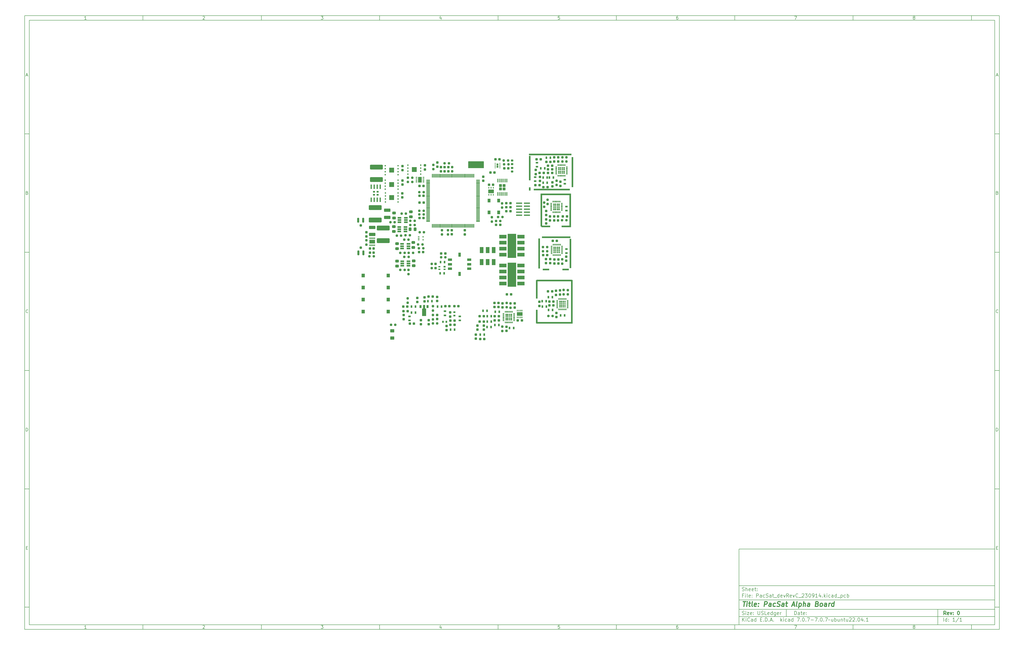
<source format=gbr>
%TF.GenerationSoftware,KiCad,Pcbnew,7.0.7-7.0.7~ubuntu22.04.1*%
%TF.CreationDate,2023-09-14T20:21:40-05:00*%
%TF.ProjectId,PacSat_devRevC_230914,50616353-6174-45f6-9465-76526576435f,0*%
%TF.SameCoordinates,Original*%
%TF.FileFunction,Paste,Top*%
%TF.FilePolarity,Positive*%
%FSLAX46Y46*%
G04 Gerber Fmt 4.6, Leading zero omitted, Abs format (unit mm)*
G04 Created by KiCad (PCBNEW 7.0.7-7.0.7~ubuntu22.04.1) date 2023-09-14 20:21:40*
%MOMM*%
%LPD*%
G01*
G04 APERTURE LIST*
G04 Aperture macros list*
%AMRoundRect*
0 Rectangle with rounded corners*
0 $1 Rounding radius*
0 $2 $3 $4 $5 $6 $7 $8 $9 X,Y pos of 4 corners*
0 Add a 4 corners polygon primitive as box body*
4,1,4,$2,$3,$4,$5,$6,$7,$8,$9,$2,$3,0*
0 Add four circle primitives for the rounded corners*
1,1,$1+$1,$2,$3*
1,1,$1+$1,$4,$5*
1,1,$1+$1,$6,$7*
1,1,$1+$1,$8,$9*
0 Add four rect primitives between the rounded corners*
20,1,$1+$1,$2,$3,$4,$5,0*
20,1,$1+$1,$4,$5,$6,$7,0*
20,1,$1+$1,$6,$7,$8,$9,0*
20,1,$1+$1,$8,$9,$2,$3,0*%
%AMFreePoly0*
4,1,9,3.862500,-0.866500,0.737500,-0.866500,0.737500,-0.450000,-0.737500,-0.450000,-0.737500,0.450000,0.737500,0.450000,0.737500,0.866500,3.862500,0.866500,3.862500,-0.866500,3.862500,-0.866500,$1*%
G04 Aperture macros list end*
%ADD10C,0.100000*%
%ADD11C,0.150000*%
%ADD12C,0.300000*%
%ADD13C,0.400000*%
%ADD14C,0.200000*%
%ADD15RoundRect,0.237500X0.237500X-0.300000X0.237500X0.300000X-0.237500X0.300000X-0.237500X-0.300000X0*%
%ADD16RoundRect,0.237500X0.300000X0.237500X-0.300000X0.237500X-0.300000X-0.237500X0.300000X-0.237500X0*%
%ADD17RoundRect,0.237500X-0.237500X0.300000X-0.237500X-0.300000X0.237500X-0.300000X0.237500X0.300000X0*%
%ADD18RoundRect,0.237500X0.237500X-0.287500X0.237500X0.287500X-0.237500X0.287500X-0.237500X-0.287500X0*%
%ADD19R,0.300000X1.600000*%
%ADD20R,1.600000X0.300000*%
%ADD21RoundRect,0.250000X-0.475000X0.337500X-0.475000X-0.337500X0.475000X-0.337500X0.475000X0.337500X0*%
%ADD22RoundRect,0.237500X0.237500X-0.250000X0.237500X0.250000X-0.237500X0.250000X-0.237500X-0.250000X0*%
%ADD23RoundRect,0.237500X-0.300000X-0.237500X0.300000X-0.237500X0.300000X0.237500X-0.300000X0.237500X0*%
%ADD24R,0.660400X1.016000*%
%ADD25R,0.762000X10.414000*%
%ADD26R,18.064480X0.762000*%
%ADD27R,0.762000X1.369060*%
%ADD28R,0.762000X12.700000*%
%ADD29R,15.240000X0.762000*%
%ADD30RoundRect,0.237500X0.250000X0.237500X-0.250000X0.237500X-0.250000X-0.237500X0.250000X-0.237500X0*%
%ADD31RoundRect,0.237500X-0.250000X-0.237500X0.250000X-0.237500X0.250000X0.237500X-0.250000X0.237500X0*%
%ADD32RoundRect,0.249999X-2.450001X0.737501X-2.450001X-0.737501X2.450001X-0.737501X2.450001X0.737501X0*%
%ADD33R,0.900000X1.300000*%
%ADD34FreePoly0,270.000000*%
%ADD35R,2.000000X2.000000*%
%ADD36R,0.600000X0.500000*%
%ADD37RoundRect,0.254000X-0.254000X0.254000X-0.254000X-0.254000X0.254000X-0.254000X0.254000X0.254000X0*%
%ADD38RoundRect,0.200000X-0.200000X0.800000X-0.200000X-0.800000X0.200000X-0.800000X0.200000X0.800000X0*%
%ADD39RoundRect,0.250001X-0.624999X0.462499X-0.624999X-0.462499X0.624999X-0.462499X0.624999X0.462499X0*%
%ADD40R,2.390000X1.600000*%
%ADD41R,0.460000X0.710000*%
%ADD42RoundRect,0.182500X-0.182500X-0.222500X0.182500X-0.222500X0.182500X0.222500X-0.182500X0.222500X0*%
%ADD43RoundRect,0.062500X-0.300000X-0.062500X0.300000X-0.062500X0.300000X0.062500X-0.300000X0.062500X0*%
%ADD44R,2.350000X1.580000*%
%ADD45R,0.300000X0.700000*%
%ADD46R,0.900000X0.700000*%
%ADD47R,1.016000X0.660400*%
%ADD48RoundRect,0.237500X-0.237500X0.250000X-0.237500X-0.250000X0.237500X-0.250000X0.237500X0.250000X0*%
%ADD49R,1.397000X1.524000*%
%ADD50R,1.560000X0.650000*%
%ADD51RoundRect,0.250000X0.475000X-0.337500X0.475000X0.337500X-0.475000X0.337500X-0.475000X-0.337500X0*%
%ADD52R,1.650000X2.540000*%
%ADD53RoundRect,0.250001X1.074999X-0.462499X1.074999X0.462499X-1.074999X0.462499X-1.074999X-0.462499X0*%
%ADD54R,3.810000X0.762000*%
%ADD55R,0.762000X13.970000*%
%ADD56R,12.954000X0.762000*%
%ADD57R,0.939800X0.508000*%
%ADD58R,0.939800X0.787400*%
%ADD59RoundRect,0.218750X-0.256250X0.218750X-0.256250X-0.218750X0.256250X-0.218750X0.256250X0.218750X0*%
%ADD60RoundRect,0.250000X0.337500X0.475000X-0.337500X0.475000X-0.337500X-0.475000X0.337500X-0.475000X0*%
%ADD61R,0.650000X0.350000*%
%ADD62R,0.350000X0.650000*%
%ADD63R,0.350000X0.700000*%
%ADD64RoundRect,0.250001X0.374999X-0.354999X0.374999X0.354999X-0.374999X0.354999X-0.374999X-0.354999X0*%
%ADD65RoundRect,0.100000X0.100000X-0.687500X0.100000X0.687500X-0.100000X0.687500X-0.100000X-0.687500X0*%
%ADD66R,14.935200X0.762000*%
%ADD67R,0.762000X5.740400*%
%ADD68R,0.762000X7.874000*%
%ADD69R,0.762000X18.542000*%
%ADD70RoundRect,0.249999X2.450001X-0.737501X2.450001X0.737501X-2.450001X0.737501X-2.450001X-0.737501X0*%
%ADD71R,0.650000X0.400000*%
%ADD72R,2.540000X0.508000*%
%ADD73R,0.700000X0.900000*%
%ADD74R,1.580000X2.350000*%
%ADD75R,0.700000X0.350000*%
%ADD76R,3.048000X1.524000*%
%ADD77R,3.556000X10.160000*%
%ADD78RoundRect,0.250001X-1.074999X0.462499X-1.074999X-0.462499X1.074999X-0.462499X1.074999X0.462499X0*%
%ADD79R,2.794000X0.762000*%
%ADD80R,12.090400X0.762000*%
%ADD81R,0.762000X12.446000*%
%ADD82RoundRect,0.254000X0.254000X-0.254000X0.254000X0.254000X-0.254000X0.254000X-0.254000X-0.254000X0*%
%ADD83RoundRect,0.200000X0.200000X-0.800000X0.200000X0.800000X-0.200000X0.800000X-0.200000X-0.800000X0*%
%ADD84R,1.778000X1.016000*%
%ADD85R,1.016000X1.778000*%
%ADD86R,1.300000X1.600000*%
%ADD87R,0.610000X1.910000*%
%ADD88R,0.930000X0.723000*%
G04 APERTURE END LIST*
D10*
D11*
X311800000Y-235400000D02*
X419800000Y-235400000D01*
X419800000Y-267400000D01*
X311800000Y-267400000D01*
X311800000Y-235400000D01*
D10*
D11*
X10000000Y-10000000D02*
X421800000Y-10000000D01*
X421800000Y-269400000D01*
X10000000Y-269400000D01*
X10000000Y-10000000D01*
D10*
D11*
X12000000Y-12000000D02*
X419800000Y-12000000D01*
X419800000Y-267400000D01*
X12000000Y-267400000D01*
X12000000Y-12000000D01*
D10*
D11*
X60000000Y-12000000D02*
X60000000Y-10000000D01*
D10*
D11*
X110000000Y-12000000D02*
X110000000Y-10000000D01*
D10*
D11*
X160000000Y-12000000D02*
X160000000Y-10000000D01*
D10*
D11*
X210000000Y-12000000D02*
X210000000Y-10000000D01*
D10*
D11*
X260000000Y-12000000D02*
X260000000Y-10000000D01*
D10*
D11*
X310000000Y-12000000D02*
X310000000Y-10000000D01*
D10*
D11*
X360000000Y-12000000D02*
X360000000Y-10000000D01*
D10*
D11*
X410000000Y-12000000D02*
X410000000Y-10000000D01*
D10*
D11*
X36089160Y-11593604D02*
X35346303Y-11593604D01*
X35717731Y-11593604D02*
X35717731Y-10293604D01*
X35717731Y-10293604D02*
X35593922Y-10479319D01*
X35593922Y-10479319D02*
X35470112Y-10603128D01*
X35470112Y-10603128D02*
X35346303Y-10665033D01*
D10*
D11*
X85346303Y-10417414D02*
X85408207Y-10355509D01*
X85408207Y-10355509D02*
X85532017Y-10293604D01*
X85532017Y-10293604D02*
X85841541Y-10293604D01*
X85841541Y-10293604D02*
X85965350Y-10355509D01*
X85965350Y-10355509D02*
X86027255Y-10417414D01*
X86027255Y-10417414D02*
X86089160Y-10541223D01*
X86089160Y-10541223D02*
X86089160Y-10665033D01*
X86089160Y-10665033D02*
X86027255Y-10850747D01*
X86027255Y-10850747D02*
X85284398Y-11593604D01*
X85284398Y-11593604D02*
X86089160Y-11593604D01*
D10*
D11*
X135284398Y-10293604D02*
X136089160Y-10293604D01*
X136089160Y-10293604D02*
X135655826Y-10788842D01*
X135655826Y-10788842D02*
X135841541Y-10788842D01*
X135841541Y-10788842D02*
X135965350Y-10850747D01*
X135965350Y-10850747D02*
X136027255Y-10912652D01*
X136027255Y-10912652D02*
X136089160Y-11036461D01*
X136089160Y-11036461D02*
X136089160Y-11345985D01*
X136089160Y-11345985D02*
X136027255Y-11469795D01*
X136027255Y-11469795D02*
X135965350Y-11531700D01*
X135965350Y-11531700D02*
X135841541Y-11593604D01*
X135841541Y-11593604D02*
X135470112Y-11593604D01*
X135470112Y-11593604D02*
X135346303Y-11531700D01*
X135346303Y-11531700D02*
X135284398Y-11469795D01*
D10*
D11*
X185965350Y-10726938D02*
X185965350Y-11593604D01*
X185655826Y-10231700D02*
X185346303Y-11160271D01*
X185346303Y-11160271D02*
X186151064Y-11160271D01*
D10*
D11*
X236027255Y-10293604D02*
X235408207Y-10293604D01*
X235408207Y-10293604D02*
X235346303Y-10912652D01*
X235346303Y-10912652D02*
X235408207Y-10850747D01*
X235408207Y-10850747D02*
X235532017Y-10788842D01*
X235532017Y-10788842D02*
X235841541Y-10788842D01*
X235841541Y-10788842D02*
X235965350Y-10850747D01*
X235965350Y-10850747D02*
X236027255Y-10912652D01*
X236027255Y-10912652D02*
X236089160Y-11036461D01*
X236089160Y-11036461D02*
X236089160Y-11345985D01*
X236089160Y-11345985D02*
X236027255Y-11469795D01*
X236027255Y-11469795D02*
X235965350Y-11531700D01*
X235965350Y-11531700D02*
X235841541Y-11593604D01*
X235841541Y-11593604D02*
X235532017Y-11593604D01*
X235532017Y-11593604D02*
X235408207Y-11531700D01*
X235408207Y-11531700D02*
X235346303Y-11469795D01*
D10*
D11*
X285965350Y-10293604D02*
X285717731Y-10293604D01*
X285717731Y-10293604D02*
X285593922Y-10355509D01*
X285593922Y-10355509D02*
X285532017Y-10417414D01*
X285532017Y-10417414D02*
X285408207Y-10603128D01*
X285408207Y-10603128D02*
X285346303Y-10850747D01*
X285346303Y-10850747D02*
X285346303Y-11345985D01*
X285346303Y-11345985D02*
X285408207Y-11469795D01*
X285408207Y-11469795D02*
X285470112Y-11531700D01*
X285470112Y-11531700D02*
X285593922Y-11593604D01*
X285593922Y-11593604D02*
X285841541Y-11593604D01*
X285841541Y-11593604D02*
X285965350Y-11531700D01*
X285965350Y-11531700D02*
X286027255Y-11469795D01*
X286027255Y-11469795D02*
X286089160Y-11345985D01*
X286089160Y-11345985D02*
X286089160Y-11036461D01*
X286089160Y-11036461D02*
X286027255Y-10912652D01*
X286027255Y-10912652D02*
X285965350Y-10850747D01*
X285965350Y-10850747D02*
X285841541Y-10788842D01*
X285841541Y-10788842D02*
X285593922Y-10788842D01*
X285593922Y-10788842D02*
X285470112Y-10850747D01*
X285470112Y-10850747D02*
X285408207Y-10912652D01*
X285408207Y-10912652D02*
X285346303Y-11036461D01*
D10*
D11*
X335284398Y-10293604D02*
X336151064Y-10293604D01*
X336151064Y-10293604D02*
X335593922Y-11593604D01*
D10*
D11*
X385593922Y-10850747D02*
X385470112Y-10788842D01*
X385470112Y-10788842D02*
X385408207Y-10726938D01*
X385408207Y-10726938D02*
X385346303Y-10603128D01*
X385346303Y-10603128D02*
X385346303Y-10541223D01*
X385346303Y-10541223D02*
X385408207Y-10417414D01*
X385408207Y-10417414D02*
X385470112Y-10355509D01*
X385470112Y-10355509D02*
X385593922Y-10293604D01*
X385593922Y-10293604D02*
X385841541Y-10293604D01*
X385841541Y-10293604D02*
X385965350Y-10355509D01*
X385965350Y-10355509D02*
X386027255Y-10417414D01*
X386027255Y-10417414D02*
X386089160Y-10541223D01*
X386089160Y-10541223D02*
X386089160Y-10603128D01*
X386089160Y-10603128D02*
X386027255Y-10726938D01*
X386027255Y-10726938D02*
X385965350Y-10788842D01*
X385965350Y-10788842D02*
X385841541Y-10850747D01*
X385841541Y-10850747D02*
X385593922Y-10850747D01*
X385593922Y-10850747D02*
X385470112Y-10912652D01*
X385470112Y-10912652D02*
X385408207Y-10974557D01*
X385408207Y-10974557D02*
X385346303Y-11098366D01*
X385346303Y-11098366D02*
X385346303Y-11345985D01*
X385346303Y-11345985D02*
X385408207Y-11469795D01*
X385408207Y-11469795D02*
X385470112Y-11531700D01*
X385470112Y-11531700D02*
X385593922Y-11593604D01*
X385593922Y-11593604D02*
X385841541Y-11593604D01*
X385841541Y-11593604D02*
X385965350Y-11531700D01*
X385965350Y-11531700D02*
X386027255Y-11469795D01*
X386027255Y-11469795D02*
X386089160Y-11345985D01*
X386089160Y-11345985D02*
X386089160Y-11098366D01*
X386089160Y-11098366D02*
X386027255Y-10974557D01*
X386027255Y-10974557D02*
X385965350Y-10912652D01*
X385965350Y-10912652D02*
X385841541Y-10850747D01*
D10*
D11*
X60000000Y-267400000D02*
X60000000Y-269400000D01*
D10*
D11*
X110000000Y-267400000D02*
X110000000Y-269400000D01*
D10*
D11*
X160000000Y-267400000D02*
X160000000Y-269400000D01*
D10*
D11*
X210000000Y-267400000D02*
X210000000Y-269400000D01*
D10*
D11*
X260000000Y-267400000D02*
X260000000Y-269400000D01*
D10*
D11*
X310000000Y-267400000D02*
X310000000Y-269400000D01*
D10*
D11*
X360000000Y-267400000D02*
X360000000Y-269400000D01*
D10*
D11*
X410000000Y-267400000D02*
X410000000Y-269400000D01*
D10*
D11*
X36089160Y-268993604D02*
X35346303Y-268993604D01*
X35717731Y-268993604D02*
X35717731Y-267693604D01*
X35717731Y-267693604D02*
X35593922Y-267879319D01*
X35593922Y-267879319D02*
X35470112Y-268003128D01*
X35470112Y-268003128D02*
X35346303Y-268065033D01*
D10*
D11*
X85346303Y-267817414D02*
X85408207Y-267755509D01*
X85408207Y-267755509D02*
X85532017Y-267693604D01*
X85532017Y-267693604D02*
X85841541Y-267693604D01*
X85841541Y-267693604D02*
X85965350Y-267755509D01*
X85965350Y-267755509D02*
X86027255Y-267817414D01*
X86027255Y-267817414D02*
X86089160Y-267941223D01*
X86089160Y-267941223D02*
X86089160Y-268065033D01*
X86089160Y-268065033D02*
X86027255Y-268250747D01*
X86027255Y-268250747D02*
X85284398Y-268993604D01*
X85284398Y-268993604D02*
X86089160Y-268993604D01*
D10*
D11*
X135284398Y-267693604D02*
X136089160Y-267693604D01*
X136089160Y-267693604D02*
X135655826Y-268188842D01*
X135655826Y-268188842D02*
X135841541Y-268188842D01*
X135841541Y-268188842D02*
X135965350Y-268250747D01*
X135965350Y-268250747D02*
X136027255Y-268312652D01*
X136027255Y-268312652D02*
X136089160Y-268436461D01*
X136089160Y-268436461D02*
X136089160Y-268745985D01*
X136089160Y-268745985D02*
X136027255Y-268869795D01*
X136027255Y-268869795D02*
X135965350Y-268931700D01*
X135965350Y-268931700D02*
X135841541Y-268993604D01*
X135841541Y-268993604D02*
X135470112Y-268993604D01*
X135470112Y-268993604D02*
X135346303Y-268931700D01*
X135346303Y-268931700D02*
X135284398Y-268869795D01*
D10*
D11*
X185965350Y-268126938D02*
X185965350Y-268993604D01*
X185655826Y-267631700D02*
X185346303Y-268560271D01*
X185346303Y-268560271D02*
X186151064Y-268560271D01*
D10*
D11*
X236027255Y-267693604D02*
X235408207Y-267693604D01*
X235408207Y-267693604D02*
X235346303Y-268312652D01*
X235346303Y-268312652D02*
X235408207Y-268250747D01*
X235408207Y-268250747D02*
X235532017Y-268188842D01*
X235532017Y-268188842D02*
X235841541Y-268188842D01*
X235841541Y-268188842D02*
X235965350Y-268250747D01*
X235965350Y-268250747D02*
X236027255Y-268312652D01*
X236027255Y-268312652D02*
X236089160Y-268436461D01*
X236089160Y-268436461D02*
X236089160Y-268745985D01*
X236089160Y-268745985D02*
X236027255Y-268869795D01*
X236027255Y-268869795D02*
X235965350Y-268931700D01*
X235965350Y-268931700D02*
X235841541Y-268993604D01*
X235841541Y-268993604D02*
X235532017Y-268993604D01*
X235532017Y-268993604D02*
X235408207Y-268931700D01*
X235408207Y-268931700D02*
X235346303Y-268869795D01*
D10*
D11*
X285965350Y-267693604D02*
X285717731Y-267693604D01*
X285717731Y-267693604D02*
X285593922Y-267755509D01*
X285593922Y-267755509D02*
X285532017Y-267817414D01*
X285532017Y-267817414D02*
X285408207Y-268003128D01*
X285408207Y-268003128D02*
X285346303Y-268250747D01*
X285346303Y-268250747D02*
X285346303Y-268745985D01*
X285346303Y-268745985D02*
X285408207Y-268869795D01*
X285408207Y-268869795D02*
X285470112Y-268931700D01*
X285470112Y-268931700D02*
X285593922Y-268993604D01*
X285593922Y-268993604D02*
X285841541Y-268993604D01*
X285841541Y-268993604D02*
X285965350Y-268931700D01*
X285965350Y-268931700D02*
X286027255Y-268869795D01*
X286027255Y-268869795D02*
X286089160Y-268745985D01*
X286089160Y-268745985D02*
X286089160Y-268436461D01*
X286089160Y-268436461D02*
X286027255Y-268312652D01*
X286027255Y-268312652D02*
X285965350Y-268250747D01*
X285965350Y-268250747D02*
X285841541Y-268188842D01*
X285841541Y-268188842D02*
X285593922Y-268188842D01*
X285593922Y-268188842D02*
X285470112Y-268250747D01*
X285470112Y-268250747D02*
X285408207Y-268312652D01*
X285408207Y-268312652D02*
X285346303Y-268436461D01*
D10*
D11*
X335284398Y-267693604D02*
X336151064Y-267693604D01*
X336151064Y-267693604D02*
X335593922Y-268993604D01*
D10*
D11*
X385593922Y-268250747D02*
X385470112Y-268188842D01*
X385470112Y-268188842D02*
X385408207Y-268126938D01*
X385408207Y-268126938D02*
X385346303Y-268003128D01*
X385346303Y-268003128D02*
X385346303Y-267941223D01*
X385346303Y-267941223D02*
X385408207Y-267817414D01*
X385408207Y-267817414D02*
X385470112Y-267755509D01*
X385470112Y-267755509D02*
X385593922Y-267693604D01*
X385593922Y-267693604D02*
X385841541Y-267693604D01*
X385841541Y-267693604D02*
X385965350Y-267755509D01*
X385965350Y-267755509D02*
X386027255Y-267817414D01*
X386027255Y-267817414D02*
X386089160Y-267941223D01*
X386089160Y-267941223D02*
X386089160Y-268003128D01*
X386089160Y-268003128D02*
X386027255Y-268126938D01*
X386027255Y-268126938D02*
X385965350Y-268188842D01*
X385965350Y-268188842D02*
X385841541Y-268250747D01*
X385841541Y-268250747D02*
X385593922Y-268250747D01*
X385593922Y-268250747D02*
X385470112Y-268312652D01*
X385470112Y-268312652D02*
X385408207Y-268374557D01*
X385408207Y-268374557D02*
X385346303Y-268498366D01*
X385346303Y-268498366D02*
X385346303Y-268745985D01*
X385346303Y-268745985D02*
X385408207Y-268869795D01*
X385408207Y-268869795D02*
X385470112Y-268931700D01*
X385470112Y-268931700D02*
X385593922Y-268993604D01*
X385593922Y-268993604D02*
X385841541Y-268993604D01*
X385841541Y-268993604D02*
X385965350Y-268931700D01*
X385965350Y-268931700D02*
X386027255Y-268869795D01*
X386027255Y-268869795D02*
X386089160Y-268745985D01*
X386089160Y-268745985D02*
X386089160Y-268498366D01*
X386089160Y-268498366D02*
X386027255Y-268374557D01*
X386027255Y-268374557D02*
X385965350Y-268312652D01*
X385965350Y-268312652D02*
X385841541Y-268250747D01*
D10*
D11*
X10000000Y-60000000D02*
X12000000Y-60000000D01*
D10*
D11*
X10000000Y-110000000D02*
X12000000Y-110000000D01*
D10*
D11*
X10000000Y-160000000D02*
X12000000Y-160000000D01*
D10*
D11*
X10000000Y-210000000D02*
X12000000Y-210000000D01*
D10*
D11*
X10000000Y-260000000D02*
X12000000Y-260000000D01*
D10*
D11*
X10690476Y-35222176D02*
X11309523Y-35222176D01*
X10566666Y-35593604D02*
X10999999Y-34293604D01*
X10999999Y-34293604D02*
X11433333Y-35593604D01*
D10*
D11*
X11092857Y-84912652D02*
X11278571Y-84974557D01*
X11278571Y-84974557D02*
X11340476Y-85036461D01*
X11340476Y-85036461D02*
X11402380Y-85160271D01*
X11402380Y-85160271D02*
X11402380Y-85345985D01*
X11402380Y-85345985D02*
X11340476Y-85469795D01*
X11340476Y-85469795D02*
X11278571Y-85531700D01*
X11278571Y-85531700D02*
X11154761Y-85593604D01*
X11154761Y-85593604D02*
X10659523Y-85593604D01*
X10659523Y-85593604D02*
X10659523Y-84293604D01*
X10659523Y-84293604D02*
X11092857Y-84293604D01*
X11092857Y-84293604D02*
X11216666Y-84355509D01*
X11216666Y-84355509D02*
X11278571Y-84417414D01*
X11278571Y-84417414D02*
X11340476Y-84541223D01*
X11340476Y-84541223D02*
X11340476Y-84665033D01*
X11340476Y-84665033D02*
X11278571Y-84788842D01*
X11278571Y-84788842D02*
X11216666Y-84850747D01*
X11216666Y-84850747D02*
X11092857Y-84912652D01*
X11092857Y-84912652D02*
X10659523Y-84912652D01*
D10*
D11*
X11402380Y-135469795D02*
X11340476Y-135531700D01*
X11340476Y-135531700D02*
X11154761Y-135593604D01*
X11154761Y-135593604D02*
X11030952Y-135593604D01*
X11030952Y-135593604D02*
X10845238Y-135531700D01*
X10845238Y-135531700D02*
X10721428Y-135407890D01*
X10721428Y-135407890D02*
X10659523Y-135284080D01*
X10659523Y-135284080D02*
X10597619Y-135036461D01*
X10597619Y-135036461D02*
X10597619Y-134850747D01*
X10597619Y-134850747D02*
X10659523Y-134603128D01*
X10659523Y-134603128D02*
X10721428Y-134479319D01*
X10721428Y-134479319D02*
X10845238Y-134355509D01*
X10845238Y-134355509D02*
X11030952Y-134293604D01*
X11030952Y-134293604D02*
X11154761Y-134293604D01*
X11154761Y-134293604D02*
X11340476Y-134355509D01*
X11340476Y-134355509D02*
X11402380Y-134417414D01*
D10*
D11*
X10659523Y-185593604D02*
X10659523Y-184293604D01*
X10659523Y-184293604D02*
X10969047Y-184293604D01*
X10969047Y-184293604D02*
X11154761Y-184355509D01*
X11154761Y-184355509D02*
X11278571Y-184479319D01*
X11278571Y-184479319D02*
X11340476Y-184603128D01*
X11340476Y-184603128D02*
X11402380Y-184850747D01*
X11402380Y-184850747D02*
X11402380Y-185036461D01*
X11402380Y-185036461D02*
X11340476Y-185284080D01*
X11340476Y-185284080D02*
X11278571Y-185407890D01*
X11278571Y-185407890D02*
X11154761Y-185531700D01*
X11154761Y-185531700D02*
X10969047Y-185593604D01*
X10969047Y-185593604D02*
X10659523Y-185593604D01*
D10*
D11*
X10721428Y-234912652D02*
X11154762Y-234912652D01*
X11340476Y-235593604D02*
X10721428Y-235593604D01*
X10721428Y-235593604D02*
X10721428Y-234293604D01*
X10721428Y-234293604D02*
X11340476Y-234293604D01*
D10*
D11*
X421800000Y-60000000D02*
X419800000Y-60000000D01*
D10*
D11*
X421800000Y-110000000D02*
X419800000Y-110000000D01*
D10*
D11*
X421800000Y-160000000D02*
X419800000Y-160000000D01*
D10*
D11*
X421800000Y-210000000D02*
X419800000Y-210000000D01*
D10*
D11*
X421800000Y-260000000D02*
X419800000Y-260000000D01*
D10*
D11*
X420490476Y-35222176D02*
X421109523Y-35222176D01*
X420366666Y-35593604D02*
X420799999Y-34293604D01*
X420799999Y-34293604D02*
X421233333Y-35593604D01*
D10*
D11*
X420892857Y-84912652D02*
X421078571Y-84974557D01*
X421078571Y-84974557D02*
X421140476Y-85036461D01*
X421140476Y-85036461D02*
X421202380Y-85160271D01*
X421202380Y-85160271D02*
X421202380Y-85345985D01*
X421202380Y-85345985D02*
X421140476Y-85469795D01*
X421140476Y-85469795D02*
X421078571Y-85531700D01*
X421078571Y-85531700D02*
X420954761Y-85593604D01*
X420954761Y-85593604D02*
X420459523Y-85593604D01*
X420459523Y-85593604D02*
X420459523Y-84293604D01*
X420459523Y-84293604D02*
X420892857Y-84293604D01*
X420892857Y-84293604D02*
X421016666Y-84355509D01*
X421016666Y-84355509D02*
X421078571Y-84417414D01*
X421078571Y-84417414D02*
X421140476Y-84541223D01*
X421140476Y-84541223D02*
X421140476Y-84665033D01*
X421140476Y-84665033D02*
X421078571Y-84788842D01*
X421078571Y-84788842D02*
X421016666Y-84850747D01*
X421016666Y-84850747D02*
X420892857Y-84912652D01*
X420892857Y-84912652D02*
X420459523Y-84912652D01*
D10*
D11*
X421202380Y-135469795D02*
X421140476Y-135531700D01*
X421140476Y-135531700D02*
X420954761Y-135593604D01*
X420954761Y-135593604D02*
X420830952Y-135593604D01*
X420830952Y-135593604D02*
X420645238Y-135531700D01*
X420645238Y-135531700D02*
X420521428Y-135407890D01*
X420521428Y-135407890D02*
X420459523Y-135284080D01*
X420459523Y-135284080D02*
X420397619Y-135036461D01*
X420397619Y-135036461D02*
X420397619Y-134850747D01*
X420397619Y-134850747D02*
X420459523Y-134603128D01*
X420459523Y-134603128D02*
X420521428Y-134479319D01*
X420521428Y-134479319D02*
X420645238Y-134355509D01*
X420645238Y-134355509D02*
X420830952Y-134293604D01*
X420830952Y-134293604D02*
X420954761Y-134293604D01*
X420954761Y-134293604D02*
X421140476Y-134355509D01*
X421140476Y-134355509D02*
X421202380Y-134417414D01*
D10*
D11*
X420459523Y-185593604D02*
X420459523Y-184293604D01*
X420459523Y-184293604D02*
X420769047Y-184293604D01*
X420769047Y-184293604D02*
X420954761Y-184355509D01*
X420954761Y-184355509D02*
X421078571Y-184479319D01*
X421078571Y-184479319D02*
X421140476Y-184603128D01*
X421140476Y-184603128D02*
X421202380Y-184850747D01*
X421202380Y-184850747D02*
X421202380Y-185036461D01*
X421202380Y-185036461D02*
X421140476Y-185284080D01*
X421140476Y-185284080D02*
X421078571Y-185407890D01*
X421078571Y-185407890D02*
X420954761Y-185531700D01*
X420954761Y-185531700D02*
X420769047Y-185593604D01*
X420769047Y-185593604D02*
X420459523Y-185593604D01*
D10*
D11*
X420521428Y-234912652D02*
X420954762Y-234912652D01*
X421140476Y-235593604D02*
X420521428Y-235593604D01*
X420521428Y-235593604D02*
X420521428Y-234293604D01*
X420521428Y-234293604D02*
X421140476Y-234293604D01*
D10*
D11*
X335255826Y-263186128D02*
X335255826Y-261686128D01*
X335255826Y-261686128D02*
X335612969Y-261686128D01*
X335612969Y-261686128D02*
X335827255Y-261757557D01*
X335827255Y-261757557D02*
X335970112Y-261900414D01*
X335970112Y-261900414D02*
X336041541Y-262043271D01*
X336041541Y-262043271D02*
X336112969Y-262328985D01*
X336112969Y-262328985D02*
X336112969Y-262543271D01*
X336112969Y-262543271D02*
X336041541Y-262828985D01*
X336041541Y-262828985D02*
X335970112Y-262971842D01*
X335970112Y-262971842D02*
X335827255Y-263114700D01*
X335827255Y-263114700D02*
X335612969Y-263186128D01*
X335612969Y-263186128D02*
X335255826Y-263186128D01*
X337398684Y-263186128D02*
X337398684Y-262400414D01*
X337398684Y-262400414D02*
X337327255Y-262257557D01*
X337327255Y-262257557D02*
X337184398Y-262186128D01*
X337184398Y-262186128D02*
X336898684Y-262186128D01*
X336898684Y-262186128D02*
X336755826Y-262257557D01*
X337398684Y-263114700D02*
X337255826Y-263186128D01*
X337255826Y-263186128D02*
X336898684Y-263186128D01*
X336898684Y-263186128D02*
X336755826Y-263114700D01*
X336755826Y-263114700D02*
X336684398Y-262971842D01*
X336684398Y-262971842D02*
X336684398Y-262828985D01*
X336684398Y-262828985D02*
X336755826Y-262686128D01*
X336755826Y-262686128D02*
X336898684Y-262614700D01*
X336898684Y-262614700D02*
X337255826Y-262614700D01*
X337255826Y-262614700D02*
X337398684Y-262543271D01*
X337898684Y-262186128D02*
X338470112Y-262186128D01*
X338112969Y-261686128D02*
X338112969Y-262971842D01*
X338112969Y-262971842D02*
X338184398Y-263114700D01*
X338184398Y-263114700D02*
X338327255Y-263186128D01*
X338327255Y-263186128D02*
X338470112Y-263186128D01*
X339541541Y-263114700D02*
X339398684Y-263186128D01*
X339398684Y-263186128D02*
X339112970Y-263186128D01*
X339112970Y-263186128D02*
X338970112Y-263114700D01*
X338970112Y-263114700D02*
X338898684Y-262971842D01*
X338898684Y-262971842D02*
X338898684Y-262400414D01*
X338898684Y-262400414D02*
X338970112Y-262257557D01*
X338970112Y-262257557D02*
X339112970Y-262186128D01*
X339112970Y-262186128D02*
X339398684Y-262186128D01*
X339398684Y-262186128D02*
X339541541Y-262257557D01*
X339541541Y-262257557D02*
X339612970Y-262400414D01*
X339612970Y-262400414D02*
X339612970Y-262543271D01*
X339612970Y-262543271D02*
X338898684Y-262686128D01*
X340255826Y-263043271D02*
X340327255Y-263114700D01*
X340327255Y-263114700D02*
X340255826Y-263186128D01*
X340255826Y-263186128D02*
X340184398Y-263114700D01*
X340184398Y-263114700D02*
X340255826Y-263043271D01*
X340255826Y-263043271D02*
X340255826Y-263186128D01*
X340255826Y-262257557D02*
X340327255Y-262328985D01*
X340327255Y-262328985D02*
X340255826Y-262400414D01*
X340255826Y-262400414D02*
X340184398Y-262328985D01*
X340184398Y-262328985D02*
X340255826Y-262257557D01*
X340255826Y-262257557D02*
X340255826Y-262400414D01*
D10*
D11*
X311800000Y-263900000D02*
X419800000Y-263900000D01*
D10*
D11*
X313255826Y-265986128D02*
X313255826Y-264486128D01*
X314112969Y-265986128D02*
X313470112Y-265128985D01*
X314112969Y-264486128D02*
X313255826Y-265343271D01*
X314755826Y-265986128D02*
X314755826Y-264986128D01*
X314755826Y-264486128D02*
X314684398Y-264557557D01*
X314684398Y-264557557D02*
X314755826Y-264628985D01*
X314755826Y-264628985D02*
X314827255Y-264557557D01*
X314827255Y-264557557D02*
X314755826Y-264486128D01*
X314755826Y-264486128D02*
X314755826Y-264628985D01*
X316327255Y-265843271D02*
X316255827Y-265914700D01*
X316255827Y-265914700D02*
X316041541Y-265986128D01*
X316041541Y-265986128D02*
X315898684Y-265986128D01*
X315898684Y-265986128D02*
X315684398Y-265914700D01*
X315684398Y-265914700D02*
X315541541Y-265771842D01*
X315541541Y-265771842D02*
X315470112Y-265628985D01*
X315470112Y-265628985D02*
X315398684Y-265343271D01*
X315398684Y-265343271D02*
X315398684Y-265128985D01*
X315398684Y-265128985D02*
X315470112Y-264843271D01*
X315470112Y-264843271D02*
X315541541Y-264700414D01*
X315541541Y-264700414D02*
X315684398Y-264557557D01*
X315684398Y-264557557D02*
X315898684Y-264486128D01*
X315898684Y-264486128D02*
X316041541Y-264486128D01*
X316041541Y-264486128D02*
X316255827Y-264557557D01*
X316255827Y-264557557D02*
X316327255Y-264628985D01*
X317612970Y-265986128D02*
X317612970Y-265200414D01*
X317612970Y-265200414D02*
X317541541Y-265057557D01*
X317541541Y-265057557D02*
X317398684Y-264986128D01*
X317398684Y-264986128D02*
X317112970Y-264986128D01*
X317112970Y-264986128D02*
X316970112Y-265057557D01*
X317612970Y-265914700D02*
X317470112Y-265986128D01*
X317470112Y-265986128D02*
X317112970Y-265986128D01*
X317112970Y-265986128D02*
X316970112Y-265914700D01*
X316970112Y-265914700D02*
X316898684Y-265771842D01*
X316898684Y-265771842D02*
X316898684Y-265628985D01*
X316898684Y-265628985D02*
X316970112Y-265486128D01*
X316970112Y-265486128D02*
X317112970Y-265414700D01*
X317112970Y-265414700D02*
X317470112Y-265414700D01*
X317470112Y-265414700D02*
X317612970Y-265343271D01*
X318970113Y-265986128D02*
X318970113Y-264486128D01*
X318970113Y-265914700D02*
X318827255Y-265986128D01*
X318827255Y-265986128D02*
X318541541Y-265986128D01*
X318541541Y-265986128D02*
X318398684Y-265914700D01*
X318398684Y-265914700D02*
X318327255Y-265843271D01*
X318327255Y-265843271D02*
X318255827Y-265700414D01*
X318255827Y-265700414D02*
X318255827Y-265271842D01*
X318255827Y-265271842D02*
X318327255Y-265128985D01*
X318327255Y-265128985D02*
X318398684Y-265057557D01*
X318398684Y-265057557D02*
X318541541Y-264986128D01*
X318541541Y-264986128D02*
X318827255Y-264986128D01*
X318827255Y-264986128D02*
X318970113Y-265057557D01*
X320827255Y-265200414D02*
X321327255Y-265200414D01*
X321541541Y-265986128D02*
X320827255Y-265986128D01*
X320827255Y-265986128D02*
X320827255Y-264486128D01*
X320827255Y-264486128D02*
X321541541Y-264486128D01*
X322184398Y-265843271D02*
X322255827Y-265914700D01*
X322255827Y-265914700D02*
X322184398Y-265986128D01*
X322184398Y-265986128D02*
X322112970Y-265914700D01*
X322112970Y-265914700D02*
X322184398Y-265843271D01*
X322184398Y-265843271D02*
X322184398Y-265986128D01*
X322898684Y-265986128D02*
X322898684Y-264486128D01*
X322898684Y-264486128D02*
X323255827Y-264486128D01*
X323255827Y-264486128D02*
X323470113Y-264557557D01*
X323470113Y-264557557D02*
X323612970Y-264700414D01*
X323612970Y-264700414D02*
X323684399Y-264843271D01*
X323684399Y-264843271D02*
X323755827Y-265128985D01*
X323755827Y-265128985D02*
X323755827Y-265343271D01*
X323755827Y-265343271D02*
X323684399Y-265628985D01*
X323684399Y-265628985D02*
X323612970Y-265771842D01*
X323612970Y-265771842D02*
X323470113Y-265914700D01*
X323470113Y-265914700D02*
X323255827Y-265986128D01*
X323255827Y-265986128D02*
X322898684Y-265986128D01*
X324398684Y-265843271D02*
X324470113Y-265914700D01*
X324470113Y-265914700D02*
X324398684Y-265986128D01*
X324398684Y-265986128D02*
X324327256Y-265914700D01*
X324327256Y-265914700D02*
X324398684Y-265843271D01*
X324398684Y-265843271D02*
X324398684Y-265986128D01*
X325041542Y-265557557D02*
X325755828Y-265557557D01*
X324898685Y-265986128D02*
X325398685Y-264486128D01*
X325398685Y-264486128D02*
X325898685Y-265986128D01*
X326398684Y-265843271D02*
X326470113Y-265914700D01*
X326470113Y-265914700D02*
X326398684Y-265986128D01*
X326398684Y-265986128D02*
X326327256Y-265914700D01*
X326327256Y-265914700D02*
X326398684Y-265843271D01*
X326398684Y-265843271D02*
X326398684Y-265986128D01*
X329398684Y-265986128D02*
X329398684Y-264486128D01*
X329541542Y-265414700D02*
X329970113Y-265986128D01*
X329970113Y-264986128D02*
X329398684Y-265557557D01*
X330612970Y-265986128D02*
X330612970Y-264986128D01*
X330612970Y-264486128D02*
X330541542Y-264557557D01*
X330541542Y-264557557D02*
X330612970Y-264628985D01*
X330612970Y-264628985D02*
X330684399Y-264557557D01*
X330684399Y-264557557D02*
X330612970Y-264486128D01*
X330612970Y-264486128D02*
X330612970Y-264628985D01*
X331970114Y-265914700D02*
X331827256Y-265986128D01*
X331827256Y-265986128D02*
X331541542Y-265986128D01*
X331541542Y-265986128D02*
X331398685Y-265914700D01*
X331398685Y-265914700D02*
X331327256Y-265843271D01*
X331327256Y-265843271D02*
X331255828Y-265700414D01*
X331255828Y-265700414D02*
X331255828Y-265271842D01*
X331255828Y-265271842D02*
X331327256Y-265128985D01*
X331327256Y-265128985D02*
X331398685Y-265057557D01*
X331398685Y-265057557D02*
X331541542Y-264986128D01*
X331541542Y-264986128D02*
X331827256Y-264986128D01*
X331827256Y-264986128D02*
X331970114Y-265057557D01*
X333255828Y-265986128D02*
X333255828Y-265200414D01*
X333255828Y-265200414D02*
X333184399Y-265057557D01*
X333184399Y-265057557D02*
X333041542Y-264986128D01*
X333041542Y-264986128D02*
X332755828Y-264986128D01*
X332755828Y-264986128D02*
X332612970Y-265057557D01*
X333255828Y-265914700D02*
X333112970Y-265986128D01*
X333112970Y-265986128D02*
X332755828Y-265986128D01*
X332755828Y-265986128D02*
X332612970Y-265914700D01*
X332612970Y-265914700D02*
X332541542Y-265771842D01*
X332541542Y-265771842D02*
X332541542Y-265628985D01*
X332541542Y-265628985D02*
X332612970Y-265486128D01*
X332612970Y-265486128D02*
X332755828Y-265414700D01*
X332755828Y-265414700D02*
X333112970Y-265414700D01*
X333112970Y-265414700D02*
X333255828Y-265343271D01*
X334612971Y-265986128D02*
X334612971Y-264486128D01*
X334612971Y-265914700D02*
X334470113Y-265986128D01*
X334470113Y-265986128D02*
X334184399Y-265986128D01*
X334184399Y-265986128D02*
X334041542Y-265914700D01*
X334041542Y-265914700D02*
X333970113Y-265843271D01*
X333970113Y-265843271D02*
X333898685Y-265700414D01*
X333898685Y-265700414D02*
X333898685Y-265271842D01*
X333898685Y-265271842D02*
X333970113Y-265128985D01*
X333970113Y-265128985D02*
X334041542Y-265057557D01*
X334041542Y-265057557D02*
X334184399Y-264986128D01*
X334184399Y-264986128D02*
X334470113Y-264986128D01*
X334470113Y-264986128D02*
X334612971Y-265057557D01*
X336327256Y-264486128D02*
X337327256Y-264486128D01*
X337327256Y-264486128D02*
X336684399Y-265986128D01*
X337898684Y-265843271D02*
X337970113Y-265914700D01*
X337970113Y-265914700D02*
X337898684Y-265986128D01*
X337898684Y-265986128D02*
X337827256Y-265914700D01*
X337827256Y-265914700D02*
X337898684Y-265843271D01*
X337898684Y-265843271D02*
X337898684Y-265986128D01*
X338898685Y-264486128D02*
X339041542Y-264486128D01*
X339041542Y-264486128D02*
X339184399Y-264557557D01*
X339184399Y-264557557D02*
X339255828Y-264628985D01*
X339255828Y-264628985D02*
X339327256Y-264771842D01*
X339327256Y-264771842D02*
X339398685Y-265057557D01*
X339398685Y-265057557D02*
X339398685Y-265414700D01*
X339398685Y-265414700D02*
X339327256Y-265700414D01*
X339327256Y-265700414D02*
X339255828Y-265843271D01*
X339255828Y-265843271D02*
X339184399Y-265914700D01*
X339184399Y-265914700D02*
X339041542Y-265986128D01*
X339041542Y-265986128D02*
X338898685Y-265986128D01*
X338898685Y-265986128D02*
X338755828Y-265914700D01*
X338755828Y-265914700D02*
X338684399Y-265843271D01*
X338684399Y-265843271D02*
X338612970Y-265700414D01*
X338612970Y-265700414D02*
X338541542Y-265414700D01*
X338541542Y-265414700D02*
X338541542Y-265057557D01*
X338541542Y-265057557D02*
X338612970Y-264771842D01*
X338612970Y-264771842D02*
X338684399Y-264628985D01*
X338684399Y-264628985D02*
X338755828Y-264557557D01*
X338755828Y-264557557D02*
X338898685Y-264486128D01*
X340041541Y-265843271D02*
X340112970Y-265914700D01*
X340112970Y-265914700D02*
X340041541Y-265986128D01*
X340041541Y-265986128D02*
X339970113Y-265914700D01*
X339970113Y-265914700D02*
X340041541Y-265843271D01*
X340041541Y-265843271D02*
X340041541Y-265986128D01*
X340612970Y-264486128D02*
X341612970Y-264486128D01*
X341612970Y-264486128D02*
X340970113Y-265986128D01*
X342184398Y-265414700D02*
X343327256Y-265414700D01*
X343898684Y-264486128D02*
X344898684Y-264486128D01*
X344898684Y-264486128D02*
X344255827Y-265986128D01*
X345470112Y-265843271D02*
X345541541Y-265914700D01*
X345541541Y-265914700D02*
X345470112Y-265986128D01*
X345470112Y-265986128D02*
X345398684Y-265914700D01*
X345398684Y-265914700D02*
X345470112Y-265843271D01*
X345470112Y-265843271D02*
X345470112Y-265986128D01*
X346470113Y-264486128D02*
X346612970Y-264486128D01*
X346612970Y-264486128D02*
X346755827Y-264557557D01*
X346755827Y-264557557D02*
X346827256Y-264628985D01*
X346827256Y-264628985D02*
X346898684Y-264771842D01*
X346898684Y-264771842D02*
X346970113Y-265057557D01*
X346970113Y-265057557D02*
X346970113Y-265414700D01*
X346970113Y-265414700D02*
X346898684Y-265700414D01*
X346898684Y-265700414D02*
X346827256Y-265843271D01*
X346827256Y-265843271D02*
X346755827Y-265914700D01*
X346755827Y-265914700D02*
X346612970Y-265986128D01*
X346612970Y-265986128D02*
X346470113Y-265986128D01*
X346470113Y-265986128D02*
X346327256Y-265914700D01*
X346327256Y-265914700D02*
X346255827Y-265843271D01*
X346255827Y-265843271D02*
X346184398Y-265700414D01*
X346184398Y-265700414D02*
X346112970Y-265414700D01*
X346112970Y-265414700D02*
X346112970Y-265057557D01*
X346112970Y-265057557D02*
X346184398Y-264771842D01*
X346184398Y-264771842D02*
X346255827Y-264628985D01*
X346255827Y-264628985D02*
X346327256Y-264557557D01*
X346327256Y-264557557D02*
X346470113Y-264486128D01*
X347612969Y-265843271D02*
X347684398Y-265914700D01*
X347684398Y-265914700D02*
X347612969Y-265986128D01*
X347612969Y-265986128D02*
X347541541Y-265914700D01*
X347541541Y-265914700D02*
X347612969Y-265843271D01*
X347612969Y-265843271D02*
X347612969Y-265986128D01*
X348184398Y-264486128D02*
X349184398Y-264486128D01*
X349184398Y-264486128D02*
X348541541Y-265986128D01*
X349541541Y-265414700D02*
X349612969Y-265343271D01*
X349612969Y-265343271D02*
X349755826Y-265271842D01*
X349755826Y-265271842D02*
X350041541Y-265414700D01*
X350041541Y-265414700D02*
X350184398Y-265343271D01*
X350184398Y-265343271D02*
X350255826Y-265271842D01*
X351470113Y-264986128D02*
X351470113Y-265986128D01*
X350827255Y-264986128D02*
X350827255Y-265771842D01*
X350827255Y-265771842D02*
X350898684Y-265914700D01*
X350898684Y-265914700D02*
X351041541Y-265986128D01*
X351041541Y-265986128D02*
X351255827Y-265986128D01*
X351255827Y-265986128D02*
X351398684Y-265914700D01*
X351398684Y-265914700D02*
X351470113Y-265843271D01*
X352184398Y-265986128D02*
X352184398Y-264486128D01*
X352184398Y-265057557D02*
X352327256Y-264986128D01*
X352327256Y-264986128D02*
X352612970Y-264986128D01*
X352612970Y-264986128D02*
X352755827Y-265057557D01*
X352755827Y-265057557D02*
X352827256Y-265128985D01*
X352827256Y-265128985D02*
X352898684Y-265271842D01*
X352898684Y-265271842D02*
X352898684Y-265700414D01*
X352898684Y-265700414D02*
X352827256Y-265843271D01*
X352827256Y-265843271D02*
X352755827Y-265914700D01*
X352755827Y-265914700D02*
X352612970Y-265986128D01*
X352612970Y-265986128D02*
X352327256Y-265986128D01*
X352327256Y-265986128D02*
X352184398Y-265914700D01*
X354184399Y-264986128D02*
X354184399Y-265986128D01*
X353541541Y-264986128D02*
X353541541Y-265771842D01*
X353541541Y-265771842D02*
X353612970Y-265914700D01*
X353612970Y-265914700D02*
X353755827Y-265986128D01*
X353755827Y-265986128D02*
X353970113Y-265986128D01*
X353970113Y-265986128D02*
X354112970Y-265914700D01*
X354112970Y-265914700D02*
X354184399Y-265843271D01*
X354898684Y-264986128D02*
X354898684Y-265986128D01*
X354898684Y-265128985D02*
X354970113Y-265057557D01*
X354970113Y-265057557D02*
X355112970Y-264986128D01*
X355112970Y-264986128D02*
X355327256Y-264986128D01*
X355327256Y-264986128D02*
X355470113Y-265057557D01*
X355470113Y-265057557D02*
X355541542Y-265200414D01*
X355541542Y-265200414D02*
X355541542Y-265986128D01*
X356041542Y-264986128D02*
X356612970Y-264986128D01*
X356255827Y-264486128D02*
X356255827Y-265771842D01*
X356255827Y-265771842D02*
X356327256Y-265914700D01*
X356327256Y-265914700D02*
X356470113Y-265986128D01*
X356470113Y-265986128D02*
X356612970Y-265986128D01*
X357755828Y-264986128D02*
X357755828Y-265986128D01*
X357112970Y-264986128D02*
X357112970Y-265771842D01*
X357112970Y-265771842D02*
X357184399Y-265914700D01*
X357184399Y-265914700D02*
X357327256Y-265986128D01*
X357327256Y-265986128D02*
X357541542Y-265986128D01*
X357541542Y-265986128D02*
X357684399Y-265914700D01*
X357684399Y-265914700D02*
X357755828Y-265843271D01*
X358398685Y-264628985D02*
X358470113Y-264557557D01*
X358470113Y-264557557D02*
X358612971Y-264486128D01*
X358612971Y-264486128D02*
X358970113Y-264486128D01*
X358970113Y-264486128D02*
X359112971Y-264557557D01*
X359112971Y-264557557D02*
X359184399Y-264628985D01*
X359184399Y-264628985D02*
X359255828Y-264771842D01*
X359255828Y-264771842D02*
X359255828Y-264914700D01*
X359255828Y-264914700D02*
X359184399Y-265128985D01*
X359184399Y-265128985D02*
X358327256Y-265986128D01*
X358327256Y-265986128D02*
X359255828Y-265986128D01*
X359827256Y-264628985D02*
X359898684Y-264557557D01*
X359898684Y-264557557D02*
X360041542Y-264486128D01*
X360041542Y-264486128D02*
X360398684Y-264486128D01*
X360398684Y-264486128D02*
X360541542Y-264557557D01*
X360541542Y-264557557D02*
X360612970Y-264628985D01*
X360612970Y-264628985D02*
X360684399Y-264771842D01*
X360684399Y-264771842D02*
X360684399Y-264914700D01*
X360684399Y-264914700D02*
X360612970Y-265128985D01*
X360612970Y-265128985D02*
X359755827Y-265986128D01*
X359755827Y-265986128D02*
X360684399Y-265986128D01*
X361327255Y-265843271D02*
X361398684Y-265914700D01*
X361398684Y-265914700D02*
X361327255Y-265986128D01*
X361327255Y-265986128D02*
X361255827Y-265914700D01*
X361255827Y-265914700D02*
X361327255Y-265843271D01*
X361327255Y-265843271D02*
X361327255Y-265986128D01*
X362327256Y-264486128D02*
X362470113Y-264486128D01*
X362470113Y-264486128D02*
X362612970Y-264557557D01*
X362612970Y-264557557D02*
X362684399Y-264628985D01*
X362684399Y-264628985D02*
X362755827Y-264771842D01*
X362755827Y-264771842D02*
X362827256Y-265057557D01*
X362827256Y-265057557D02*
X362827256Y-265414700D01*
X362827256Y-265414700D02*
X362755827Y-265700414D01*
X362755827Y-265700414D02*
X362684399Y-265843271D01*
X362684399Y-265843271D02*
X362612970Y-265914700D01*
X362612970Y-265914700D02*
X362470113Y-265986128D01*
X362470113Y-265986128D02*
X362327256Y-265986128D01*
X362327256Y-265986128D02*
X362184399Y-265914700D01*
X362184399Y-265914700D02*
X362112970Y-265843271D01*
X362112970Y-265843271D02*
X362041541Y-265700414D01*
X362041541Y-265700414D02*
X361970113Y-265414700D01*
X361970113Y-265414700D02*
X361970113Y-265057557D01*
X361970113Y-265057557D02*
X362041541Y-264771842D01*
X362041541Y-264771842D02*
X362112970Y-264628985D01*
X362112970Y-264628985D02*
X362184399Y-264557557D01*
X362184399Y-264557557D02*
X362327256Y-264486128D01*
X364112970Y-264986128D02*
X364112970Y-265986128D01*
X363755827Y-264414700D02*
X363398684Y-265486128D01*
X363398684Y-265486128D02*
X364327255Y-265486128D01*
X364898683Y-265843271D02*
X364970112Y-265914700D01*
X364970112Y-265914700D02*
X364898683Y-265986128D01*
X364898683Y-265986128D02*
X364827255Y-265914700D01*
X364827255Y-265914700D02*
X364898683Y-265843271D01*
X364898683Y-265843271D02*
X364898683Y-265986128D01*
X366398684Y-265986128D02*
X365541541Y-265986128D01*
X365970112Y-265986128D02*
X365970112Y-264486128D01*
X365970112Y-264486128D02*
X365827255Y-264700414D01*
X365827255Y-264700414D02*
X365684398Y-264843271D01*
X365684398Y-264843271D02*
X365541541Y-264914700D01*
D10*
D11*
X311800000Y-260900000D02*
X419800000Y-260900000D01*
D10*
D12*
X399211653Y-263178328D02*
X398711653Y-262464042D01*
X398354510Y-263178328D02*
X398354510Y-261678328D01*
X398354510Y-261678328D02*
X398925939Y-261678328D01*
X398925939Y-261678328D02*
X399068796Y-261749757D01*
X399068796Y-261749757D02*
X399140225Y-261821185D01*
X399140225Y-261821185D02*
X399211653Y-261964042D01*
X399211653Y-261964042D02*
X399211653Y-262178328D01*
X399211653Y-262178328D02*
X399140225Y-262321185D01*
X399140225Y-262321185D02*
X399068796Y-262392614D01*
X399068796Y-262392614D02*
X398925939Y-262464042D01*
X398925939Y-262464042D02*
X398354510Y-262464042D01*
X400425939Y-263106900D02*
X400283082Y-263178328D01*
X400283082Y-263178328D02*
X399997368Y-263178328D01*
X399997368Y-263178328D02*
X399854510Y-263106900D01*
X399854510Y-263106900D02*
X399783082Y-262964042D01*
X399783082Y-262964042D02*
X399783082Y-262392614D01*
X399783082Y-262392614D02*
X399854510Y-262249757D01*
X399854510Y-262249757D02*
X399997368Y-262178328D01*
X399997368Y-262178328D02*
X400283082Y-262178328D01*
X400283082Y-262178328D02*
X400425939Y-262249757D01*
X400425939Y-262249757D02*
X400497368Y-262392614D01*
X400497368Y-262392614D02*
X400497368Y-262535471D01*
X400497368Y-262535471D02*
X399783082Y-262678328D01*
X400997367Y-262178328D02*
X401354510Y-263178328D01*
X401354510Y-263178328D02*
X401711653Y-262178328D01*
X402283081Y-263035471D02*
X402354510Y-263106900D01*
X402354510Y-263106900D02*
X402283081Y-263178328D01*
X402283081Y-263178328D02*
X402211653Y-263106900D01*
X402211653Y-263106900D02*
X402283081Y-263035471D01*
X402283081Y-263035471D02*
X402283081Y-263178328D01*
X402283081Y-262249757D02*
X402354510Y-262321185D01*
X402354510Y-262321185D02*
X402283081Y-262392614D01*
X402283081Y-262392614D02*
X402211653Y-262321185D01*
X402211653Y-262321185D02*
X402283081Y-262249757D01*
X402283081Y-262249757D02*
X402283081Y-262392614D01*
X404425939Y-261678328D02*
X404568796Y-261678328D01*
X404568796Y-261678328D02*
X404711653Y-261749757D01*
X404711653Y-261749757D02*
X404783082Y-261821185D01*
X404783082Y-261821185D02*
X404854510Y-261964042D01*
X404854510Y-261964042D02*
X404925939Y-262249757D01*
X404925939Y-262249757D02*
X404925939Y-262606900D01*
X404925939Y-262606900D02*
X404854510Y-262892614D01*
X404854510Y-262892614D02*
X404783082Y-263035471D01*
X404783082Y-263035471D02*
X404711653Y-263106900D01*
X404711653Y-263106900D02*
X404568796Y-263178328D01*
X404568796Y-263178328D02*
X404425939Y-263178328D01*
X404425939Y-263178328D02*
X404283082Y-263106900D01*
X404283082Y-263106900D02*
X404211653Y-263035471D01*
X404211653Y-263035471D02*
X404140224Y-262892614D01*
X404140224Y-262892614D02*
X404068796Y-262606900D01*
X404068796Y-262606900D02*
X404068796Y-262249757D01*
X404068796Y-262249757D02*
X404140224Y-261964042D01*
X404140224Y-261964042D02*
X404211653Y-261821185D01*
X404211653Y-261821185D02*
X404283082Y-261749757D01*
X404283082Y-261749757D02*
X404425939Y-261678328D01*
D10*
D11*
X313184398Y-263114700D02*
X313398684Y-263186128D01*
X313398684Y-263186128D02*
X313755826Y-263186128D01*
X313755826Y-263186128D02*
X313898684Y-263114700D01*
X313898684Y-263114700D02*
X313970112Y-263043271D01*
X313970112Y-263043271D02*
X314041541Y-262900414D01*
X314041541Y-262900414D02*
X314041541Y-262757557D01*
X314041541Y-262757557D02*
X313970112Y-262614700D01*
X313970112Y-262614700D02*
X313898684Y-262543271D01*
X313898684Y-262543271D02*
X313755826Y-262471842D01*
X313755826Y-262471842D02*
X313470112Y-262400414D01*
X313470112Y-262400414D02*
X313327255Y-262328985D01*
X313327255Y-262328985D02*
X313255826Y-262257557D01*
X313255826Y-262257557D02*
X313184398Y-262114700D01*
X313184398Y-262114700D02*
X313184398Y-261971842D01*
X313184398Y-261971842D02*
X313255826Y-261828985D01*
X313255826Y-261828985D02*
X313327255Y-261757557D01*
X313327255Y-261757557D02*
X313470112Y-261686128D01*
X313470112Y-261686128D02*
X313827255Y-261686128D01*
X313827255Y-261686128D02*
X314041541Y-261757557D01*
X314684397Y-263186128D02*
X314684397Y-262186128D01*
X314684397Y-261686128D02*
X314612969Y-261757557D01*
X314612969Y-261757557D02*
X314684397Y-261828985D01*
X314684397Y-261828985D02*
X314755826Y-261757557D01*
X314755826Y-261757557D02*
X314684397Y-261686128D01*
X314684397Y-261686128D02*
X314684397Y-261828985D01*
X315255826Y-262186128D02*
X316041541Y-262186128D01*
X316041541Y-262186128D02*
X315255826Y-263186128D01*
X315255826Y-263186128D02*
X316041541Y-263186128D01*
X317184398Y-263114700D02*
X317041541Y-263186128D01*
X317041541Y-263186128D02*
X316755827Y-263186128D01*
X316755827Y-263186128D02*
X316612969Y-263114700D01*
X316612969Y-263114700D02*
X316541541Y-262971842D01*
X316541541Y-262971842D02*
X316541541Y-262400414D01*
X316541541Y-262400414D02*
X316612969Y-262257557D01*
X316612969Y-262257557D02*
X316755827Y-262186128D01*
X316755827Y-262186128D02*
X317041541Y-262186128D01*
X317041541Y-262186128D02*
X317184398Y-262257557D01*
X317184398Y-262257557D02*
X317255827Y-262400414D01*
X317255827Y-262400414D02*
X317255827Y-262543271D01*
X317255827Y-262543271D02*
X316541541Y-262686128D01*
X317898683Y-263043271D02*
X317970112Y-263114700D01*
X317970112Y-263114700D02*
X317898683Y-263186128D01*
X317898683Y-263186128D02*
X317827255Y-263114700D01*
X317827255Y-263114700D02*
X317898683Y-263043271D01*
X317898683Y-263043271D02*
X317898683Y-263186128D01*
X317898683Y-262257557D02*
X317970112Y-262328985D01*
X317970112Y-262328985D02*
X317898683Y-262400414D01*
X317898683Y-262400414D02*
X317827255Y-262328985D01*
X317827255Y-262328985D02*
X317898683Y-262257557D01*
X317898683Y-262257557D02*
X317898683Y-262400414D01*
X319755826Y-261686128D02*
X319755826Y-262900414D01*
X319755826Y-262900414D02*
X319827255Y-263043271D01*
X319827255Y-263043271D02*
X319898684Y-263114700D01*
X319898684Y-263114700D02*
X320041541Y-263186128D01*
X320041541Y-263186128D02*
X320327255Y-263186128D01*
X320327255Y-263186128D02*
X320470112Y-263114700D01*
X320470112Y-263114700D02*
X320541541Y-263043271D01*
X320541541Y-263043271D02*
X320612969Y-262900414D01*
X320612969Y-262900414D02*
X320612969Y-261686128D01*
X321255827Y-263114700D02*
X321470113Y-263186128D01*
X321470113Y-263186128D02*
X321827255Y-263186128D01*
X321827255Y-263186128D02*
X321970113Y-263114700D01*
X321970113Y-263114700D02*
X322041541Y-263043271D01*
X322041541Y-263043271D02*
X322112970Y-262900414D01*
X322112970Y-262900414D02*
X322112970Y-262757557D01*
X322112970Y-262757557D02*
X322041541Y-262614700D01*
X322041541Y-262614700D02*
X321970113Y-262543271D01*
X321970113Y-262543271D02*
X321827255Y-262471842D01*
X321827255Y-262471842D02*
X321541541Y-262400414D01*
X321541541Y-262400414D02*
X321398684Y-262328985D01*
X321398684Y-262328985D02*
X321327255Y-262257557D01*
X321327255Y-262257557D02*
X321255827Y-262114700D01*
X321255827Y-262114700D02*
X321255827Y-261971842D01*
X321255827Y-261971842D02*
X321327255Y-261828985D01*
X321327255Y-261828985D02*
X321398684Y-261757557D01*
X321398684Y-261757557D02*
X321541541Y-261686128D01*
X321541541Y-261686128D02*
X321898684Y-261686128D01*
X321898684Y-261686128D02*
X322112970Y-261757557D01*
X323470112Y-263186128D02*
X322755826Y-263186128D01*
X322755826Y-263186128D02*
X322755826Y-261686128D01*
X324541541Y-263114700D02*
X324398684Y-263186128D01*
X324398684Y-263186128D02*
X324112970Y-263186128D01*
X324112970Y-263186128D02*
X323970112Y-263114700D01*
X323970112Y-263114700D02*
X323898684Y-262971842D01*
X323898684Y-262971842D02*
X323898684Y-262400414D01*
X323898684Y-262400414D02*
X323970112Y-262257557D01*
X323970112Y-262257557D02*
X324112970Y-262186128D01*
X324112970Y-262186128D02*
X324398684Y-262186128D01*
X324398684Y-262186128D02*
X324541541Y-262257557D01*
X324541541Y-262257557D02*
X324612970Y-262400414D01*
X324612970Y-262400414D02*
X324612970Y-262543271D01*
X324612970Y-262543271D02*
X323898684Y-262686128D01*
X325898684Y-263186128D02*
X325898684Y-261686128D01*
X325898684Y-263114700D02*
X325755826Y-263186128D01*
X325755826Y-263186128D02*
X325470112Y-263186128D01*
X325470112Y-263186128D02*
X325327255Y-263114700D01*
X325327255Y-263114700D02*
X325255826Y-263043271D01*
X325255826Y-263043271D02*
X325184398Y-262900414D01*
X325184398Y-262900414D02*
X325184398Y-262471842D01*
X325184398Y-262471842D02*
X325255826Y-262328985D01*
X325255826Y-262328985D02*
X325327255Y-262257557D01*
X325327255Y-262257557D02*
X325470112Y-262186128D01*
X325470112Y-262186128D02*
X325755826Y-262186128D01*
X325755826Y-262186128D02*
X325898684Y-262257557D01*
X327255827Y-262186128D02*
X327255827Y-263400414D01*
X327255827Y-263400414D02*
X327184398Y-263543271D01*
X327184398Y-263543271D02*
X327112969Y-263614700D01*
X327112969Y-263614700D02*
X326970112Y-263686128D01*
X326970112Y-263686128D02*
X326755827Y-263686128D01*
X326755827Y-263686128D02*
X326612969Y-263614700D01*
X327255827Y-263114700D02*
X327112969Y-263186128D01*
X327112969Y-263186128D02*
X326827255Y-263186128D01*
X326827255Y-263186128D02*
X326684398Y-263114700D01*
X326684398Y-263114700D02*
X326612969Y-263043271D01*
X326612969Y-263043271D02*
X326541541Y-262900414D01*
X326541541Y-262900414D02*
X326541541Y-262471842D01*
X326541541Y-262471842D02*
X326612969Y-262328985D01*
X326612969Y-262328985D02*
X326684398Y-262257557D01*
X326684398Y-262257557D02*
X326827255Y-262186128D01*
X326827255Y-262186128D02*
X327112969Y-262186128D01*
X327112969Y-262186128D02*
X327255827Y-262257557D01*
X328541541Y-263114700D02*
X328398684Y-263186128D01*
X328398684Y-263186128D02*
X328112970Y-263186128D01*
X328112970Y-263186128D02*
X327970112Y-263114700D01*
X327970112Y-263114700D02*
X327898684Y-262971842D01*
X327898684Y-262971842D02*
X327898684Y-262400414D01*
X327898684Y-262400414D02*
X327970112Y-262257557D01*
X327970112Y-262257557D02*
X328112970Y-262186128D01*
X328112970Y-262186128D02*
X328398684Y-262186128D01*
X328398684Y-262186128D02*
X328541541Y-262257557D01*
X328541541Y-262257557D02*
X328612970Y-262400414D01*
X328612970Y-262400414D02*
X328612970Y-262543271D01*
X328612970Y-262543271D02*
X327898684Y-262686128D01*
X329255826Y-263186128D02*
X329255826Y-262186128D01*
X329255826Y-262471842D02*
X329327255Y-262328985D01*
X329327255Y-262328985D02*
X329398684Y-262257557D01*
X329398684Y-262257557D02*
X329541541Y-262186128D01*
X329541541Y-262186128D02*
X329684398Y-262186128D01*
D10*
D11*
X398255826Y-265986128D02*
X398255826Y-264486128D01*
X399612970Y-265986128D02*
X399612970Y-264486128D01*
X399612970Y-265914700D02*
X399470112Y-265986128D01*
X399470112Y-265986128D02*
X399184398Y-265986128D01*
X399184398Y-265986128D02*
X399041541Y-265914700D01*
X399041541Y-265914700D02*
X398970112Y-265843271D01*
X398970112Y-265843271D02*
X398898684Y-265700414D01*
X398898684Y-265700414D02*
X398898684Y-265271842D01*
X398898684Y-265271842D02*
X398970112Y-265128985D01*
X398970112Y-265128985D02*
X399041541Y-265057557D01*
X399041541Y-265057557D02*
X399184398Y-264986128D01*
X399184398Y-264986128D02*
X399470112Y-264986128D01*
X399470112Y-264986128D02*
X399612970Y-265057557D01*
X400327255Y-265843271D02*
X400398684Y-265914700D01*
X400398684Y-265914700D02*
X400327255Y-265986128D01*
X400327255Y-265986128D02*
X400255827Y-265914700D01*
X400255827Y-265914700D02*
X400327255Y-265843271D01*
X400327255Y-265843271D02*
X400327255Y-265986128D01*
X400327255Y-265057557D02*
X400398684Y-265128985D01*
X400398684Y-265128985D02*
X400327255Y-265200414D01*
X400327255Y-265200414D02*
X400255827Y-265128985D01*
X400255827Y-265128985D02*
X400327255Y-265057557D01*
X400327255Y-265057557D02*
X400327255Y-265200414D01*
X402970113Y-265986128D02*
X402112970Y-265986128D01*
X402541541Y-265986128D02*
X402541541Y-264486128D01*
X402541541Y-264486128D02*
X402398684Y-264700414D01*
X402398684Y-264700414D02*
X402255827Y-264843271D01*
X402255827Y-264843271D02*
X402112970Y-264914700D01*
X404684398Y-264414700D02*
X403398684Y-266343271D01*
X405970113Y-265986128D02*
X405112970Y-265986128D01*
X405541541Y-265986128D02*
X405541541Y-264486128D01*
X405541541Y-264486128D02*
X405398684Y-264700414D01*
X405398684Y-264700414D02*
X405255827Y-264843271D01*
X405255827Y-264843271D02*
X405112970Y-264914700D01*
D10*
D11*
X311800000Y-256900000D02*
X419800000Y-256900000D01*
D10*
D13*
X313491728Y-257604438D02*
X314634585Y-257604438D01*
X313813157Y-259604438D02*
X314063157Y-257604438D01*
X315051252Y-259604438D02*
X315217919Y-258271104D01*
X315301252Y-257604438D02*
X315194109Y-257699676D01*
X315194109Y-257699676D02*
X315277443Y-257794914D01*
X315277443Y-257794914D02*
X315384586Y-257699676D01*
X315384586Y-257699676D02*
X315301252Y-257604438D01*
X315301252Y-257604438D02*
X315277443Y-257794914D01*
X315884586Y-258271104D02*
X316646490Y-258271104D01*
X316253633Y-257604438D02*
X316039348Y-259318723D01*
X316039348Y-259318723D02*
X316110776Y-259509200D01*
X316110776Y-259509200D02*
X316289348Y-259604438D01*
X316289348Y-259604438D02*
X316479824Y-259604438D01*
X317432205Y-259604438D02*
X317253633Y-259509200D01*
X317253633Y-259509200D02*
X317182205Y-259318723D01*
X317182205Y-259318723D02*
X317396490Y-257604438D01*
X318967919Y-259509200D02*
X318765538Y-259604438D01*
X318765538Y-259604438D02*
X318384585Y-259604438D01*
X318384585Y-259604438D02*
X318206014Y-259509200D01*
X318206014Y-259509200D02*
X318134585Y-259318723D01*
X318134585Y-259318723D02*
X318229824Y-258556819D01*
X318229824Y-258556819D02*
X318348871Y-258366342D01*
X318348871Y-258366342D02*
X318551252Y-258271104D01*
X318551252Y-258271104D02*
X318932204Y-258271104D01*
X318932204Y-258271104D02*
X319110776Y-258366342D01*
X319110776Y-258366342D02*
X319182204Y-258556819D01*
X319182204Y-258556819D02*
X319158395Y-258747295D01*
X319158395Y-258747295D02*
X318182204Y-258937771D01*
X319932205Y-259413961D02*
X320015538Y-259509200D01*
X320015538Y-259509200D02*
X319908395Y-259604438D01*
X319908395Y-259604438D02*
X319825062Y-259509200D01*
X319825062Y-259509200D02*
X319932205Y-259413961D01*
X319932205Y-259413961D02*
X319908395Y-259604438D01*
X320063157Y-258366342D02*
X320146490Y-258461580D01*
X320146490Y-258461580D02*
X320039348Y-258556819D01*
X320039348Y-258556819D02*
X319956014Y-258461580D01*
X319956014Y-258461580D02*
X320063157Y-258366342D01*
X320063157Y-258366342D02*
X320039348Y-258556819D01*
X322384586Y-259604438D02*
X322634586Y-257604438D01*
X322634586Y-257604438D02*
X323396491Y-257604438D01*
X323396491Y-257604438D02*
X323575062Y-257699676D01*
X323575062Y-257699676D02*
X323658396Y-257794914D01*
X323658396Y-257794914D02*
X323729824Y-257985390D01*
X323729824Y-257985390D02*
X323694110Y-258271104D01*
X323694110Y-258271104D02*
X323575062Y-258461580D01*
X323575062Y-258461580D02*
X323467920Y-258556819D01*
X323467920Y-258556819D02*
X323265539Y-258652057D01*
X323265539Y-258652057D02*
X322503634Y-258652057D01*
X325241729Y-259604438D02*
X325372681Y-258556819D01*
X325372681Y-258556819D02*
X325301253Y-258366342D01*
X325301253Y-258366342D02*
X325122681Y-258271104D01*
X325122681Y-258271104D02*
X324741729Y-258271104D01*
X324741729Y-258271104D02*
X324539348Y-258366342D01*
X325253634Y-259509200D02*
X325051253Y-259604438D01*
X325051253Y-259604438D02*
X324575062Y-259604438D01*
X324575062Y-259604438D02*
X324396491Y-259509200D01*
X324396491Y-259509200D02*
X324325062Y-259318723D01*
X324325062Y-259318723D02*
X324348872Y-259128247D01*
X324348872Y-259128247D02*
X324467920Y-258937771D01*
X324467920Y-258937771D02*
X324670301Y-258842533D01*
X324670301Y-258842533D02*
X325146491Y-258842533D01*
X325146491Y-258842533D02*
X325348872Y-258747295D01*
X327063158Y-259509200D02*
X326860777Y-259604438D01*
X326860777Y-259604438D02*
X326479825Y-259604438D01*
X326479825Y-259604438D02*
X326301253Y-259509200D01*
X326301253Y-259509200D02*
X326217920Y-259413961D01*
X326217920Y-259413961D02*
X326146491Y-259223485D01*
X326146491Y-259223485D02*
X326217920Y-258652057D01*
X326217920Y-258652057D02*
X326336967Y-258461580D01*
X326336967Y-258461580D02*
X326444110Y-258366342D01*
X326444110Y-258366342D02*
X326646491Y-258271104D01*
X326646491Y-258271104D02*
X327027444Y-258271104D01*
X327027444Y-258271104D02*
X327206015Y-258366342D01*
X327825063Y-259509200D02*
X328098872Y-259604438D01*
X328098872Y-259604438D02*
X328575063Y-259604438D01*
X328575063Y-259604438D02*
X328777444Y-259509200D01*
X328777444Y-259509200D02*
X328884587Y-259413961D01*
X328884587Y-259413961D02*
X329003634Y-259223485D01*
X329003634Y-259223485D02*
X329027444Y-259033009D01*
X329027444Y-259033009D02*
X328956015Y-258842533D01*
X328956015Y-258842533D02*
X328872682Y-258747295D01*
X328872682Y-258747295D02*
X328694111Y-258652057D01*
X328694111Y-258652057D02*
X328325063Y-258556819D01*
X328325063Y-258556819D02*
X328146491Y-258461580D01*
X328146491Y-258461580D02*
X328063158Y-258366342D01*
X328063158Y-258366342D02*
X327991730Y-258175866D01*
X327991730Y-258175866D02*
X328015539Y-257985390D01*
X328015539Y-257985390D02*
X328134587Y-257794914D01*
X328134587Y-257794914D02*
X328241730Y-257699676D01*
X328241730Y-257699676D02*
X328444111Y-257604438D01*
X328444111Y-257604438D02*
X328920301Y-257604438D01*
X328920301Y-257604438D02*
X329194111Y-257699676D01*
X330670301Y-259604438D02*
X330801253Y-258556819D01*
X330801253Y-258556819D02*
X330729825Y-258366342D01*
X330729825Y-258366342D02*
X330551253Y-258271104D01*
X330551253Y-258271104D02*
X330170301Y-258271104D01*
X330170301Y-258271104D02*
X329967920Y-258366342D01*
X330682206Y-259509200D02*
X330479825Y-259604438D01*
X330479825Y-259604438D02*
X330003634Y-259604438D01*
X330003634Y-259604438D02*
X329825063Y-259509200D01*
X329825063Y-259509200D02*
X329753634Y-259318723D01*
X329753634Y-259318723D02*
X329777444Y-259128247D01*
X329777444Y-259128247D02*
X329896492Y-258937771D01*
X329896492Y-258937771D02*
X330098873Y-258842533D01*
X330098873Y-258842533D02*
X330575063Y-258842533D01*
X330575063Y-258842533D02*
X330777444Y-258747295D01*
X331503635Y-258271104D02*
X332265539Y-258271104D01*
X331872682Y-257604438D02*
X331658397Y-259318723D01*
X331658397Y-259318723D02*
X331729825Y-259509200D01*
X331729825Y-259509200D02*
X331908397Y-259604438D01*
X331908397Y-259604438D02*
X332098873Y-259604438D01*
X334265540Y-259033009D02*
X335217921Y-259033009D01*
X334003635Y-259604438D02*
X334920302Y-257604438D01*
X334920302Y-257604438D02*
X335336968Y-259604438D01*
X336289350Y-259604438D02*
X336110778Y-259509200D01*
X336110778Y-259509200D02*
X336039350Y-259318723D01*
X336039350Y-259318723D02*
X336253635Y-257604438D01*
X337217921Y-258271104D02*
X336967921Y-260271104D01*
X337206016Y-258366342D02*
X337408397Y-258271104D01*
X337408397Y-258271104D02*
X337789349Y-258271104D01*
X337789349Y-258271104D02*
X337967921Y-258366342D01*
X337967921Y-258366342D02*
X338051254Y-258461580D01*
X338051254Y-258461580D02*
X338122683Y-258652057D01*
X338122683Y-258652057D02*
X338051254Y-259223485D01*
X338051254Y-259223485D02*
X337932207Y-259413961D01*
X337932207Y-259413961D02*
X337825064Y-259509200D01*
X337825064Y-259509200D02*
X337622683Y-259604438D01*
X337622683Y-259604438D02*
X337241730Y-259604438D01*
X337241730Y-259604438D02*
X337063159Y-259509200D01*
X338860778Y-259604438D02*
X339110778Y-257604438D01*
X339717921Y-259604438D02*
X339848873Y-258556819D01*
X339848873Y-258556819D02*
X339777445Y-258366342D01*
X339777445Y-258366342D02*
X339598873Y-258271104D01*
X339598873Y-258271104D02*
X339313159Y-258271104D01*
X339313159Y-258271104D02*
X339110778Y-258366342D01*
X339110778Y-258366342D02*
X339003635Y-258461580D01*
X341527445Y-259604438D02*
X341658397Y-258556819D01*
X341658397Y-258556819D02*
X341586969Y-258366342D01*
X341586969Y-258366342D02*
X341408397Y-258271104D01*
X341408397Y-258271104D02*
X341027445Y-258271104D01*
X341027445Y-258271104D02*
X340825064Y-258366342D01*
X341539350Y-259509200D02*
X341336969Y-259604438D01*
X341336969Y-259604438D02*
X340860778Y-259604438D01*
X340860778Y-259604438D02*
X340682207Y-259509200D01*
X340682207Y-259509200D02*
X340610778Y-259318723D01*
X340610778Y-259318723D02*
X340634588Y-259128247D01*
X340634588Y-259128247D02*
X340753636Y-258937771D01*
X340753636Y-258937771D02*
X340956017Y-258842533D01*
X340956017Y-258842533D02*
X341432207Y-258842533D01*
X341432207Y-258842533D02*
X341634588Y-258747295D01*
X344801255Y-258556819D02*
X345075065Y-258652057D01*
X345075065Y-258652057D02*
X345158398Y-258747295D01*
X345158398Y-258747295D02*
X345229827Y-258937771D01*
X345229827Y-258937771D02*
X345194112Y-259223485D01*
X345194112Y-259223485D02*
X345075065Y-259413961D01*
X345075065Y-259413961D02*
X344967922Y-259509200D01*
X344967922Y-259509200D02*
X344765541Y-259604438D01*
X344765541Y-259604438D02*
X344003636Y-259604438D01*
X344003636Y-259604438D02*
X344253636Y-257604438D01*
X344253636Y-257604438D02*
X344920303Y-257604438D01*
X344920303Y-257604438D02*
X345098874Y-257699676D01*
X345098874Y-257699676D02*
X345182208Y-257794914D01*
X345182208Y-257794914D02*
X345253636Y-257985390D01*
X345253636Y-257985390D02*
X345229827Y-258175866D01*
X345229827Y-258175866D02*
X345110779Y-258366342D01*
X345110779Y-258366342D02*
X345003636Y-258461580D01*
X345003636Y-258461580D02*
X344801255Y-258556819D01*
X344801255Y-258556819D02*
X344134589Y-258556819D01*
X346289351Y-259604438D02*
X346110779Y-259509200D01*
X346110779Y-259509200D02*
X346027446Y-259413961D01*
X346027446Y-259413961D02*
X345956017Y-259223485D01*
X345956017Y-259223485D02*
X346027446Y-258652057D01*
X346027446Y-258652057D02*
X346146493Y-258461580D01*
X346146493Y-258461580D02*
X346253636Y-258366342D01*
X346253636Y-258366342D02*
X346456017Y-258271104D01*
X346456017Y-258271104D02*
X346741731Y-258271104D01*
X346741731Y-258271104D02*
X346920303Y-258366342D01*
X346920303Y-258366342D02*
X347003636Y-258461580D01*
X347003636Y-258461580D02*
X347075065Y-258652057D01*
X347075065Y-258652057D02*
X347003636Y-259223485D01*
X347003636Y-259223485D02*
X346884589Y-259413961D01*
X346884589Y-259413961D02*
X346777446Y-259509200D01*
X346777446Y-259509200D02*
X346575065Y-259604438D01*
X346575065Y-259604438D02*
X346289351Y-259604438D01*
X348670303Y-259604438D02*
X348801255Y-258556819D01*
X348801255Y-258556819D02*
X348729827Y-258366342D01*
X348729827Y-258366342D02*
X348551255Y-258271104D01*
X348551255Y-258271104D02*
X348170303Y-258271104D01*
X348170303Y-258271104D02*
X347967922Y-258366342D01*
X348682208Y-259509200D02*
X348479827Y-259604438D01*
X348479827Y-259604438D02*
X348003636Y-259604438D01*
X348003636Y-259604438D02*
X347825065Y-259509200D01*
X347825065Y-259509200D02*
X347753636Y-259318723D01*
X347753636Y-259318723D02*
X347777446Y-259128247D01*
X347777446Y-259128247D02*
X347896494Y-258937771D01*
X347896494Y-258937771D02*
X348098875Y-258842533D01*
X348098875Y-258842533D02*
X348575065Y-258842533D01*
X348575065Y-258842533D02*
X348777446Y-258747295D01*
X349622684Y-259604438D02*
X349789351Y-258271104D01*
X349741732Y-258652057D02*
X349860779Y-258461580D01*
X349860779Y-258461580D02*
X349967922Y-258366342D01*
X349967922Y-258366342D02*
X350170303Y-258271104D01*
X350170303Y-258271104D02*
X350360779Y-258271104D01*
X351717922Y-259604438D02*
X351967922Y-257604438D01*
X351729827Y-259509200D02*
X351527446Y-259604438D01*
X351527446Y-259604438D02*
X351146494Y-259604438D01*
X351146494Y-259604438D02*
X350967922Y-259509200D01*
X350967922Y-259509200D02*
X350884589Y-259413961D01*
X350884589Y-259413961D02*
X350813160Y-259223485D01*
X350813160Y-259223485D02*
X350884589Y-258652057D01*
X350884589Y-258652057D02*
X351003636Y-258461580D01*
X351003636Y-258461580D02*
X351110779Y-258366342D01*
X351110779Y-258366342D02*
X351313160Y-258271104D01*
X351313160Y-258271104D02*
X351694113Y-258271104D01*
X351694113Y-258271104D02*
X351872684Y-258366342D01*
D10*
D11*
X313755826Y-255000414D02*
X313255826Y-255000414D01*
X313255826Y-255786128D02*
X313255826Y-254286128D01*
X313255826Y-254286128D02*
X313970112Y-254286128D01*
X314541540Y-255786128D02*
X314541540Y-254786128D01*
X314541540Y-254286128D02*
X314470112Y-254357557D01*
X314470112Y-254357557D02*
X314541540Y-254428985D01*
X314541540Y-254428985D02*
X314612969Y-254357557D01*
X314612969Y-254357557D02*
X314541540Y-254286128D01*
X314541540Y-254286128D02*
X314541540Y-254428985D01*
X315470112Y-255786128D02*
X315327255Y-255714700D01*
X315327255Y-255714700D02*
X315255826Y-255571842D01*
X315255826Y-255571842D02*
X315255826Y-254286128D01*
X316612969Y-255714700D02*
X316470112Y-255786128D01*
X316470112Y-255786128D02*
X316184398Y-255786128D01*
X316184398Y-255786128D02*
X316041540Y-255714700D01*
X316041540Y-255714700D02*
X315970112Y-255571842D01*
X315970112Y-255571842D02*
X315970112Y-255000414D01*
X315970112Y-255000414D02*
X316041540Y-254857557D01*
X316041540Y-254857557D02*
X316184398Y-254786128D01*
X316184398Y-254786128D02*
X316470112Y-254786128D01*
X316470112Y-254786128D02*
X316612969Y-254857557D01*
X316612969Y-254857557D02*
X316684398Y-255000414D01*
X316684398Y-255000414D02*
X316684398Y-255143271D01*
X316684398Y-255143271D02*
X315970112Y-255286128D01*
X317327254Y-255643271D02*
X317398683Y-255714700D01*
X317398683Y-255714700D02*
X317327254Y-255786128D01*
X317327254Y-255786128D02*
X317255826Y-255714700D01*
X317255826Y-255714700D02*
X317327254Y-255643271D01*
X317327254Y-255643271D02*
X317327254Y-255786128D01*
X317327254Y-254857557D02*
X317398683Y-254928985D01*
X317398683Y-254928985D02*
X317327254Y-255000414D01*
X317327254Y-255000414D02*
X317255826Y-254928985D01*
X317255826Y-254928985D02*
X317327254Y-254857557D01*
X317327254Y-254857557D02*
X317327254Y-255000414D01*
X319184397Y-255786128D02*
X319184397Y-254286128D01*
X319184397Y-254286128D02*
X319755826Y-254286128D01*
X319755826Y-254286128D02*
X319898683Y-254357557D01*
X319898683Y-254357557D02*
X319970112Y-254428985D01*
X319970112Y-254428985D02*
X320041540Y-254571842D01*
X320041540Y-254571842D02*
X320041540Y-254786128D01*
X320041540Y-254786128D02*
X319970112Y-254928985D01*
X319970112Y-254928985D02*
X319898683Y-255000414D01*
X319898683Y-255000414D02*
X319755826Y-255071842D01*
X319755826Y-255071842D02*
X319184397Y-255071842D01*
X321327255Y-255786128D02*
X321327255Y-255000414D01*
X321327255Y-255000414D02*
X321255826Y-254857557D01*
X321255826Y-254857557D02*
X321112969Y-254786128D01*
X321112969Y-254786128D02*
X320827255Y-254786128D01*
X320827255Y-254786128D02*
X320684397Y-254857557D01*
X321327255Y-255714700D02*
X321184397Y-255786128D01*
X321184397Y-255786128D02*
X320827255Y-255786128D01*
X320827255Y-255786128D02*
X320684397Y-255714700D01*
X320684397Y-255714700D02*
X320612969Y-255571842D01*
X320612969Y-255571842D02*
X320612969Y-255428985D01*
X320612969Y-255428985D02*
X320684397Y-255286128D01*
X320684397Y-255286128D02*
X320827255Y-255214700D01*
X320827255Y-255214700D02*
X321184397Y-255214700D01*
X321184397Y-255214700D02*
X321327255Y-255143271D01*
X322684398Y-255714700D02*
X322541540Y-255786128D01*
X322541540Y-255786128D02*
X322255826Y-255786128D01*
X322255826Y-255786128D02*
X322112969Y-255714700D01*
X322112969Y-255714700D02*
X322041540Y-255643271D01*
X322041540Y-255643271D02*
X321970112Y-255500414D01*
X321970112Y-255500414D02*
X321970112Y-255071842D01*
X321970112Y-255071842D02*
X322041540Y-254928985D01*
X322041540Y-254928985D02*
X322112969Y-254857557D01*
X322112969Y-254857557D02*
X322255826Y-254786128D01*
X322255826Y-254786128D02*
X322541540Y-254786128D01*
X322541540Y-254786128D02*
X322684398Y-254857557D01*
X323255826Y-255714700D02*
X323470112Y-255786128D01*
X323470112Y-255786128D02*
X323827254Y-255786128D01*
X323827254Y-255786128D02*
X323970112Y-255714700D01*
X323970112Y-255714700D02*
X324041540Y-255643271D01*
X324041540Y-255643271D02*
X324112969Y-255500414D01*
X324112969Y-255500414D02*
X324112969Y-255357557D01*
X324112969Y-255357557D02*
X324041540Y-255214700D01*
X324041540Y-255214700D02*
X323970112Y-255143271D01*
X323970112Y-255143271D02*
X323827254Y-255071842D01*
X323827254Y-255071842D02*
X323541540Y-255000414D01*
X323541540Y-255000414D02*
X323398683Y-254928985D01*
X323398683Y-254928985D02*
X323327254Y-254857557D01*
X323327254Y-254857557D02*
X323255826Y-254714700D01*
X323255826Y-254714700D02*
X323255826Y-254571842D01*
X323255826Y-254571842D02*
X323327254Y-254428985D01*
X323327254Y-254428985D02*
X323398683Y-254357557D01*
X323398683Y-254357557D02*
X323541540Y-254286128D01*
X323541540Y-254286128D02*
X323898683Y-254286128D01*
X323898683Y-254286128D02*
X324112969Y-254357557D01*
X325398683Y-255786128D02*
X325398683Y-255000414D01*
X325398683Y-255000414D02*
X325327254Y-254857557D01*
X325327254Y-254857557D02*
X325184397Y-254786128D01*
X325184397Y-254786128D02*
X324898683Y-254786128D01*
X324898683Y-254786128D02*
X324755825Y-254857557D01*
X325398683Y-255714700D02*
X325255825Y-255786128D01*
X325255825Y-255786128D02*
X324898683Y-255786128D01*
X324898683Y-255786128D02*
X324755825Y-255714700D01*
X324755825Y-255714700D02*
X324684397Y-255571842D01*
X324684397Y-255571842D02*
X324684397Y-255428985D01*
X324684397Y-255428985D02*
X324755825Y-255286128D01*
X324755825Y-255286128D02*
X324898683Y-255214700D01*
X324898683Y-255214700D02*
X325255825Y-255214700D01*
X325255825Y-255214700D02*
X325398683Y-255143271D01*
X325898683Y-254786128D02*
X326470111Y-254786128D01*
X326112968Y-254286128D02*
X326112968Y-255571842D01*
X326112968Y-255571842D02*
X326184397Y-255714700D01*
X326184397Y-255714700D02*
X326327254Y-255786128D01*
X326327254Y-255786128D02*
X326470111Y-255786128D01*
X326612969Y-255928985D02*
X327755826Y-255928985D01*
X328755826Y-255786128D02*
X328755826Y-254286128D01*
X328755826Y-255714700D02*
X328612968Y-255786128D01*
X328612968Y-255786128D02*
X328327254Y-255786128D01*
X328327254Y-255786128D02*
X328184397Y-255714700D01*
X328184397Y-255714700D02*
X328112968Y-255643271D01*
X328112968Y-255643271D02*
X328041540Y-255500414D01*
X328041540Y-255500414D02*
X328041540Y-255071842D01*
X328041540Y-255071842D02*
X328112968Y-254928985D01*
X328112968Y-254928985D02*
X328184397Y-254857557D01*
X328184397Y-254857557D02*
X328327254Y-254786128D01*
X328327254Y-254786128D02*
X328612968Y-254786128D01*
X328612968Y-254786128D02*
X328755826Y-254857557D01*
X330041540Y-255714700D02*
X329898683Y-255786128D01*
X329898683Y-255786128D02*
X329612969Y-255786128D01*
X329612969Y-255786128D02*
X329470111Y-255714700D01*
X329470111Y-255714700D02*
X329398683Y-255571842D01*
X329398683Y-255571842D02*
X329398683Y-255000414D01*
X329398683Y-255000414D02*
X329470111Y-254857557D01*
X329470111Y-254857557D02*
X329612969Y-254786128D01*
X329612969Y-254786128D02*
X329898683Y-254786128D01*
X329898683Y-254786128D02*
X330041540Y-254857557D01*
X330041540Y-254857557D02*
X330112969Y-255000414D01*
X330112969Y-255000414D02*
X330112969Y-255143271D01*
X330112969Y-255143271D02*
X329398683Y-255286128D01*
X330612968Y-254786128D02*
X330970111Y-255786128D01*
X330970111Y-255786128D02*
X331327254Y-254786128D01*
X332755825Y-255786128D02*
X332255825Y-255071842D01*
X331898682Y-255786128D02*
X331898682Y-254286128D01*
X331898682Y-254286128D02*
X332470111Y-254286128D01*
X332470111Y-254286128D02*
X332612968Y-254357557D01*
X332612968Y-254357557D02*
X332684397Y-254428985D01*
X332684397Y-254428985D02*
X332755825Y-254571842D01*
X332755825Y-254571842D02*
X332755825Y-254786128D01*
X332755825Y-254786128D02*
X332684397Y-254928985D01*
X332684397Y-254928985D02*
X332612968Y-255000414D01*
X332612968Y-255000414D02*
X332470111Y-255071842D01*
X332470111Y-255071842D02*
X331898682Y-255071842D01*
X333970111Y-255714700D02*
X333827254Y-255786128D01*
X333827254Y-255786128D02*
X333541540Y-255786128D01*
X333541540Y-255786128D02*
X333398682Y-255714700D01*
X333398682Y-255714700D02*
X333327254Y-255571842D01*
X333327254Y-255571842D02*
X333327254Y-255000414D01*
X333327254Y-255000414D02*
X333398682Y-254857557D01*
X333398682Y-254857557D02*
X333541540Y-254786128D01*
X333541540Y-254786128D02*
X333827254Y-254786128D01*
X333827254Y-254786128D02*
X333970111Y-254857557D01*
X333970111Y-254857557D02*
X334041540Y-255000414D01*
X334041540Y-255000414D02*
X334041540Y-255143271D01*
X334041540Y-255143271D02*
X333327254Y-255286128D01*
X334541539Y-254786128D02*
X334898682Y-255786128D01*
X334898682Y-255786128D02*
X335255825Y-254786128D01*
X336684396Y-255643271D02*
X336612968Y-255714700D01*
X336612968Y-255714700D02*
X336398682Y-255786128D01*
X336398682Y-255786128D02*
X336255825Y-255786128D01*
X336255825Y-255786128D02*
X336041539Y-255714700D01*
X336041539Y-255714700D02*
X335898682Y-255571842D01*
X335898682Y-255571842D02*
X335827253Y-255428985D01*
X335827253Y-255428985D02*
X335755825Y-255143271D01*
X335755825Y-255143271D02*
X335755825Y-254928985D01*
X335755825Y-254928985D02*
X335827253Y-254643271D01*
X335827253Y-254643271D02*
X335898682Y-254500414D01*
X335898682Y-254500414D02*
X336041539Y-254357557D01*
X336041539Y-254357557D02*
X336255825Y-254286128D01*
X336255825Y-254286128D02*
X336398682Y-254286128D01*
X336398682Y-254286128D02*
X336612968Y-254357557D01*
X336612968Y-254357557D02*
X336684396Y-254428985D01*
X336970111Y-255928985D02*
X338112968Y-255928985D01*
X338398682Y-254428985D02*
X338470110Y-254357557D01*
X338470110Y-254357557D02*
X338612968Y-254286128D01*
X338612968Y-254286128D02*
X338970110Y-254286128D01*
X338970110Y-254286128D02*
X339112968Y-254357557D01*
X339112968Y-254357557D02*
X339184396Y-254428985D01*
X339184396Y-254428985D02*
X339255825Y-254571842D01*
X339255825Y-254571842D02*
X339255825Y-254714700D01*
X339255825Y-254714700D02*
X339184396Y-254928985D01*
X339184396Y-254928985D02*
X338327253Y-255786128D01*
X338327253Y-255786128D02*
X339255825Y-255786128D01*
X339755824Y-254286128D02*
X340684396Y-254286128D01*
X340684396Y-254286128D02*
X340184396Y-254857557D01*
X340184396Y-254857557D02*
X340398681Y-254857557D01*
X340398681Y-254857557D02*
X340541539Y-254928985D01*
X340541539Y-254928985D02*
X340612967Y-255000414D01*
X340612967Y-255000414D02*
X340684396Y-255143271D01*
X340684396Y-255143271D02*
X340684396Y-255500414D01*
X340684396Y-255500414D02*
X340612967Y-255643271D01*
X340612967Y-255643271D02*
X340541539Y-255714700D01*
X340541539Y-255714700D02*
X340398681Y-255786128D01*
X340398681Y-255786128D02*
X339970110Y-255786128D01*
X339970110Y-255786128D02*
X339827253Y-255714700D01*
X339827253Y-255714700D02*
X339755824Y-255643271D01*
X341612967Y-254286128D02*
X341755824Y-254286128D01*
X341755824Y-254286128D02*
X341898681Y-254357557D01*
X341898681Y-254357557D02*
X341970110Y-254428985D01*
X341970110Y-254428985D02*
X342041538Y-254571842D01*
X342041538Y-254571842D02*
X342112967Y-254857557D01*
X342112967Y-254857557D02*
X342112967Y-255214700D01*
X342112967Y-255214700D02*
X342041538Y-255500414D01*
X342041538Y-255500414D02*
X341970110Y-255643271D01*
X341970110Y-255643271D02*
X341898681Y-255714700D01*
X341898681Y-255714700D02*
X341755824Y-255786128D01*
X341755824Y-255786128D02*
X341612967Y-255786128D01*
X341612967Y-255786128D02*
X341470110Y-255714700D01*
X341470110Y-255714700D02*
X341398681Y-255643271D01*
X341398681Y-255643271D02*
X341327252Y-255500414D01*
X341327252Y-255500414D02*
X341255824Y-255214700D01*
X341255824Y-255214700D02*
X341255824Y-254857557D01*
X341255824Y-254857557D02*
X341327252Y-254571842D01*
X341327252Y-254571842D02*
X341398681Y-254428985D01*
X341398681Y-254428985D02*
X341470110Y-254357557D01*
X341470110Y-254357557D02*
X341612967Y-254286128D01*
X342827252Y-255786128D02*
X343112966Y-255786128D01*
X343112966Y-255786128D02*
X343255823Y-255714700D01*
X343255823Y-255714700D02*
X343327252Y-255643271D01*
X343327252Y-255643271D02*
X343470109Y-255428985D01*
X343470109Y-255428985D02*
X343541538Y-255143271D01*
X343541538Y-255143271D02*
X343541538Y-254571842D01*
X343541538Y-254571842D02*
X343470109Y-254428985D01*
X343470109Y-254428985D02*
X343398681Y-254357557D01*
X343398681Y-254357557D02*
X343255823Y-254286128D01*
X343255823Y-254286128D02*
X342970109Y-254286128D01*
X342970109Y-254286128D02*
X342827252Y-254357557D01*
X342827252Y-254357557D02*
X342755823Y-254428985D01*
X342755823Y-254428985D02*
X342684395Y-254571842D01*
X342684395Y-254571842D02*
X342684395Y-254928985D01*
X342684395Y-254928985D02*
X342755823Y-255071842D01*
X342755823Y-255071842D02*
X342827252Y-255143271D01*
X342827252Y-255143271D02*
X342970109Y-255214700D01*
X342970109Y-255214700D02*
X343255823Y-255214700D01*
X343255823Y-255214700D02*
X343398681Y-255143271D01*
X343398681Y-255143271D02*
X343470109Y-255071842D01*
X343470109Y-255071842D02*
X343541538Y-254928985D01*
X344970109Y-255786128D02*
X344112966Y-255786128D01*
X344541537Y-255786128D02*
X344541537Y-254286128D01*
X344541537Y-254286128D02*
X344398680Y-254500414D01*
X344398680Y-254500414D02*
X344255823Y-254643271D01*
X344255823Y-254643271D02*
X344112966Y-254714700D01*
X346255823Y-254786128D02*
X346255823Y-255786128D01*
X345898680Y-254214700D02*
X345541537Y-255286128D01*
X345541537Y-255286128D02*
X346470108Y-255286128D01*
X347041536Y-255643271D02*
X347112965Y-255714700D01*
X347112965Y-255714700D02*
X347041536Y-255786128D01*
X347041536Y-255786128D02*
X346970108Y-255714700D01*
X346970108Y-255714700D02*
X347041536Y-255643271D01*
X347041536Y-255643271D02*
X347041536Y-255786128D01*
X347755822Y-255786128D02*
X347755822Y-254286128D01*
X347898680Y-255214700D02*
X348327251Y-255786128D01*
X348327251Y-254786128D02*
X347755822Y-255357557D01*
X348970108Y-255786128D02*
X348970108Y-254786128D01*
X348970108Y-254286128D02*
X348898680Y-254357557D01*
X348898680Y-254357557D02*
X348970108Y-254428985D01*
X348970108Y-254428985D02*
X349041537Y-254357557D01*
X349041537Y-254357557D02*
X348970108Y-254286128D01*
X348970108Y-254286128D02*
X348970108Y-254428985D01*
X350327252Y-255714700D02*
X350184394Y-255786128D01*
X350184394Y-255786128D02*
X349898680Y-255786128D01*
X349898680Y-255786128D02*
X349755823Y-255714700D01*
X349755823Y-255714700D02*
X349684394Y-255643271D01*
X349684394Y-255643271D02*
X349612966Y-255500414D01*
X349612966Y-255500414D02*
X349612966Y-255071842D01*
X349612966Y-255071842D02*
X349684394Y-254928985D01*
X349684394Y-254928985D02*
X349755823Y-254857557D01*
X349755823Y-254857557D02*
X349898680Y-254786128D01*
X349898680Y-254786128D02*
X350184394Y-254786128D01*
X350184394Y-254786128D02*
X350327252Y-254857557D01*
X351612966Y-255786128D02*
X351612966Y-255000414D01*
X351612966Y-255000414D02*
X351541537Y-254857557D01*
X351541537Y-254857557D02*
X351398680Y-254786128D01*
X351398680Y-254786128D02*
X351112966Y-254786128D01*
X351112966Y-254786128D02*
X350970108Y-254857557D01*
X351612966Y-255714700D02*
X351470108Y-255786128D01*
X351470108Y-255786128D02*
X351112966Y-255786128D01*
X351112966Y-255786128D02*
X350970108Y-255714700D01*
X350970108Y-255714700D02*
X350898680Y-255571842D01*
X350898680Y-255571842D02*
X350898680Y-255428985D01*
X350898680Y-255428985D02*
X350970108Y-255286128D01*
X350970108Y-255286128D02*
X351112966Y-255214700D01*
X351112966Y-255214700D02*
X351470108Y-255214700D01*
X351470108Y-255214700D02*
X351612966Y-255143271D01*
X352970109Y-255786128D02*
X352970109Y-254286128D01*
X352970109Y-255714700D02*
X352827251Y-255786128D01*
X352827251Y-255786128D02*
X352541537Y-255786128D01*
X352541537Y-255786128D02*
X352398680Y-255714700D01*
X352398680Y-255714700D02*
X352327251Y-255643271D01*
X352327251Y-255643271D02*
X352255823Y-255500414D01*
X352255823Y-255500414D02*
X352255823Y-255071842D01*
X352255823Y-255071842D02*
X352327251Y-254928985D01*
X352327251Y-254928985D02*
X352398680Y-254857557D01*
X352398680Y-254857557D02*
X352541537Y-254786128D01*
X352541537Y-254786128D02*
X352827251Y-254786128D01*
X352827251Y-254786128D02*
X352970109Y-254857557D01*
X353327252Y-255928985D02*
X354470109Y-255928985D01*
X354827251Y-254786128D02*
X354827251Y-256286128D01*
X354827251Y-254857557D02*
X354970109Y-254786128D01*
X354970109Y-254786128D02*
X355255823Y-254786128D01*
X355255823Y-254786128D02*
X355398680Y-254857557D01*
X355398680Y-254857557D02*
X355470109Y-254928985D01*
X355470109Y-254928985D02*
X355541537Y-255071842D01*
X355541537Y-255071842D02*
X355541537Y-255500414D01*
X355541537Y-255500414D02*
X355470109Y-255643271D01*
X355470109Y-255643271D02*
X355398680Y-255714700D01*
X355398680Y-255714700D02*
X355255823Y-255786128D01*
X355255823Y-255786128D02*
X354970109Y-255786128D01*
X354970109Y-255786128D02*
X354827251Y-255714700D01*
X356827252Y-255714700D02*
X356684394Y-255786128D01*
X356684394Y-255786128D02*
X356398680Y-255786128D01*
X356398680Y-255786128D02*
X356255823Y-255714700D01*
X356255823Y-255714700D02*
X356184394Y-255643271D01*
X356184394Y-255643271D02*
X356112966Y-255500414D01*
X356112966Y-255500414D02*
X356112966Y-255071842D01*
X356112966Y-255071842D02*
X356184394Y-254928985D01*
X356184394Y-254928985D02*
X356255823Y-254857557D01*
X356255823Y-254857557D02*
X356398680Y-254786128D01*
X356398680Y-254786128D02*
X356684394Y-254786128D01*
X356684394Y-254786128D02*
X356827252Y-254857557D01*
X357470108Y-255786128D02*
X357470108Y-254286128D01*
X357470108Y-254857557D02*
X357612966Y-254786128D01*
X357612966Y-254786128D02*
X357898680Y-254786128D01*
X357898680Y-254786128D02*
X358041537Y-254857557D01*
X358041537Y-254857557D02*
X358112966Y-254928985D01*
X358112966Y-254928985D02*
X358184394Y-255071842D01*
X358184394Y-255071842D02*
X358184394Y-255500414D01*
X358184394Y-255500414D02*
X358112966Y-255643271D01*
X358112966Y-255643271D02*
X358041537Y-255714700D01*
X358041537Y-255714700D02*
X357898680Y-255786128D01*
X357898680Y-255786128D02*
X357612966Y-255786128D01*
X357612966Y-255786128D02*
X357470108Y-255714700D01*
D10*
D11*
X311800000Y-250900000D02*
X419800000Y-250900000D01*
D10*
D11*
X313184398Y-253014700D02*
X313398684Y-253086128D01*
X313398684Y-253086128D02*
X313755826Y-253086128D01*
X313755826Y-253086128D02*
X313898684Y-253014700D01*
X313898684Y-253014700D02*
X313970112Y-252943271D01*
X313970112Y-252943271D02*
X314041541Y-252800414D01*
X314041541Y-252800414D02*
X314041541Y-252657557D01*
X314041541Y-252657557D02*
X313970112Y-252514700D01*
X313970112Y-252514700D02*
X313898684Y-252443271D01*
X313898684Y-252443271D02*
X313755826Y-252371842D01*
X313755826Y-252371842D02*
X313470112Y-252300414D01*
X313470112Y-252300414D02*
X313327255Y-252228985D01*
X313327255Y-252228985D02*
X313255826Y-252157557D01*
X313255826Y-252157557D02*
X313184398Y-252014700D01*
X313184398Y-252014700D02*
X313184398Y-251871842D01*
X313184398Y-251871842D02*
X313255826Y-251728985D01*
X313255826Y-251728985D02*
X313327255Y-251657557D01*
X313327255Y-251657557D02*
X313470112Y-251586128D01*
X313470112Y-251586128D02*
X313827255Y-251586128D01*
X313827255Y-251586128D02*
X314041541Y-251657557D01*
X314684397Y-253086128D02*
X314684397Y-251586128D01*
X315327255Y-253086128D02*
X315327255Y-252300414D01*
X315327255Y-252300414D02*
X315255826Y-252157557D01*
X315255826Y-252157557D02*
X315112969Y-252086128D01*
X315112969Y-252086128D02*
X314898683Y-252086128D01*
X314898683Y-252086128D02*
X314755826Y-252157557D01*
X314755826Y-252157557D02*
X314684397Y-252228985D01*
X316612969Y-253014700D02*
X316470112Y-253086128D01*
X316470112Y-253086128D02*
X316184398Y-253086128D01*
X316184398Y-253086128D02*
X316041540Y-253014700D01*
X316041540Y-253014700D02*
X315970112Y-252871842D01*
X315970112Y-252871842D02*
X315970112Y-252300414D01*
X315970112Y-252300414D02*
X316041540Y-252157557D01*
X316041540Y-252157557D02*
X316184398Y-252086128D01*
X316184398Y-252086128D02*
X316470112Y-252086128D01*
X316470112Y-252086128D02*
X316612969Y-252157557D01*
X316612969Y-252157557D02*
X316684398Y-252300414D01*
X316684398Y-252300414D02*
X316684398Y-252443271D01*
X316684398Y-252443271D02*
X315970112Y-252586128D01*
X317898683Y-253014700D02*
X317755826Y-253086128D01*
X317755826Y-253086128D02*
X317470112Y-253086128D01*
X317470112Y-253086128D02*
X317327254Y-253014700D01*
X317327254Y-253014700D02*
X317255826Y-252871842D01*
X317255826Y-252871842D02*
X317255826Y-252300414D01*
X317255826Y-252300414D02*
X317327254Y-252157557D01*
X317327254Y-252157557D02*
X317470112Y-252086128D01*
X317470112Y-252086128D02*
X317755826Y-252086128D01*
X317755826Y-252086128D02*
X317898683Y-252157557D01*
X317898683Y-252157557D02*
X317970112Y-252300414D01*
X317970112Y-252300414D02*
X317970112Y-252443271D01*
X317970112Y-252443271D02*
X317255826Y-252586128D01*
X318398683Y-252086128D02*
X318970111Y-252086128D01*
X318612968Y-251586128D02*
X318612968Y-252871842D01*
X318612968Y-252871842D02*
X318684397Y-253014700D01*
X318684397Y-253014700D02*
X318827254Y-253086128D01*
X318827254Y-253086128D02*
X318970111Y-253086128D01*
X319470111Y-252943271D02*
X319541540Y-253014700D01*
X319541540Y-253014700D02*
X319470111Y-253086128D01*
X319470111Y-253086128D02*
X319398683Y-253014700D01*
X319398683Y-253014700D02*
X319470111Y-252943271D01*
X319470111Y-252943271D02*
X319470111Y-253086128D01*
X319470111Y-252157557D02*
X319541540Y-252228985D01*
X319541540Y-252228985D02*
X319470111Y-252300414D01*
X319470111Y-252300414D02*
X319398683Y-252228985D01*
X319398683Y-252228985D02*
X319470111Y-252157557D01*
X319470111Y-252157557D02*
X319470111Y-252300414D01*
D10*
D12*
D10*
D11*
D10*
D11*
D10*
D11*
D10*
D11*
D10*
D11*
X331800000Y-260900000D02*
X331800000Y-263900000D01*
D10*
D11*
X395800000Y-260900000D02*
X395800000Y-267400000D01*
D14*
X197485000Y-71628000D02*
X203885800Y-71628000D01*
X203885800Y-74396600D01*
X197485000Y-74396600D01*
X197485000Y-71628000D01*
G36*
X197485000Y-71628000D02*
G01*
X203885800Y-71628000D01*
X203885800Y-74396600D01*
X197485000Y-74396600D01*
X197485000Y-71628000D01*
G37*
D11*
%TO.C,U156*%
X213257800Y-136104400D02*
X213657800Y-136104400D01*
X213257800Y-136204400D02*
X213657800Y-136204400D01*
X213257800Y-136304400D02*
X213257800Y-136204400D01*
X213257800Y-136404400D02*
X213657800Y-136404400D01*
X213257800Y-136504400D02*
X213257800Y-136104400D01*
X213257800Y-136504400D02*
X213257800Y-136404400D01*
X213257800Y-136804400D02*
X213657800Y-136804400D01*
X213257800Y-136904400D02*
X213657800Y-136904400D01*
X213257800Y-137004400D02*
X213257800Y-136904400D01*
X213257800Y-137104400D02*
X213657800Y-137104400D01*
X213257800Y-137204400D02*
X213257800Y-136804400D01*
X213257800Y-137204400D02*
X213257800Y-137104400D01*
X213257800Y-137623600D02*
X213657800Y-137623600D01*
X213257800Y-137723600D02*
X213657800Y-137723600D01*
X213257800Y-137823600D02*
X213257800Y-137723600D01*
X213257800Y-137923600D02*
X213657800Y-137923600D01*
X213257800Y-138023600D02*
X213257800Y-137623600D01*
X213257800Y-138023600D02*
X213257800Y-137923600D01*
X213257800Y-138323600D02*
X213657800Y-138323600D01*
X213257800Y-138423600D02*
X213657800Y-138423600D01*
X213257800Y-138523600D02*
X213257800Y-138423600D01*
X213257800Y-138623600D02*
X213657800Y-138623600D01*
X213257800Y-138723600D02*
X213257800Y-138323600D01*
X213257800Y-138723600D02*
X213257800Y-138623600D01*
X213657800Y-136104400D02*
X213657800Y-136504400D01*
X213657800Y-136304400D02*
X213257800Y-136304400D01*
X213657800Y-136404400D02*
X213657800Y-136304400D01*
X213657800Y-136504400D02*
X213257800Y-136504400D01*
X213657800Y-136804400D02*
X213657800Y-137204400D01*
X213657800Y-137004400D02*
X213257800Y-137004400D01*
X213657800Y-137104400D02*
X213657800Y-137004400D01*
X213657800Y-137204400D02*
X213257800Y-137204400D01*
X213657800Y-137623600D02*
X213657800Y-138023600D01*
X213657800Y-137823600D02*
X213257800Y-137823600D01*
X213657800Y-137923600D02*
X213657800Y-137823600D01*
X213657800Y-138023600D02*
X213257800Y-138023600D01*
X213657800Y-138323600D02*
X213657800Y-138723600D01*
X213657800Y-138523600D02*
X213257800Y-138523600D01*
X213657800Y-138623600D02*
X213657800Y-138523600D01*
X213657800Y-138723600D02*
X213257800Y-138723600D01*
X213957800Y-136104400D02*
X214357800Y-136104400D01*
X213957800Y-136204400D02*
X214357800Y-136204400D01*
X213957800Y-136304400D02*
X213957800Y-136204400D01*
X213957800Y-136404400D02*
X214357800Y-136404400D01*
X213957800Y-136504400D02*
X213957800Y-136104400D01*
X213957800Y-136504400D02*
X213957800Y-136404400D01*
X213957800Y-136804400D02*
X214357800Y-136804400D01*
X213957800Y-136904400D02*
X214357800Y-136904400D01*
X213957800Y-137004400D02*
X213957800Y-136904400D01*
X213957800Y-137104400D02*
X214357800Y-137104400D01*
X213957800Y-137204400D02*
X213957800Y-136804400D01*
X213957800Y-137204400D02*
X213957800Y-137104400D01*
X213957800Y-137623600D02*
X214357800Y-137623600D01*
X213957800Y-137723600D02*
X214357800Y-137723600D01*
X213957800Y-137823600D02*
X213957800Y-137723600D01*
X213957800Y-137923600D02*
X214357800Y-137923600D01*
X213957800Y-138023600D02*
X213957800Y-137623600D01*
X213957800Y-138023600D02*
X213957800Y-137923600D01*
X213957800Y-138323600D02*
X214357800Y-138323600D01*
X213957800Y-138423600D02*
X214357800Y-138423600D01*
X213957800Y-138523600D02*
X213957800Y-138423600D01*
X213957800Y-138623600D02*
X214357800Y-138623600D01*
X213957800Y-138723600D02*
X213957800Y-138323600D01*
X213957800Y-138723600D02*
X213957800Y-138623600D01*
X214357800Y-136104400D02*
X214357800Y-136504400D01*
X214357800Y-136304400D02*
X213957800Y-136304400D01*
X214357800Y-136404400D02*
X214357800Y-136304400D01*
X214357800Y-136504400D02*
X213957800Y-136504400D01*
X214357800Y-136804400D02*
X214357800Y-137204400D01*
X214357800Y-137004400D02*
X213957800Y-137004400D01*
X214357800Y-137104400D02*
X214357800Y-137004400D01*
X214357800Y-137204400D02*
X213957800Y-137204400D01*
X214357800Y-137623600D02*
X214357800Y-138023600D01*
X214357800Y-137823600D02*
X213957800Y-137823600D01*
X214357800Y-137923600D02*
X214357800Y-137823600D01*
X214357800Y-138023600D02*
X213957800Y-138023600D01*
X214357800Y-138323600D02*
X214357800Y-138723600D01*
X214357800Y-138523600D02*
X213957800Y-138523600D01*
X214357800Y-138623600D02*
X214357800Y-138523600D01*
X214357800Y-138723600D02*
X213957800Y-138723600D01*
X214726200Y-137628400D02*
X215126200Y-137628400D01*
X214726200Y-137728400D02*
X215126200Y-137728400D01*
X214726200Y-137828400D02*
X214726200Y-137728400D01*
X214726200Y-137928400D02*
X215126200Y-137928400D01*
X214726200Y-138028400D02*
X214726200Y-137628400D01*
X214726200Y-138028400D02*
X214726200Y-137928400D01*
X214726200Y-138328400D02*
X215126200Y-138328400D01*
X214726200Y-138428400D02*
X215126200Y-138428400D01*
X214726200Y-138528400D02*
X214726200Y-138428400D01*
X214726200Y-138628400D02*
X215126200Y-138628400D01*
X214726200Y-138728400D02*
X214726200Y-138328400D01*
X214726200Y-138728400D02*
X214726200Y-138628400D01*
X214731000Y-136104400D02*
X215131000Y-136104400D01*
X214731000Y-136204400D02*
X215131000Y-136204400D01*
X214731000Y-136304400D02*
X214731000Y-136204400D01*
X214731000Y-136404400D02*
X215131000Y-136404400D01*
X214731000Y-136504400D02*
X214731000Y-136104400D01*
X214731000Y-136504400D02*
X214731000Y-136404400D01*
X214731000Y-136804400D02*
X215131000Y-136804400D01*
X214731000Y-136904400D02*
X215131000Y-136904400D01*
X214731000Y-137004400D02*
X214731000Y-136904400D01*
X214731000Y-137104400D02*
X215131000Y-137104400D01*
X214731000Y-137204400D02*
X214731000Y-136804400D01*
X214731000Y-137204400D02*
X214731000Y-137104400D01*
X215126200Y-137628400D02*
X215126200Y-138028400D01*
X215126200Y-137828400D02*
X214726200Y-137828400D01*
X215126200Y-137928400D02*
X215126200Y-137828400D01*
X215126200Y-138028400D02*
X214726200Y-138028400D01*
X215126200Y-138328400D02*
X215126200Y-138728400D01*
X215126200Y-138528400D02*
X214726200Y-138528400D01*
X215126200Y-138628400D02*
X215126200Y-138528400D01*
X215126200Y-138728400D02*
X214726200Y-138728400D01*
X215131000Y-136104400D02*
X215131000Y-136504400D01*
X215131000Y-136304400D02*
X214731000Y-136304400D01*
X215131000Y-136404400D02*
X215131000Y-136304400D01*
X215131000Y-136504400D02*
X214731000Y-136504400D01*
X215131000Y-136804400D02*
X215131000Y-137204400D01*
X215131000Y-137004400D02*
X214731000Y-137004400D01*
X215131000Y-137104400D02*
X215131000Y-137004400D01*
X215131000Y-137204400D02*
X214731000Y-137204400D01*
X215426200Y-137628400D02*
X215826200Y-137628400D01*
X215426200Y-137728400D02*
X215826200Y-137728400D01*
X215426200Y-137828400D02*
X215426200Y-137728400D01*
X215426200Y-137928400D02*
X215826200Y-137928400D01*
X215426200Y-138028400D02*
X215426200Y-137628400D01*
X215426200Y-138028400D02*
X215426200Y-137928400D01*
X215426200Y-138328400D02*
X215826200Y-138328400D01*
X215426200Y-138428400D02*
X215826200Y-138428400D01*
X215426200Y-138528400D02*
X215426200Y-138428400D01*
X215426200Y-138628400D02*
X215826200Y-138628400D01*
X215426200Y-138728400D02*
X215426200Y-138328400D01*
X215426200Y-138728400D02*
X215426200Y-138628400D01*
X215431000Y-136104400D02*
X215831000Y-136104400D01*
X215431000Y-136204400D02*
X215831000Y-136204400D01*
X215431000Y-136304400D02*
X215431000Y-136204400D01*
X215431000Y-136404400D02*
X215831000Y-136404400D01*
X215431000Y-136504400D02*
X215431000Y-136104400D01*
X215431000Y-136504400D02*
X215431000Y-136404400D01*
X215431000Y-136804400D02*
X215831000Y-136804400D01*
X215431000Y-136904400D02*
X215831000Y-136904400D01*
X215431000Y-137004400D02*
X215431000Y-136904400D01*
X215431000Y-137104400D02*
X215831000Y-137104400D01*
X215431000Y-137204400D02*
X215431000Y-136804400D01*
X215431000Y-137204400D02*
X215431000Y-137104400D01*
X215826200Y-137628400D02*
X215826200Y-138028400D01*
X215826200Y-137828400D02*
X215426200Y-137828400D01*
X215826200Y-137928400D02*
X215826200Y-137828400D01*
X215826200Y-138028400D02*
X215426200Y-138028400D01*
X215826200Y-138328400D02*
X215826200Y-138728400D01*
X215826200Y-138528400D02*
X215426200Y-138528400D01*
X215826200Y-138628400D02*
X215826200Y-138528400D01*
X215826200Y-138728400D02*
X215426200Y-138728400D01*
X215831000Y-136104400D02*
X215831000Y-136504400D01*
X215831000Y-136304400D02*
X215431000Y-136304400D01*
X215831000Y-136404400D02*
X215831000Y-136304400D01*
X215831000Y-136504400D02*
X215431000Y-136504400D01*
X215831000Y-136804400D02*
X215831000Y-137204400D01*
X215831000Y-137004400D02*
X215431000Y-137004400D01*
X215831000Y-137104400D02*
X215831000Y-137004400D01*
X215831000Y-137204400D02*
X215431000Y-137204400D01*
%TO.C,U405*%
X235532273Y-74108475D02*
X235932273Y-74108475D01*
X235532273Y-74208475D02*
X235932273Y-74208475D01*
X235532273Y-74308475D02*
X235532273Y-74208475D01*
X235532273Y-74408475D02*
X235932273Y-74408475D01*
X235532273Y-74508475D02*
X235532273Y-74108475D01*
X235532273Y-74508475D02*
X235532273Y-74408475D01*
X235532273Y-74808475D02*
X235932273Y-74808475D01*
X235532273Y-74908475D02*
X235932273Y-74908475D01*
X235532273Y-75008475D02*
X235532273Y-74908475D01*
X235532273Y-75108475D02*
X235932273Y-75108475D01*
X235532273Y-75208475D02*
X235532273Y-74808475D01*
X235532273Y-75208475D02*
X235532273Y-75108475D01*
X235532273Y-75627675D02*
X235932273Y-75627675D01*
X235532273Y-75727675D02*
X235932273Y-75727675D01*
X235532273Y-75827675D02*
X235532273Y-75727675D01*
X235532273Y-75927675D02*
X235932273Y-75927675D01*
X235532273Y-76027675D02*
X235532273Y-75627675D01*
X235532273Y-76027675D02*
X235532273Y-75927675D01*
X235532273Y-76327675D02*
X235932273Y-76327675D01*
X235532273Y-76427675D02*
X235932273Y-76427675D01*
X235532273Y-76527675D02*
X235532273Y-76427675D01*
X235532273Y-76627675D02*
X235932273Y-76627675D01*
X235532273Y-76727675D02*
X235532273Y-76327675D01*
X235532273Y-76727675D02*
X235532273Y-76627675D01*
X235932273Y-74108475D02*
X235932273Y-74508475D01*
X235932273Y-74308475D02*
X235532273Y-74308475D01*
X235932273Y-74408475D02*
X235932273Y-74308475D01*
X235932273Y-74508475D02*
X235532273Y-74508475D01*
X235932273Y-74808475D02*
X235932273Y-75208475D01*
X235932273Y-75008475D02*
X235532273Y-75008475D01*
X235932273Y-75108475D02*
X235932273Y-75008475D01*
X235932273Y-75208475D02*
X235532273Y-75208475D01*
X235932273Y-75627675D02*
X235932273Y-76027675D01*
X235932273Y-75827675D02*
X235532273Y-75827675D01*
X235932273Y-75927675D02*
X235932273Y-75827675D01*
X235932273Y-76027675D02*
X235532273Y-76027675D01*
X235932273Y-76327675D02*
X235932273Y-76727675D01*
X235932273Y-76527675D02*
X235532273Y-76527675D01*
X235932273Y-76627675D02*
X235932273Y-76527675D01*
X235932273Y-76727675D02*
X235532273Y-76727675D01*
X236232273Y-74108475D02*
X236632273Y-74108475D01*
X236232273Y-74208475D02*
X236632273Y-74208475D01*
X236232273Y-74308475D02*
X236232273Y-74208475D01*
X236232273Y-74408475D02*
X236632273Y-74408475D01*
X236232273Y-74508475D02*
X236232273Y-74108475D01*
X236232273Y-74508475D02*
X236232273Y-74408475D01*
X236232273Y-74808475D02*
X236632273Y-74808475D01*
X236232273Y-74908475D02*
X236632273Y-74908475D01*
X236232273Y-75008475D02*
X236232273Y-74908475D01*
X236232273Y-75108475D02*
X236632273Y-75108475D01*
X236232273Y-75208475D02*
X236232273Y-74808475D01*
X236232273Y-75208475D02*
X236232273Y-75108475D01*
X236232273Y-75627675D02*
X236632273Y-75627675D01*
X236232273Y-75727675D02*
X236632273Y-75727675D01*
X236232273Y-75827675D02*
X236232273Y-75727675D01*
X236232273Y-75927675D02*
X236632273Y-75927675D01*
X236232273Y-76027675D02*
X236232273Y-75627675D01*
X236232273Y-76027675D02*
X236232273Y-75927675D01*
X236232273Y-76327675D02*
X236632273Y-76327675D01*
X236232273Y-76427675D02*
X236632273Y-76427675D01*
X236232273Y-76527675D02*
X236232273Y-76427675D01*
X236232273Y-76627675D02*
X236632273Y-76627675D01*
X236232273Y-76727675D02*
X236232273Y-76327675D01*
X236232273Y-76727675D02*
X236232273Y-76627675D01*
X236632273Y-74108475D02*
X236632273Y-74508475D01*
X236632273Y-74308475D02*
X236232273Y-74308475D01*
X236632273Y-74408475D02*
X236632273Y-74308475D01*
X236632273Y-74508475D02*
X236232273Y-74508475D01*
X236632273Y-74808475D02*
X236632273Y-75208475D01*
X236632273Y-75008475D02*
X236232273Y-75008475D01*
X236632273Y-75108475D02*
X236632273Y-75008475D01*
X236632273Y-75208475D02*
X236232273Y-75208475D01*
X236632273Y-75627675D02*
X236632273Y-76027675D01*
X236632273Y-75827675D02*
X236232273Y-75827675D01*
X236632273Y-75927675D02*
X236632273Y-75827675D01*
X236632273Y-76027675D02*
X236232273Y-76027675D01*
X236632273Y-76327675D02*
X236632273Y-76727675D01*
X236632273Y-76527675D02*
X236232273Y-76527675D01*
X236632273Y-76627675D02*
X236632273Y-76527675D01*
X236632273Y-76727675D02*
X236232273Y-76727675D01*
X237000673Y-75632475D02*
X237400673Y-75632475D01*
X237000673Y-75732475D02*
X237400673Y-75732475D01*
X237000673Y-75832475D02*
X237000673Y-75732475D01*
X237000673Y-75932475D02*
X237400673Y-75932475D01*
X237000673Y-76032475D02*
X237000673Y-75632475D01*
X237000673Y-76032475D02*
X237000673Y-75932475D01*
X237000673Y-76332475D02*
X237400673Y-76332475D01*
X237000673Y-76432475D02*
X237400673Y-76432475D01*
X237000673Y-76532475D02*
X237000673Y-76432475D01*
X237000673Y-76632475D02*
X237400673Y-76632475D01*
X237000673Y-76732475D02*
X237000673Y-76332475D01*
X237000673Y-76732475D02*
X237000673Y-76632475D01*
X237005473Y-74108475D02*
X237405473Y-74108475D01*
X237005473Y-74208475D02*
X237405473Y-74208475D01*
X237005473Y-74308475D02*
X237005473Y-74208475D01*
X237005473Y-74408475D02*
X237405473Y-74408475D01*
X237005473Y-74508475D02*
X237005473Y-74108475D01*
X237005473Y-74508475D02*
X237005473Y-74408475D01*
X237005473Y-74808475D02*
X237405473Y-74808475D01*
X237005473Y-74908475D02*
X237405473Y-74908475D01*
X237005473Y-75008475D02*
X237005473Y-74908475D01*
X237005473Y-75108475D02*
X237405473Y-75108475D01*
X237005473Y-75208475D02*
X237005473Y-74808475D01*
X237005473Y-75208475D02*
X237005473Y-75108475D01*
X237400673Y-75632475D02*
X237400673Y-76032475D01*
X237400673Y-75832475D02*
X237000673Y-75832475D01*
X237400673Y-75932475D02*
X237400673Y-75832475D01*
X237400673Y-76032475D02*
X237000673Y-76032475D01*
X237400673Y-76332475D02*
X237400673Y-76732475D01*
X237400673Y-76532475D02*
X237000673Y-76532475D01*
X237400673Y-76632475D02*
X237400673Y-76532475D01*
X237400673Y-76732475D02*
X237000673Y-76732475D01*
X237405473Y-74108475D02*
X237405473Y-74508475D01*
X237405473Y-74308475D02*
X237005473Y-74308475D01*
X237405473Y-74408475D02*
X237405473Y-74308475D01*
X237405473Y-74508475D02*
X237005473Y-74508475D01*
X237405473Y-74808475D02*
X237405473Y-75208475D01*
X237405473Y-75008475D02*
X237005473Y-75008475D01*
X237405473Y-75108475D02*
X237405473Y-75008475D01*
X237405473Y-75208475D02*
X237005473Y-75208475D01*
X237700673Y-75632475D02*
X238100673Y-75632475D01*
X237700673Y-75732475D02*
X238100673Y-75732475D01*
X237700673Y-75832475D02*
X237700673Y-75732475D01*
X237700673Y-75932475D02*
X238100673Y-75932475D01*
X237700673Y-76032475D02*
X237700673Y-75632475D01*
X237700673Y-76032475D02*
X237700673Y-75932475D01*
X237700673Y-76332475D02*
X238100673Y-76332475D01*
X237700673Y-76432475D02*
X238100673Y-76432475D01*
X237700673Y-76532475D02*
X237700673Y-76432475D01*
X237700673Y-76632475D02*
X238100673Y-76632475D01*
X237700673Y-76732475D02*
X237700673Y-76332475D01*
X237700673Y-76732475D02*
X237700673Y-76632475D01*
X237705473Y-74108475D02*
X238105473Y-74108475D01*
X237705473Y-74208475D02*
X238105473Y-74208475D01*
X237705473Y-74308475D02*
X237705473Y-74208475D01*
X237705473Y-74408475D02*
X238105473Y-74408475D01*
X237705473Y-74508475D02*
X237705473Y-74108475D01*
X237705473Y-74508475D02*
X237705473Y-74408475D01*
X237705473Y-74808475D02*
X238105473Y-74808475D01*
X237705473Y-74908475D02*
X238105473Y-74908475D01*
X237705473Y-75008475D02*
X237705473Y-74908475D01*
X237705473Y-75108475D02*
X238105473Y-75108475D01*
X237705473Y-75208475D02*
X237705473Y-74808475D01*
X237705473Y-75208475D02*
X237705473Y-75108475D01*
X238100673Y-75632475D02*
X238100673Y-76032475D01*
X238100673Y-75832475D02*
X237700673Y-75832475D01*
X238100673Y-75932475D02*
X238100673Y-75832475D01*
X238100673Y-76032475D02*
X237700673Y-76032475D01*
X238100673Y-76332475D02*
X238100673Y-76732475D01*
X238100673Y-76532475D02*
X237700673Y-76532475D01*
X238100673Y-76632475D02*
X238100673Y-76532475D01*
X238100673Y-76732475D02*
X237700673Y-76732475D01*
X238105473Y-74108475D02*
X238105473Y-74508475D01*
X238105473Y-74308475D02*
X237705473Y-74308475D01*
X238105473Y-74408475D02*
X238105473Y-74308475D01*
X238105473Y-74508475D02*
X237705473Y-74508475D01*
X238105473Y-74808475D02*
X238105473Y-75208475D01*
X238105473Y-75008475D02*
X237705473Y-75008475D01*
X238105473Y-75108475D02*
X238105473Y-75008475D01*
X238105473Y-75208475D02*
X237705473Y-75208475D01*
%TO.C,U305*%
X233386400Y-92124800D02*
X233386400Y-91724800D01*
X233486400Y-92124800D02*
X233486400Y-91724800D01*
X233586400Y-92124800D02*
X233486400Y-92124800D01*
X233686400Y-92124800D02*
X233686400Y-91724800D01*
X233786400Y-92124800D02*
X233386400Y-92124800D01*
X233786400Y-92124800D02*
X233686400Y-92124800D01*
X234086400Y-92124800D02*
X234086400Y-91724800D01*
X234186400Y-92124800D02*
X234186400Y-91724800D01*
X234286400Y-92124800D02*
X234186400Y-92124800D01*
X234386400Y-92124800D02*
X234386400Y-91724800D01*
X234486400Y-92124800D02*
X234086400Y-92124800D01*
X234486400Y-92124800D02*
X234386400Y-92124800D01*
X234905600Y-92124800D02*
X234905600Y-91724800D01*
X235005600Y-92124800D02*
X235005600Y-91724800D01*
X235105600Y-92124800D02*
X235005600Y-92124800D01*
X235205600Y-92124800D02*
X235205600Y-91724800D01*
X235305600Y-92124800D02*
X234905600Y-92124800D01*
X235305600Y-92124800D02*
X235205600Y-92124800D01*
X235605600Y-92124800D02*
X235605600Y-91724800D01*
X235705600Y-92124800D02*
X235705600Y-91724800D01*
X235805600Y-92124800D02*
X235705600Y-92124800D01*
X235905600Y-92124800D02*
X235905600Y-91724800D01*
X236005600Y-92124800D02*
X235605600Y-92124800D01*
X236005600Y-92124800D02*
X235905600Y-92124800D01*
X233386400Y-91724800D02*
X233786400Y-91724800D01*
X233586400Y-91724800D02*
X233586400Y-92124800D01*
X233686400Y-91724800D02*
X233586400Y-91724800D01*
X233786400Y-91724800D02*
X233786400Y-92124800D01*
X234086400Y-91724800D02*
X234486400Y-91724800D01*
X234286400Y-91724800D02*
X234286400Y-92124800D01*
X234386400Y-91724800D02*
X234286400Y-91724800D01*
X234486400Y-91724800D02*
X234486400Y-92124800D01*
X234905600Y-91724800D02*
X235305600Y-91724800D01*
X235105600Y-91724800D02*
X235105600Y-92124800D01*
X235205600Y-91724800D02*
X235105600Y-91724800D01*
X235305600Y-91724800D02*
X235305600Y-92124800D01*
X235605600Y-91724800D02*
X236005600Y-91724800D01*
X235805600Y-91724800D02*
X235805600Y-92124800D01*
X235905600Y-91724800D02*
X235805600Y-91724800D01*
X236005600Y-91724800D02*
X236005600Y-92124800D01*
X233386400Y-91424800D02*
X233386400Y-91024800D01*
X233486400Y-91424800D02*
X233486400Y-91024800D01*
X233586400Y-91424800D02*
X233486400Y-91424800D01*
X233686400Y-91424800D02*
X233686400Y-91024800D01*
X233786400Y-91424800D02*
X233386400Y-91424800D01*
X233786400Y-91424800D02*
X233686400Y-91424800D01*
X234086400Y-91424800D02*
X234086400Y-91024800D01*
X234186400Y-91424800D02*
X234186400Y-91024800D01*
X234286400Y-91424800D02*
X234186400Y-91424800D01*
X234386400Y-91424800D02*
X234386400Y-91024800D01*
X234486400Y-91424800D02*
X234086400Y-91424800D01*
X234486400Y-91424800D02*
X234386400Y-91424800D01*
X234905600Y-91424800D02*
X234905600Y-91024800D01*
X235005600Y-91424800D02*
X235005600Y-91024800D01*
X235105600Y-91424800D02*
X235005600Y-91424800D01*
X235205600Y-91424800D02*
X235205600Y-91024800D01*
X235305600Y-91424800D02*
X234905600Y-91424800D01*
X235305600Y-91424800D02*
X235205600Y-91424800D01*
X235605600Y-91424800D02*
X235605600Y-91024800D01*
X235705600Y-91424800D02*
X235705600Y-91024800D01*
X235805600Y-91424800D02*
X235705600Y-91424800D01*
X235905600Y-91424800D02*
X235905600Y-91024800D01*
X236005600Y-91424800D02*
X235605600Y-91424800D01*
X236005600Y-91424800D02*
X235905600Y-91424800D01*
X233386400Y-91024800D02*
X233786400Y-91024800D01*
X233586400Y-91024800D02*
X233586400Y-91424800D01*
X233686400Y-91024800D02*
X233586400Y-91024800D01*
X233786400Y-91024800D02*
X233786400Y-91424800D01*
X234086400Y-91024800D02*
X234486400Y-91024800D01*
X234286400Y-91024800D02*
X234286400Y-91424800D01*
X234386400Y-91024800D02*
X234286400Y-91024800D01*
X234486400Y-91024800D02*
X234486400Y-91424800D01*
X234905600Y-91024800D02*
X235305600Y-91024800D01*
X235105600Y-91024800D02*
X235105600Y-91424800D01*
X235205600Y-91024800D02*
X235105600Y-91024800D01*
X235305600Y-91024800D02*
X235305600Y-91424800D01*
X235605600Y-91024800D02*
X236005600Y-91024800D01*
X235805600Y-91024800D02*
X235805600Y-91424800D01*
X235905600Y-91024800D02*
X235805600Y-91024800D01*
X236005600Y-91024800D02*
X236005600Y-91424800D01*
X234910400Y-90656400D02*
X234910400Y-90256400D01*
X235010400Y-90656400D02*
X235010400Y-90256400D01*
X235110400Y-90656400D02*
X235010400Y-90656400D01*
X235210400Y-90656400D02*
X235210400Y-90256400D01*
X235310400Y-90656400D02*
X234910400Y-90656400D01*
X235310400Y-90656400D02*
X235210400Y-90656400D01*
X235610400Y-90656400D02*
X235610400Y-90256400D01*
X235710400Y-90656400D02*
X235710400Y-90256400D01*
X235810400Y-90656400D02*
X235710400Y-90656400D01*
X235910400Y-90656400D02*
X235910400Y-90256400D01*
X236010400Y-90656400D02*
X235610400Y-90656400D01*
X236010400Y-90656400D02*
X235910400Y-90656400D01*
X233386400Y-90651600D02*
X233386400Y-90251600D01*
X233486400Y-90651600D02*
X233486400Y-90251600D01*
X233586400Y-90651600D02*
X233486400Y-90651600D01*
X233686400Y-90651600D02*
X233686400Y-90251600D01*
X233786400Y-90651600D02*
X233386400Y-90651600D01*
X233786400Y-90651600D02*
X233686400Y-90651600D01*
X234086400Y-90651600D02*
X234086400Y-90251600D01*
X234186400Y-90651600D02*
X234186400Y-90251600D01*
X234286400Y-90651600D02*
X234186400Y-90651600D01*
X234386400Y-90651600D02*
X234386400Y-90251600D01*
X234486400Y-90651600D02*
X234086400Y-90651600D01*
X234486400Y-90651600D02*
X234386400Y-90651600D01*
X234910400Y-90256400D02*
X235310400Y-90256400D01*
X235110400Y-90256400D02*
X235110400Y-90656400D01*
X235210400Y-90256400D02*
X235110400Y-90256400D01*
X235310400Y-90256400D02*
X235310400Y-90656400D01*
X235610400Y-90256400D02*
X236010400Y-90256400D01*
X235810400Y-90256400D02*
X235810400Y-90656400D01*
X235910400Y-90256400D02*
X235810400Y-90256400D01*
X236010400Y-90256400D02*
X236010400Y-90656400D01*
X233386400Y-90251600D02*
X233786400Y-90251600D01*
X233586400Y-90251600D02*
X233586400Y-90651600D01*
X233686400Y-90251600D02*
X233586400Y-90251600D01*
X233786400Y-90251600D02*
X233786400Y-90651600D01*
X234086400Y-90251600D02*
X234486400Y-90251600D01*
X234286400Y-90251600D02*
X234286400Y-90651600D01*
X234386400Y-90251600D02*
X234286400Y-90251600D01*
X234486400Y-90251600D02*
X234486400Y-90651600D01*
X234910400Y-89956400D02*
X234910400Y-89556400D01*
X235010400Y-89956400D02*
X235010400Y-89556400D01*
X235110400Y-89956400D02*
X235010400Y-89956400D01*
X235210400Y-89956400D02*
X235210400Y-89556400D01*
X235310400Y-89956400D02*
X234910400Y-89956400D01*
X235310400Y-89956400D02*
X235210400Y-89956400D01*
X235610400Y-89956400D02*
X235610400Y-89556400D01*
X235710400Y-89956400D02*
X235710400Y-89556400D01*
X235810400Y-89956400D02*
X235710400Y-89956400D01*
X235910400Y-89956400D02*
X235910400Y-89556400D01*
X236010400Y-89956400D02*
X235610400Y-89956400D01*
X236010400Y-89956400D02*
X235910400Y-89956400D01*
X233386400Y-89951600D02*
X233386400Y-89551600D01*
X233486400Y-89951600D02*
X233486400Y-89551600D01*
X233586400Y-89951600D02*
X233486400Y-89951600D01*
X233686400Y-89951600D02*
X233686400Y-89551600D01*
X233786400Y-89951600D02*
X233386400Y-89951600D01*
X233786400Y-89951600D02*
X233686400Y-89951600D01*
X234086400Y-89951600D02*
X234086400Y-89551600D01*
X234186400Y-89951600D02*
X234186400Y-89551600D01*
X234286400Y-89951600D02*
X234186400Y-89951600D01*
X234386400Y-89951600D02*
X234386400Y-89551600D01*
X234486400Y-89951600D02*
X234086400Y-89951600D01*
X234486400Y-89951600D02*
X234386400Y-89951600D01*
X234910400Y-89556400D02*
X235310400Y-89556400D01*
X235110400Y-89556400D02*
X235110400Y-89956400D01*
X235210400Y-89556400D02*
X235110400Y-89556400D01*
X235310400Y-89556400D02*
X235310400Y-89956400D01*
X235610400Y-89556400D02*
X236010400Y-89556400D01*
X235810400Y-89556400D02*
X235810400Y-89956400D01*
X235910400Y-89556400D02*
X235810400Y-89556400D01*
X236010400Y-89556400D02*
X236010400Y-89956400D01*
X233386400Y-89551600D02*
X233786400Y-89551600D01*
X233586400Y-89551600D02*
X233586400Y-89951600D01*
X233686400Y-89551600D02*
X233586400Y-89551600D01*
X233786400Y-89551600D02*
X233786400Y-89951600D01*
X234086400Y-89551600D02*
X234486400Y-89551600D01*
X234286400Y-89551600D02*
X234286400Y-89951600D01*
X234386400Y-89551600D02*
X234286400Y-89551600D01*
X234486400Y-89551600D02*
X234486400Y-89951600D01*
%TO.C,U505*%
X235927800Y-130619400D02*
X236327800Y-130619400D01*
X235927800Y-130719400D02*
X236327800Y-130719400D01*
X235927800Y-130819400D02*
X235927800Y-130719400D01*
X235927800Y-130919400D02*
X236327800Y-130919400D01*
X235927800Y-131019400D02*
X235927800Y-130619400D01*
X235927800Y-131019400D02*
X235927800Y-130919400D01*
X235927800Y-131319400D02*
X236327800Y-131319400D01*
X235927800Y-131419400D02*
X236327800Y-131419400D01*
X235927800Y-131519400D02*
X235927800Y-131419400D01*
X235927800Y-131619400D02*
X236327800Y-131619400D01*
X235927800Y-131719400D02*
X235927800Y-131319400D01*
X235927800Y-131719400D02*
X235927800Y-131619400D01*
X235927800Y-132138600D02*
X236327800Y-132138600D01*
X235927800Y-132238600D02*
X236327800Y-132238600D01*
X235927800Y-132338600D02*
X235927800Y-132238600D01*
X235927800Y-132438600D02*
X236327800Y-132438600D01*
X235927800Y-132538600D02*
X235927800Y-132138600D01*
X235927800Y-132538600D02*
X235927800Y-132438600D01*
X235927800Y-132838600D02*
X236327800Y-132838600D01*
X235927800Y-132938600D02*
X236327800Y-132938600D01*
X235927800Y-133038600D02*
X235927800Y-132938600D01*
X235927800Y-133138600D02*
X236327800Y-133138600D01*
X235927800Y-133238600D02*
X235927800Y-132838600D01*
X235927800Y-133238600D02*
X235927800Y-133138600D01*
X236327800Y-130619400D02*
X236327800Y-131019400D01*
X236327800Y-130819400D02*
X235927800Y-130819400D01*
X236327800Y-130919400D02*
X236327800Y-130819400D01*
X236327800Y-131019400D02*
X235927800Y-131019400D01*
X236327800Y-131319400D02*
X236327800Y-131719400D01*
X236327800Y-131519400D02*
X235927800Y-131519400D01*
X236327800Y-131619400D02*
X236327800Y-131519400D01*
X236327800Y-131719400D02*
X235927800Y-131719400D01*
X236327800Y-132138600D02*
X236327800Y-132538600D01*
X236327800Y-132338600D02*
X235927800Y-132338600D01*
X236327800Y-132438600D02*
X236327800Y-132338600D01*
X236327800Y-132538600D02*
X235927800Y-132538600D01*
X236327800Y-132838600D02*
X236327800Y-133238600D01*
X236327800Y-133038600D02*
X235927800Y-133038600D01*
X236327800Y-133138600D02*
X236327800Y-133038600D01*
X236327800Y-133238600D02*
X235927800Y-133238600D01*
X236627800Y-130619400D02*
X237027800Y-130619400D01*
X236627800Y-130719400D02*
X237027800Y-130719400D01*
X236627800Y-130819400D02*
X236627800Y-130719400D01*
X236627800Y-130919400D02*
X237027800Y-130919400D01*
X236627800Y-131019400D02*
X236627800Y-130619400D01*
X236627800Y-131019400D02*
X236627800Y-130919400D01*
X236627800Y-131319400D02*
X237027800Y-131319400D01*
X236627800Y-131419400D02*
X237027800Y-131419400D01*
X236627800Y-131519400D02*
X236627800Y-131419400D01*
X236627800Y-131619400D02*
X237027800Y-131619400D01*
X236627800Y-131719400D02*
X236627800Y-131319400D01*
X236627800Y-131719400D02*
X236627800Y-131619400D01*
X236627800Y-132138600D02*
X237027800Y-132138600D01*
X236627800Y-132238600D02*
X237027800Y-132238600D01*
X236627800Y-132338600D02*
X236627800Y-132238600D01*
X236627800Y-132438600D02*
X237027800Y-132438600D01*
X236627800Y-132538600D02*
X236627800Y-132138600D01*
X236627800Y-132538600D02*
X236627800Y-132438600D01*
X236627800Y-132838600D02*
X237027800Y-132838600D01*
X236627800Y-132938600D02*
X237027800Y-132938600D01*
X236627800Y-133038600D02*
X236627800Y-132938600D01*
X236627800Y-133138600D02*
X237027800Y-133138600D01*
X236627800Y-133238600D02*
X236627800Y-132838600D01*
X236627800Y-133238600D02*
X236627800Y-133138600D01*
X237027800Y-130619400D02*
X237027800Y-131019400D01*
X237027800Y-130819400D02*
X236627800Y-130819400D01*
X237027800Y-130919400D02*
X237027800Y-130819400D01*
X237027800Y-131019400D02*
X236627800Y-131019400D01*
X237027800Y-131319400D02*
X237027800Y-131719400D01*
X237027800Y-131519400D02*
X236627800Y-131519400D01*
X237027800Y-131619400D02*
X237027800Y-131519400D01*
X237027800Y-131719400D02*
X236627800Y-131719400D01*
X237027800Y-132138600D02*
X237027800Y-132538600D01*
X237027800Y-132338600D02*
X236627800Y-132338600D01*
X237027800Y-132438600D02*
X237027800Y-132338600D01*
X237027800Y-132538600D02*
X236627800Y-132538600D01*
X237027800Y-132838600D02*
X237027800Y-133238600D01*
X237027800Y-133038600D02*
X236627800Y-133038600D01*
X237027800Y-133138600D02*
X237027800Y-133038600D01*
X237027800Y-133238600D02*
X236627800Y-133238600D01*
X237396200Y-132143400D02*
X237796200Y-132143400D01*
X237396200Y-132243400D02*
X237796200Y-132243400D01*
X237396200Y-132343400D02*
X237396200Y-132243400D01*
X237396200Y-132443400D02*
X237796200Y-132443400D01*
X237396200Y-132543400D02*
X237396200Y-132143400D01*
X237396200Y-132543400D02*
X237396200Y-132443400D01*
X237396200Y-132843400D02*
X237796200Y-132843400D01*
X237396200Y-132943400D02*
X237796200Y-132943400D01*
X237396200Y-133043400D02*
X237396200Y-132943400D01*
X237396200Y-133143400D02*
X237796200Y-133143400D01*
X237396200Y-133243400D02*
X237396200Y-132843400D01*
X237396200Y-133243400D02*
X237396200Y-133143400D01*
X237401000Y-130619400D02*
X237801000Y-130619400D01*
X237401000Y-130719400D02*
X237801000Y-130719400D01*
X237401000Y-130819400D02*
X237401000Y-130719400D01*
X237401000Y-130919400D02*
X237801000Y-130919400D01*
X237401000Y-131019400D02*
X237401000Y-130619400D01*
X237401000Y-131019400D02*
X237401000Y-130919400D01*
X237401000Y-131319400D02*
X237801000Y-131319400D01*
X237401000Y-131419400D02*
X237801000Y-131419400D01*
X237401000Y-131519400D02*
X237401000Y-131419400D01*
X237401000Y-131619400D02*
X237801000Y-131619400D01*
X237401000Y-131719400D02*
X237401000Y-131319400D01*
X237401000Y-131719400D02*
X237401000Y-131619400D01*
X237796200Y-132143400D02*
X237796200Y-132543400D01*
X237796200Y-132343400D02*
X237396200Y-132343400D01*
X237796200Y-132443400D02*
X237796200Y-132343400D01*
X237796200Y-132543400D02*
X237396200Y-132543400D01*
X237796200Y-132843400D02*
X237796200Y-133243400D01*
X237796200Y-133043400D02*
X237396200Y-133043400D01*
X237796200Y-133143400D02*
X237796200Y-133043400D01*
X237796200Y-133243400D02*
X237396200Y-133243400D01*
X237801000Y-130619400D02*
X237801000Y-131019400D01*
X237801000Y-130819400D02*
X237401000Y-130819400D01*
X237801000Y-130919400D02*
X237801000Y-130819400D01*
X237801000Y-131019400D02*
X237401000Y-131019400D01*
X237801000Y-131319400D02*
X237801000Y-131719400D01*
X237801000Y-131519400D02*
X237401000Y-131519400D01*
X237801000Y-131619400D02*
X237801000Y-131519400D01*
X237801000Y-131719400D02*
X237401000Y-131719400D01*
X238096200Y-132143400D02*
X238496200Y-132143400D01*
X238096200Y-132243400D02*
X238496200Y-132243400D01*
X238096200Y-132343400D02*
X238096200Y-132243400D01*
X238096200Y-132443400D02*
X238496200Y-132443400D01*
X238096200Y-132543400D02*
X238096200Y-132143400D01*
X238096200Y-132543400D02*
X238096200Y-132443400D01*
X238096200Y-132843400D02*
X238496200Y-132843400D01*
X238096200Y-132943400D02*
X238496200Y-132943400D01*
X238096200Y-133043400D02*
X238096200Y-132943400D01*
X238096200Y-133143400D02*
X238496200Y-133143400D01*
X238096200Y-133243400D02*
X238096200Y-132843400D01*
X238096200Y-133243400D02*
X238096200Y-133143400D01*
X238101000Y-130619400D02*
X238501000Y-130619400D01*
X238101000Y-130719400D02*
X238501000Y-130719400D01*
X238101000Y-130819400D02*
X238101000Y-130719400D01*
X238101000Y-130919400D02*
X238501000Y-130919400D01*
X238101000Y-131019400D02*
X238101000Y-130619400D01*
X238101000Y-131019400D02*
X238101000Y-130919400D01*
X238101000Y-131319400D02*
X238501000Y-131319400D01*
X238101000Y-131419400D02*
X238501000Y-131419400D01*
X238101000Y-131519400D02*
X238101000Y-131419400D01*
X238101000Y-131619400D02*
X238501000Y-131619400D01*
X238101000Y-131719400D02*
X238101000Y-131319400D01*
X238101000Y-131719400D02*
X238101000Y-131619400D01*
X238496200Y-132143400D02*
X238496200Y-132543400D01*
X238496200Y-132343400D02*
X238096200Y-132343400D01*
X238496200Y-132443400D02*
X238496200Y-132343400D01*
X238496200Y-132543400D02*
X238096200Y-132543400D01*
X238496200Y-132843400D02*
X238496200Y-133243400D01*
X238496200Y-133043400D02*
X238096200Y-133043400D01*
X238496200Y-133143400D02*
X238496200Y-133043400D01*
X238496200Y-133243400D02*
X238096200Y-133243400D01*
X238501000Y-130619400D02*
X238501000Y-131019400D01*
X238501000Y-130819400D02*
X238101000Y-130819400D01*
X238501000Y-130919400D02*
X238501000Y-130819400D01*
X238501000Y-131019400D02*
X238101000Y-131019400D01*
X238501000Y-131319400D02*
X238501000Y-131719400D01*
X238501000Y-131519400D02*
X238101000Y-131519400D01*
X238501000Y-131619400D02*
X238501000Y-131519400D01*
X238501000Y-131719400D02*
X238101000Y-131719400D01*
%TO.C,U205*%
X233513400Y-110291500D02*
X233513400Y-109891500D01*
X233613400Y-110291500D02*
X233613400Y-109891500D01*
X233713400Y-110291500D02*
X233613400Y-110291500D01*
X233813400Y-110291500D02*
X233813400Y-109891500D01*
X233913400Y-110291500D02*
X233513400Y-110291500D01*
X233913400Y-110291500D02*
X233813400Y-110291500D01*
X234213400Y-110291500D02*
X234213400Y-109891500D01*
X234313400Y-110291500D02*
X234313400Y-109891500D01*
X234413400Y-110291500D02*
X234313400Y-110291500D01*
X234513400Y-110291500D02*
X234513400Y-109891500D01*
X234613400Y-110291500D02*
X234213400Y-110291500D01*
X234613400Y-110291500D02*
X234513400Y-110291500D01*
X235032600Y-110291500D02*
X235032600Y-109891500D01*
X235132600Y-110291500D02*
X235132600Y-109891500D01*
X235232600Y-110291500D02*
X235132600Y-110291500D01*
X235332600Y-110291500D02*
X235332600Y-109891500D01*
X235432600Y-110291500D02*
X235032600Y-110291500D01*
X235432600Y-110291500D02*
X235332600Y-110291500D01*
X235732600Y-110291500D02*
X235732600Y-109891500D01*
X235832600Y-110291500D02*
X235832600Y-109891500D01*
X235932600Y-110291500D02*
X235832600Y-110291500D01*
X236032600Y-110291500D02*
X236032600Y-109891500D01*
X236132600Y-110291500D02*
X235732600Y-110291500D01*
X236132600Y-110291500D02*
X236032600Y-110291500D01*
X233513400Y-109891500D02*
X233913400Y-109891500D01*
X233713400Y-109891500D02*
X233713400Y-110291500D01*
X233813400Y-109891500D02*
X233713400Y-109891500D01*
X233913400Y-109891500D02*
X233913400Y-110291500D01*
X234213400Y-109891500D02*
X234613400Y-109891500D01*
X234413400Y-109891500D02*
X234413400Y-110291500D01*
X234513400Y-109891500D02*
X234413400Y-109891500D01*
X234613400Y-109891500D02*
X234613400Y-110291500D01*
X235032600Y-109891500D02*
X235432600Y-109891500D01*
X235232600Y-109891500D02*
X235232600Y-110291500D01*
X235332600Y-109891500D02*
X235232600Y-109891500D01*
X235432600Y-109891500D02*
X235432600Y-110291500D01*
X235732600Y-109891500D02*
X236132600Y-109891500D01*
X235932600Y-109891500D02*
X235932600Y-110291500D01*
X236032600Y-109891500D02*
X235932600Y-109891500D01*
X236132600Y-109891500D02*
X236132600Y-110291500D01*
X233513400Y-109591500D02*
X233513400Y-109191500D01*
X233613400Y-109591500D02*
X233613400Y-109191500D01*
X233713400Y-109591500D02*
X233613400Y-109591500D01*
X233813400Y-109591500D02*
X233813400Y-109191500D01*
X233913400Y-109591500D02*
X233513400Y-109591500D01*
X233913400Y-109591500D02*
X233813400Y-109591500D01*
X234213400Y-109591500D02*
X234213400Y-109191500D01*
X234313400Y-109591500D02*
X234313400Y-109191500D01*
X234413400Y-109591500D02*
X234313400Y-109591500D01*
X234513400Y-109591500D02*
X234513400Y-109191500D01*
X234613400Y-109591500D02*
X234213400Y-109591500D01*
X234613400Y-109591500D02*
X234513400Y-109591500D01*
X235032600Y-109591500D02*
X235032600Y-109191500D01*
X235132600Y-109591500D02*
X235132600Y-109191500D01*
X235232600Y-109591500D02*
X235132600Y-109591500D01*
X235332600Y-109591500D02*
X235332600Y-109191500D01*
X235432600Y-109591500D02*
X235032600Y-109591500D01*
X235432600Y-109591500D02*
X235332600Y-109591500D01*
X235732600Y-109591500D02*
X235732600Y-109191500D01*
X235832600Y-109591500D02*
X235832600Y-109191500D01*
X235932600Y-109591500D02*
X235832600Y-109591500D01*
X236032600Y-109591500D02*
X236032600Y-109191500D01*
X236132600Y-109591500D02*
X235732600Y-109591500D01*
X236132600Y-109591500D02*
X236032600Y-109591500D01*
X233513400Y-109191500D02*
X233913400Y-109191500D01*
X233713400Y-109191500D02*
X233713400Y-109591500D01*
X233813400Y-109191500D02*
X233713400Y-109191500D01*
X233913400Y-109191500D02*
X233913400Y-109591500D01*
X234213400Y-109191500D02*
X234613400Y-109191500D01*
X234413400Y-109191500D02*
X234413400Y-109591500D01*
X234513400Y-109191500D02*
X234413400Y-109191500D01*
X234613400Y-109191500D02*
X234613400Y-109591500D01*
X235032600Y-109191500D02*
X235432600Y-109191500D01*
X235232600Y-109191500D02*
X235232600Y-109591500D01*
X235332600Y-109191500D02*
X235232600Y-109191500D01*
X235432600Y-109191500D02*
X235432600Y-109591500D01*
X235732600Y-109191500D02*
X236132600Y-109191500D01*
X235932600Y-109191500D02*
X235932600Y-109591500D01*
X236032600Y-109191500D02*
X235932600Y-109191500D01*
X236132600Y-109191500D02*
X236132600Y-109591500D01*
X235037400Y-108823100D02*
X235037400Y-108423100D01*
X235137400Y-108823100D02*
X235137400Y-108423100D01*
X235237400Y-108823100D02*
X235137400Y-108823100D01*
X235337400Y-108823100D02*
X235337400Y-108423100D01*
X235437400Y-108823100D02*
X235037400Y-108823100D01*
X235437400Y-108823100D02*
X235337400Y-108823100D01*
X235737400Y-108823100D02*
X235737400Y-108423100D01*
X235837400Y-108823100D02*
X235837400Y-108423100D01*
X235937400Y-108823100D02*
X235837400Y-108823100D01*
X236037400Y-108823100D02*
X236037400Y-108423100D01*
X236137400Y-108823100D02*
X235737400Y-108823100D01*
X236137400Y-108823100D02*
X236037400Y-108823100D01*
X233513400Y-108818300D02*
X233513400Y-108418300D01*
X233613400Y-108818300D02*
X233613400Y-108418300D01*
X233713400Y-108818300D02*
X233613400Y-108818300D01*
X233813400Y-108818300D02*
X233813400Y-108418300D01*
X233913400Y-108818300D02*
X233513400Y-108818300D01*
X233913400Y-108818300D02*
X233813400Y-108818300D01*
X234213400Y-108818300D02*
X234213400Y-108418300D01*
X234313400Y-108818300D02*
X234313400Y-108418300D01*
X234413400Y-108818300D02*
X234313400Y-108818300D01*
X234513400Y-108818300D02*
X234513400Y-108418300D01*
X234613400Y-108818300D02*
X234213400Y-108818300D01*
X234613400Y-108818300D02*
X234513400Y-108818300D01*
X235037400Y-108423100D02*
X235437400Y-108423100D01*
X235237400Y-108423100D02*
X235237400Y-108823100D01*
X235337400Y-108423100D02*
X235237400Y-108423100D01*
X235437400Y-108423100D02*
X235437400Y-108823100D01*
X235737400Y-108423100D02*
X236137400Y-108423100D01*
X235937400Y-108423100D02*
X235937400Y-108823100D01*
X236037400Y-108423100D02*
X235937400Y-108423100D01*
X236137400Y-108423100D02*
X236137400Y-108823100D01*
X233513400Y-108418300D02*
X233913400Y-108418300D01*
X233713400Y-108418300D02*
X233713400Y-108818300D01*
X233813400Y-108418300D02*
X233713400Y-108418300D01*
X233913400Y-108418300D02*
X233913400Y-108818300D01*
X234213400Y-108418300D02*
X234613400Y-108418300D01*
X234413400Y-108418300D02*
X234413400Y-108818300D01*
X234513400Y-108418300D02*
X234413400Y-108418300D01*
X234613400Y-108418300D02*
X234613400Y-108818300D01*
X235037400Y-108123100D02*
X235037400Y-107723100D01*
X235137400Y-108123100D02*
X235137400Y-107723100D01*
X235237400Y-108123100D02*
X235137400Y-108123100D01*
X235337400Y-108123100D02*
X235337400Y-107723100D01*
X235437400Y-108123100D02*
X235037400Y-108123100D01*
X235437400Y-108123100D02*
X235337400Y-108123100D01*
X235737400Y-108123100D02*
X235737400Y-107723100D01*
X235837400Y-108123100D02*
X235837400Y-107723100D01*
X235937400Y-108123100D02*
X235837400Y-108123100D01*
X236037400Y-108123100D02*
X236037400Y-107723100D01*
X236137400Y-108123100D02*
X235737400Y-108123100D01*
X236137400Y-108123100D02*
X236037400Y-108123100D01*
X233513400Y-108118300D02*
X233513400Y-107718300D01*
X233613400Y-108118300D02*
X233613400Y-107718300D01*
X233713400Y-108118300D02*
X233613400Y-108118300D01*
X233813400Y-108118300D02*
X233813400Y-107718300D01*
X233913400Y-108118300D02*
X233513400Y-108118300D01*
X233913400Y-108118300D02*
X233813400Y-108118300D01*
X234213400Y-108118300D02*
X234213400Y-107718300D01*
X234313400Y-108118300D02*
X234313400Y-107718300D01*
X234413400Y-108118300D02*
X234313400Y-108118300D01*
X234513400Y-108118300D02*
X234513400Y-107718300D01*
X234613400Y-108118300D02*
X234213400Y-108118300D01*
X234613400Y-108118300D02*
X234513400Y-108118300D01*
X235037400Y-107723100D02*
X235437400Y-107723100D01*
X235237400Y-107723100D02*
X235237400Y-108123100D01*
X235337400Y-107723100D02*
X235237400Y-107723100D01*
X235437400Y-107723100D02*
X235437400Y-108123100D01*
X235737400Y-107723100D02*
X236137400Y-107723100D01*
X235937400Y-107723100D02*
X235937400Y-108123100D01*
X236037400Y-107723100D02*
X235937400Y-107723100D01*
X236137400Y-107723100D02*
X236137400Y-108123100D01*
X233513400Y-107718300D02*
X233913400Y-107718300D01*
X233713400Y-107718300D02*
X233713400Y-108118300D01*
X233813400Y-107718300D02*
X233713400Y-107718300D01*
X233913400Y-107718300D02*
X233913400Y-108118300D01*
X234213400Y-107718300D02*
X234613400Y-107718300D01*
X234413400Y-107718300D02*
X234413400Y-108118300D01*
X234513400Y-107718300D02*
X234413400Y-107718300D01*
X234613400Y-107718300D02*
X234613400Y-108118300D01*
%TD*%
D15*
%TO.C,C2*%
X203771500Y-79793000D03*
X203771500Y-78068000D03*
%TD*%
%TO.C,C3*%
X185928000Y-75792500D03*
X185928000Y-74067500D03*
%TD*%
D16*
%TO.C,C4*%
X178535500Y-95504000D03*
X176810500Y-95504000D03*
%TD*%
D17*
%TO.C,C5*%
X195961000Y-100737500D03*
X195961000Y-102462500D03*
%TD*%
%TO.C,C6*%
X190449200Y-100712100D03*
X190449200Y-102437100D03*
%TD*%
D16*
%TO.C,C7*%
X178535500Y-82016600D03*
X176810500Y-82016600D03*
%TD*%
%TO.C,C8*%
X178535500Y-86106000D03*
X176810500Y-86106000D03*
%TD*%
%TO.C,C9*%
X178586300Y-89027000D03*
X176861300Y-89027000D03*
%TD*%
D18*
%TO.C,D2*%
X187452000Y-75805000D03*
X187452000Y-74055000D03*
%TD*%
%TO.C,D3*%
X189052200Y-75805000D03*
X189052200Y-74055000D03*
%TD*%
D19*
%TO.C,U2*%
X199758000Y-77715000D03*
X199258000Y-77715000D03*
X198758000Y-77715000D03*
X198258000Y-77715000D03*
X197758000Y-77715000D03*
X197258000Y-77715000D03*
X196758000Y-77715000D03*
X196258000Y-77715000D03*
X195758000Y-77715000D03*
X195258000Y-77715000D03*
X194758000Y-77715000D03*
X194258000Y-77715000D03*
X193758000Y-77715000D03*
X193258000Y-77715000D03*
X192758000Y-77715000D03*
X192258000Y-77715000D03*
X191758000Y-77715000D03*
X191258000Y-77715000D03*
X190758000Y-77715000D03*
X190258000Y-77715000D03*
X189758000Y-77715000D03*
X189258000Y-77715000D03*
X188758000Y-77715000D03*
X188258000Y-77715000D03*
X187758000Y-77715000D03*
X187258000Y-77715000D03*
X186758000Y-77715000D03*
X186258000Y-77715000D03*
X185758000Y-77715000D03*
X185258000Y-77715000D03*
X184758000Y-77715000D03*
X184258000Y-77715000D03*
X183758000Y-77715000D03*
X183258000Y-77715000D03*
X182758000Y-77715000D03*
X182258000Y-77715000D03*
D20*
X180458000Y-79515000D03*
X180458000Y-80015000D03*
X180458000Y-80515000D03*
X180458000Y-81015000D03*
X180458000Y-81515000D03*
X180458000Y-82015000D03*
X180458000Y-82515000D03*
X180458000Y-83015000D03*
X180458000Y-83515000D03*
X180458000Y-84015000D03*
X180458000Y-84515000D03*
X180458000Y-85015000D03*
X180458000Y-85515000D03*
X180458000Y-86015000D03*
X180458000Y-86515000D03*
X180458000Y-87015000D03*
X180458000Y-87515000D03*
X180458000Y-88015000D03*
X180458000Y-88515000D03*
X180458000Y-89015000D03*
X180458000Y-89515000D03*
X180458000Y-90015000D03*
X180458000Y-90515000D03*
X180458000Y-91015000D03*
X180458000Y-91515000D03*
X180458000Y-92015000D03*
X180458000Y-92515000D03*
X180458000Y-93015000D03*
X180458000Y-93515000D03*
X180458000Y-94015000D03*
X180458000Y-94515000D03*
X180458000Y-95015000D03*
X180458000Y-95515000D03*
X180458000Y-96015000D03*
X180458000Y-96515000D03*
X180458000Y-97015000D03*
D19*
X182258000Y-98815000D03*
X182758000Y-98815000D03*
X183258000Y-98815000D03*
X183758000Y-98815000D03*
X184258000Y-98815000D03*
X184758000Y-98815000D03*
X185258000Y-98815000D03*
X185758000Y-98815000D03*
X186258000Y-98815000D03*
X186758000Y-98815000D03*
X187258000Y-98815000D03*
X187758000Y-98815000D03*
X188258000Y-98815000D03*
X188758000Y-98815000D03*
X189258000Y-98815000D03*
X189758000Y-98815000D03*
X190258000Y-98815000D03*
X190758000Y-98815000D03*
X191258000Y-98815000D03*
X191758000Y-98815000D03*
X192258000Y-98815000D03*
X192758000Y-98815000D03*
X193258000Y-98815000D03*
X193758000Y-98815000D03*
X194258000Y-98815000D03*
X194758000Y-98815000D03*
X195258000Y-98815000D03*
X195758000Y-98815000D03*
X196258000Y-98815000D03*
X196758000Y-98815000D03*
X197258000Y-98815000D03*
X197758000Y-98815000D03*
X198258000Y-98815000D03*
X198758000Y-98815000D03*
X199258000Y-98815000D03*
X199758000Y-98815000D03*
D20*
X201558000Y-97015000D03*
X201558000Y-96515000D03*
X201558000Y-96015000D03*
X201558000Y-95515000D03*
X201558000Y-95015000D03*
X201558000Y-94515000D03*
X201558000Y-94015000D03*
X201558000Y-93515000D03*
X201558000Y-93015000D03*
X201558000Y-92515000D03*
X201558000Y-92015000D03*
X201558000Y-91515000D03*
X201558000Y-91015000D03*
X201558000Y-90515000D03*
X201558000Y-90015000D03*
X201558000Y-89515000D03*
X201558000Y-89015000D03*
X201558000Y-88515000D03*
X201558000Y-88015000D03*
X201558000Y-87515000D03*
X201558000Y-87015000D03*
X201558000Y-86515000D03*
X201558000Y-86015000D03*
X201558000Y-85515000D03*
X201558000Y-85015000D03*
X201558000Y-84515000D03*
X201558000Y-84015000D03*
X201558000Y-83515000D03*
X201558000Y-83015000D03*
X201558000Y-82515000D03*
X201558000Y-82015000D03*
X201558000Y-81515000D03*
X201558000Y-81015000D03*
X201558000Y-80515000D03*
X201558000Y-80015000D03*
X201558000Y-79515000D03*
%TD*%
D21*
%TO.C,C98*%
X165989000Y-99170500D03*
X165989000Y-101245500D03*
%TD*%
%TO.C,C99*%
X167339000Y-106409500D03*
X167339000Y-108484500D03*
%TD*%
D22*
%TO.C,R402*%
X238866973Y-71677575D03*
X238866973Y-69852575D03*
%TD*%
D23*
%TO.C,C702*%
X189904000Y-140628000D03*
X191629000Y-140628000D03*
%TD*%
D15*
%TO.C,C709*%
X180746400Y-140436600D03*
X180746400Y-138711600D03*
%TD*%
D24*
%TO.C,L505*%
X236411400Y-136677400D03*
X238111400Y-136677400D03*
%TD*%
D16*
%TO.C,C502*%
X233411200Y-130864473D03*
X231686200Y-130864473D03*
%TD*%
D25*
%TO.C,U401*%
X223396173Y-74422675D03*
D26*
X232032173Y-68682275D03*
D27*
X223396173Y-83261875D03*
D28*
X241430173Y-76137175D03*
D29*
X232717973Y-83541275D03*
%TD*%
D15*
%TO.C,C711*%
X178968400Y-130784600D03*
X178968400Y-129059600D03*
%TD*%
D30*
%TO.C,R92*%
X178423254Y-108334546D03*
X176598254Y-108334546D03*
%TD*%
D31*
%TO.C,R109*%
X170943900Y-102844600D03*
X172768900Y-102844600D03*
%TD*%
D17*
%TO.C,C202*%
X235482000Y-113031800D03*
X235482000Y-114756800D03*
%TD*%
%TO.C,C162*%
X211875000Y-131598500D03*
X211875000Y-133323500D03*
%TD*%
D32*
%TO.C,C91*%
X158115000Y-91139500D03*
X158115000Y-96414500D03*
%TD*%
D33*
%TO.C,Q701*%
X180238400Y-132970100D03*
D34*
X178738400Y-133057600D03*
D33*
X177238400Y-132970100D03*
%TD*%
D15*
%TO.C,C713*%
X175920400Y-131038600D03*
X175920400Y-129313600D03*
%TD*%
D35*
%TO.C,U77*%
X165067000Y-81407000D03*
D36*
X162367000Y-79502000D03*
X162367000Y-80772000D03*
X162367000Y-82042000D03*
X162367000Y-83312000D03*
X167767000Y-83312000D03*
X167767000Y-82042000D03*
X167767000Y-80772000D03*
X167767000Y-79502000D03*
%TD*%
D23*
%TO.C,C651*%
X209195500Y-98425000D03*
X210920500Y-98425000D03*
%TD*%
D30*
%TO.C,R93*%
X166374500Y-97282000D03*
X164549500Y-97282000D03*
%TD*%
D37*
%TO.C,TP2*%
X152019000Y-98682800D03*
D38*
X153074000Y-96494600D03*
X150964000Y-96494600D03*
%TD*%
D23*
%TO.C,C206*%
X229031500Y-111227300D03*
X230756500Y-111227300D03*
%TD*%
D22*
%TO.C,R8*%
X182702200Y-74912500D03*
X182702200Y-73087500D03*
%TD*%
D17*
%TO.C,C203*%
X232053000Y-112904800D03*
X232053000Y-114629800D03*
%TD*%
D39*
%TO.C,D5*%
X165328600Y-143241700D03*
X165328600Y-146216700D03*
%TD*%
D23*
%TO.C,C652*%
X213513500Y-89281000D03*
X215238500Y-89281000D03*
%TD*%
D22*
%TO.C,R601*%
X181973489Y-116736500D03*
X181973489Y-114911500D03*
%TD*%
D17*
%TO.C,C403*%
X227690973Y-78157575D03*
X227690973Y-79882575D03*
%TD*%
D23*
%TO.C,C401*%
X225812473Y-81687075D03*
X227537473Y-81687075D03*
%TD*%
D40*
%TO.C,U26*%
X207042000Y-84247500D03*
D41*
X206092000Y-85747500D03*
X207042000Y-85747500D03*
X207992000Y-85747500D03*
X207992000Y-82747500D03*
X207042000Y-82747500D03*
X206092000Y-82747500D03*
%TD*%
D17*
%TO.C,C302*%
X235307000Y-94870100D03*
X235307000Y-96595100D03*
%TD*%
D42*
%TO.C,U28*%
X209807500Y-72906000D03*
X209807500Y-73906000D03*
D43*
X208795000Y-72406000D03*
X208795000Y-72906000D03*
X208795000Y-73406000D03*
X208795000Y-73906000D03*
X208795000Y-74406000D03*
X210820000Y-74406000D03*
X210820000Y-73906000D03*
X210820000Y-73406000D03*
X210820000Y-72906000D03*
X210820000Y-72406000D03*
%TD*%
D30*
%TO.C,R107*%
X174800900Y-98526600D03*
X172975900Y-98526600D03*
%TD*%
D31*
%TO.C,R98*%
X172268500Y-110241000D03*
X174093500Y-110241000D03*
%TD*%
%TO.C,R30*%
X171961800Y-78562200D03*
X173786800Y-78562200D03*
%TD*%
D15*
%TO.C,C506*%
X234500000Y-128026500D03*
X234500000Y-126301500D03*
%TD*%
D24*
%TO.C,L403*%
X229107488Y-80597940D03*
X230807488Y-80597940D03*
%TD*%
D31*
%TO.C,R90*%
X176243000Y-106751000D03*
X178068000Y-106751000D03*
%TD*%
D23*
%TO.C,C405*%
X226320473Y-70765075D03*
X228045473Y-70765075D03*
%TD*%
D44*
%TO.C,U87*%
X156853000Y-105568500D03*
D45*
X155853000Y-107043500D03*
X156353000Y-107043500D03*
X156853000Y-107043500D03*
X157353000Y-107043500D03*
X157853000Y-107043500D03*
X157853000Y-104093500D03*
X157353000Y-104093500D03*
X156853000Y-104093500D03*
X156353000Y-104093500D03*
X155853000Y-104093500D03*
%TD*%
D16*
%TO.C,C152*%
X204189500Y-146685000D03*
X202464500Y-146685000D03*
%TD*%
D15*
%TO.C,C204*%
X238784000Y-113613800D03*
X238784000Y-111888800D03*
%TD*%
%TO.C,C413*%
X233760473Y-71627575D03*
X233760473Y-69902575D03*
%TD*%
D46*
%TO.C,L703*%
X191528500Y-135356000D03*
X191528500Y-136756000D03*
%TD*%
D17*
%TO.C,C89*%
X157480000Y-108438000D03*
X157480000Y-110163000D03*
%TD*%
D47*
%TO.C,L401*%
X225658973Y-78297075D03*
X225658973Y-79997075D03*
%TD*%
D17*
%TO.C,C77*%
X169602354Y-79667153D03*
X169602354Y-81392153D03*
%TD*%
D48*
%TO.C,R201*%
X237133000Y-112981800D03*
X237133000Y-114806800D03*
%TD*%
D24*
%TO.C,L708*%
X173445900Y-135510100D03*
X175145900Y-135510100D03*
%TD*%
D49*
%TO.C,U705*%
X163601400Y-135102600D03*
X153060400Y-135102600D03*
X163601400Y-130022600D03*
X153060400Y-130022600D03*
X163601400Y-124942600D03*
X153060400Y-124942600D03*
X163601400Y-119862600D03*
X153060400Y-119862600D03*
%TD*%
D31*
%TO.C,R108*%
X172975900Y-96748600D03*
X174800900Y-96748600D03*
%TD*%
D23*
%TO.C,C603*%
X185993500Y-110490000D03*
X187718500Y-110490000D03*
%TD*%
D24*
%TO.C,L702*%
X189916500Y-142660000D03*
X191616500Y-142660000D03*
%TD*%
%TO.C,L706*%
X182104400Y-130684100D03*
X180404400Y-130684100D03*
%TD*%
D48*
%TO.C,R401*%
X234757029Y-79781412D03*
X234757029Y-81606412D03*
%TD*%
D23*
%TO.C,C29*%
X212649900Y-74523600D03*
X214374900Y-74523600D03*
%TD*%
D17*
%TO.C,C76*%
X169642268Y-73580276D03*
X169642268Y-75305276D03*
%TD*%
D16*
%TO.C,C606*%
X215492500Y-127762000D03*
X213767500Y-127762000D03*
%TD*%
%TO.C,C154*%
X203974500Y-139319000D03*
X202249500Y-139319000D03*
%TD*%
D24*
%TO.C,L504*%
X231335808Y-134368333D03*
X233035808Y-134368333D03*
%TD*%
%TO.C,L501*%
X228664400Y-130708400D03*
X230364400Y-130708400D03*
%TD*%
%TO.C,L153*%
X205398000Y-141605000D03*
X207098000Y-141605000D03*
%TD*%
D48*
%TO.C,R99*%
X172212000Y-117451500D03*
X172212000Y-119276500D03*
%TD*%
D17*
%TO.C,C79*%
X179113526Y-73310865D03*
X179113526Y-75035865D03*
%TD*%
D50*
%TO.C,U91*%
X168359500Y-95448000D03*
X168359500Y-96398000D03*
X168359500Y-97348000D03*
X171059500Y-97348000D03*
X171059500Y-96398000D03*
X171059500Y-95448000D03*
%TD*%
D22*
%TO.C,R702*%
X182524400Y-134644600D03*
X182524400Y-132819600D03*
%TD*%
D23*
%TO.C,C705*%
X191567900Y-132816600D03*
X193292900Y-132816600D03*
%TD*%
D15*
%TO.C,C714*%
X177444400Y-140436600D03*
X177444400Y-138711600D03*
%TD*%
D30*
%TO.C,R203*%
X230806500Y-107798300D03*
X228981500Y-107798300D03*
%TD*%
D51*
%TO.C,C97*%
X166106500Y-95525500D03*
X166106500Y-93450500D03*
%TD*%
D52*
%TO.C,T601*%
X203073000Y-114173000D03*
X205613000Y-114173000D03*
X208153000Y-114173000D03*
X208153000Y-109093000D03*
X205613000Y-109093000D03*
X203073000Y-109093000D03*
%TD*%
D17*
%TO.C,C160*%
X213614000Y-141504500D03*
X213614000Y-143229500D03*
%TD*%
D53*
%TO.C,L87*%
X156869000Y-102471500D03*
X156869000Y-99496500D03*
%TD*%
D16*
%TO.C,C157*%
X210324500Y-137033000D03*
X208599500Y-137033000D03*
%TD*%
D17*
%TO.C,C408*%
X232970847Y-80426806D03*
X232970847Y-82151806D03*
%TD*%
D47*
%TO.C,L709*%
X172618400Y-138812100D03*
X172618400Y-137112100D03*
%TD*%
D16*
%TO.C,C30*%
X210626500Y-70723000D03*
X208901500Y-70723000D03*
%TD*%
D24*
%TO.C,L151*%
X202477000Y-144780000D03*
X204177000Y-144780000D03*
%TD*%
D30*
%TO.C,R202*%
X230806500Y-109576300D03*
X228981500Y-109576300D03*
%TD*%
D24*
%TO.C,L502*%
X228724684Y-132923840D03*
X230424684Y-132923840D03*
%TD*%
D31*
%TO.C,R29*%
X212599900Y-72847200D03*
X214424900Y-72847200D03*
%TD*%
D50*
%TO.C,U92*%
X168242000Y-99319000D03*
X168242000Y-100269000D03*
X168242000Y-101219000D03*
X170942000Y-101219000D03*
X170942000Y-100269000D03*
X170942000Y-99319000D03*
%TD*%
D54*
%TO.C,U301*%
X230155732Y-99060000D03*
D55*
X228346000Y-92163266D03*
D56*
X234397532Y-85547200D03*
D55*
X240468132Y-92481400D03*
D54*
X238766332Y-99060000D03*
%TD*%
D31*
%TO.C,R652*%
X210034500Y-95123000D03*
X211859500Y-95123000D03*
%TD*%
%TO.C,R301*%
X237061500Y-96494600D03*
X238886500Y-96494600D03*
%TD*%
D16*
%TO.C,C411*%
X232865000Y-73406000D03*
X231140000Y-73406000D03*
%TD*%
D31*
%TO.C,R31*%
X171961800Y-80340200D03*
X173786800Y-80340200D03*
%TD*%
D17*
%TO.C,C301*%
X233705400Y-94870100D03*
X233705400Y-96595100D03*
%TD*%
%TO.C,C701*%
X188226500Y-141136000D03*
X188226500Y-142861000D03*
%TD*%
D57*
%TO.C,Q601*%
X187452900Y-117227350D03*
D58*
X187452900Y-116084350D03*
D57*
X185243100Y-116084350D03*
X185243100Y-117227350D03*
%TD*%
D30*
%TO.C,R91*%
X178726500Y-101544000D03*
X176901500Y-101544000D03*
%TD*%
D17*
%TO.C,C412*%
X236313172Y-80237363D03*
X236313172Y-81962363D03*
%TD*%
D31*
%TO.C,R13*%
X176760500Y-84582000D03*
X178585500Y-84582000D03*
%TD*%
D30*
%TO.C,R113*%
X157525000Y-111700000D03*
X155700000Y-111700000D03*
%TD*%
D16*
%TO.C,C712*%
X171702900Y-132970100D03*
X169977900Y-132970100D03*
%TD*%
D35*
%TO.C,U76*%
X165067000Y-75307000D03*
D36*
X162367000Y-73402000D03*
X162367000Y-74672000D03*
X162367000Y-75942000D03*
X162367000Y-77212000D03*
X167767000Y-77212000D03*
X167767000Y-75942000D03*
X167767000Y-74672000D03*
X167767000Y-73402000D03*
%TD*%
D16*
%TO.C,C159*%
X210197500Y-133096000D03*
X208472500Y-133096000D03*
%TD*%
D24*
%TO.C,L154*%
X205437000Y-137033000D03*
X207137000Y-137033000D03*
%TD*%
D16*
%TO.C,C503*%
X233411200Y-132434371D03*
X231686200Y-132434371D03*
%TD*%
D23*
%TO.C,C706*%
X187757900Y-132816600D03*
X189482900Y-132816600D03*
%TD*%
D59*
%TO.C,D27*%
X215987000Y-74355000D03*
X215987000Y-75930000D03*
%TD*%
D23*
%TO.C,C653*%
X213513500Y-90978500D03*
X215238500Y-90978500D03*
%TD*%
D60*
%TO.C,C122*%
X174942598Y-100317884D03*
X172867598Y-100317884D03*
%TD*%
D16*
%TO.C,C703*%
X191629000Y-138850000D03*
X189904000Y-138850000D03*
%TD*%
D23*
%TO.C,C406*%
X229172930Y-82488046D03*
X230897930Y-82488046D03*
%TD*%
D15*
%TO.C,C92*%
X154432000Y-103305000D03*
X154432000Y-101580000D03*
%TD*%
%TO.C,C163*%
X217082000Y-133349231D03*
X217082000Y-131624231D03*
%TD*%
D61*
%TO.C,U156*%
X212317000Y-135914000D03*
X212317000Y-136414000D03*
X212317000Y-136914000D03*
X212317000Y-137414000D03*
X212317000Y-137914000D03*
X212317000Y-138414000D03*
X212317000Y-138914000D03*
D62*
X213042000Y-139639000D03*
X213542000Y-139639000D03*
X214042000Y-139639000D03*
X214542000Y-139639000D03*
X215042000Y-139639000D03*
X215542000Y-139639000D03*
X216042000Y-139639000D03*
D61*
X216767000Y-138914000D03*
X216767000Y-138414000D03*
X216767000Y-137914000D03*
X216767000Y-137414000D03*
X216767000Y-136914000D03*
X216767000Y-136414000D03*
X216767000Y-135914000D03*
D62*
X216042000Y-135189000D03*
X215542000Y-135189000D03*
X215042000Y-135189000D03*
X214542000Y-135189000D03*
X214042000Y-135189000D03*
X213542000Y-135189000D03*
X213042000Y-135189000D03*
%TD*%
D24*
%TO.C,L601*%
X187413000Y-114173000D03*
X185713000Y-114173000D03*
%TD*%
D17*
%TO.C,C507*%
X236151000Y-126137500D03*
X236151000Y-127862500D03*
%TD*%
D22*
%TO.C,R701*%
X182524400Y-138351100D03*
X182524400Y-136526100D03*
%TD*%
D50*
%TO.C,U93*%
X169465000Y-106497000D03*
X169465000Y-107447000D03*
X169465000Y-108397000D03*
X172165000Y-108397000D03*
X172165000Y-107447000D03*
X172165000Y-106497000D03*
%TD*%
D51*
%TO.C,C123*%
X174244000Y-107971500D03*
X174244000Y-105896500D03*
%TD*%
D31*
%TO.C,R96*%
X168736000Y-117480000D03*
X170561000Y-117480000D03*
%TD*%
D44*
%TO.C,U29*%
X219161000Y-136095000D03*
D63*
X220136000Y-134620000D03*
X219486000Y-134620000D03*
X218836000Y-134620000D03*
X218186000Y-134620000D03*
X218186000Y-137570000D03*
X218836000Y-137570000D03*
X219486000Y-137545000D03*
X220136000Y-137545000D03*
%TD*%
D64*
%TO.C,U652*%
X211048000Y-83288000D03*
X212598000Y-83288000D03*
X211048000Y-81788000D03*
X212598000Y-81788000D03*
D65*
X209873000Y-85400500D03*
X210523000Y-85400500D03*
X211173000Y-85400500D03*
X211823000Y-85400500D03*
X212473000Y-85400500D03*
X213123000Y-85400500D03*
X213773000Y-85400500D03*
X213773000Y-79675500D03*
X213123000Y-79675500D03*
X212473000Y-79675500D03*
X211823000Y-79675500D03*
X211173000Y-79675500D03*
X210523000Y-79675500D03*
X209873000Y-79675500D03*
%TD*%
D21*
%TO.C,C100*%
X167386000Y-113775500D03*
X167386000Y-115850500D03*
%TD*%
D17*
%TO.C,C78*%
X169555526Y-85134988D03*
X169555526Y-86859988D03*
%TD*%
%TO.C,C201*%
X233781600Y-113031100D03*
X233781600Y-114756100D03*
%TD*%
D22*
%TO.C,FB651*%
X207391000Y-97051500D03*
X207391000Y-95226500D03*
%TD*%
D17*
%TO.C,C303*%
X231910000Y-94870100D03*
X231910000Y-96595100D03*
%TD*%
D15*
%TO.C,C414*%
X235411473Y-71627575D03*
X235411473Y-69902575D03*
%TD*%
D16*
%TO.C,C155*%
X203974500Y-137033000D03*
X202249500Y-137033000D03*
%TD*%
D18*
%TO.C,D4*%
X184327800Y-73875000D03*
X184327800Y-72125000D03*
%TD*%
D22*
%TO.C,FB652*%
X211751896Y-91156548D03*
X211751896Y-89331548D03*
%TD*%
D24*
%TO.C,L156*%
X208700000Y-140716000D03*
X210400000Y-140716000D03*
%TD*%
D31*
%TO.C,R110*%
X170435900Y-111988600D03*
X172260900Y-111988600D03*
%TD*%
D23*
%TO.C,C28*%
X206179500Y-81456000D03*
X207904500Y-81456000D03*
%TD*%
%TO.C,C207*%
X233095500Y-105157800D03*
X234820500Y-105157800D03*
%TD*%
D47*
%TO.C,L704*%
X187565000Y-136652000D03*
X187565000Y-134952000D03*
%TD*%
D31*
%TO.C,R11*%
X176760500Y-93980000D03*
X178585500Y-93980000D03*
%TD*%
D17*
%TO.C,C151*%
X200660000Y-144806500D03*
X200660000Y-146531500D03*
%TD*%
D66*
%TO.C,U501*%
X233730800Y-139789507D03*
D67*
X226364800Y-137198707D03*
D68*
X226364800Y-125641707D03*
D66*
X233730800Y-121984107D03*
D69*
X241198400Y-130950307D03*
%TD*%
D70*
%TO.C,C88*%
X158623000Y-79299000D03*
X158623000Y-74024000D03*
%TD*%
D31*
%TO.C,R12*%
X176760500Y-92456000D03*
X178585500Y-92456000D03*
%TD*%
D15*
%TO.C,C708*%
X184302400Y-130631100D03*
X184302400Y-128906100D03*
%TD*%
D31*
%TO.C,R95*%
X168712500Y-110241000D03*
X170537500Y-110241000D03*
%TD*%
D71*
%TO.C,U90*%
X176483000Y-103495000D03*
X176483000Y-104145000D03*
X176483000Y-104795000D03*
X178383000Y-104795000D03*
X178383000Y-103495000D03*
%TD*%
D72*
%TO.C,J2*%
X222250000Y-94361000D03*
X218948000Y-94361000D03*
X222250000Y-93091000D03*
X218948000Y-93091000D03*
X222250000Y-91821000D03*
X218948000Y-91821000D03*
X222250000Y-90551000D03*
X218948000Y-90551000D03*
X222250000Y-89281000D03*
X218948000Y-89281000D03*
%TD*%
D31*
%TO.C,R100*%
X169258000Y-93670000D03*
X171083000Y-93670000D03*
%TD*%
D22*
%TO.C,R9*%
X188823600Y-102487100D03*
X188823600Y-100662100D03*
%TD*%
D16*
%TO.C,C710*%
X182405972Y-128737163D03*
X180680972Y-128737163D03*
%TD*%
D24*
%TO.C,L503*%
X232999637Y-128942766D03*
X231299637Y-128942766D03*
%TD*%
D22*
%TO.C,R403*%
X237189473Y-71677575D03*
X237189473Y-69852575D03*
%TD*%
D24*
%TO.C,L406*%
X231690329Y-78447653D03*
X233390329Y-78447653D03*
%TD*%
D15*
%TO.C,C707*%
X184302400Y-138251100D03*
X184302400Y-136526100D03*
%TD*%
D32*
%TO.C,C94*%
X161544000Y-99805000D03*
X161544000Y-105080000D03*
%TD*%
D24*
%TO.C,L158*%
X214884000Y-141986000D03*
X216584000Y-141986000D03*
%TD*%
D17*
%TO.C,C153*%
X201295000Y-140996500D03*
X201295000Y-142721500D03*
%TD*%
D16*
%TO.C,C96*%
X178373254Y-109893791D03*
X176648254Y-109893791D03*
%TD*%
D24*
%TO.C,L152*%
X203659000Y-134747000D03*
X205359000Y-134747000D03*
%TD*%
D16*
%TO.C,C158*%
X210324500Y-138811000D03*
X208599500Y-138811000D03*
%TD*%
D73*
%TO.C,L701*%
X186764500Y-139358000D03*
X188164500Y-139358000D03*
%TD*%
D16*
%TO.C,C409*%
X232851468Y-74948612D03*
X231126468Y-74948612D03*
%TD*%
D47*
%TO.C,L301*%
X238863000Y-92391600D03*
X238863000Y-90691600D03*
%TD*%
D15*
%TO.C,C717*%
X170180000Y-138276500D03*
X170180000Y-136551500D03*
%TD*%
D74*
%TO.C,U30*%
X177038000Y-79349600D03*
D75*
X175563000Y-78374600D03*
X175563000Y-79024600D03*
X175563000Y-79674600D03*
X175563000Y-80324600D03*
X178513000Y-80324600D03*
X178513000Y-79674600D03*
X178488000Y-79024600D03*
X178488000Y-78374600D03*
%TD*%
D31*
%TO.C,R14*%
X164771700Y-140639800D03*
X166596700Y-140639800D03*
%TD*%
D76*
%TO.C,PS602*%
X212090000Y-103378000D03*
X212090000Y-105918000D03*
X212090000Y-108458000D03*
X212090000Y-110998000D03*
X219710000Y-110998000D03*
X219710000Y-108458000D03*
X219710000Y-105918000D03*
X219710000Y-103378000D03*
D77*
X215900000Y-107315000D03*
%TD*%
D47*
%TO.C,U703*%
X193814500Y-138772000D03*
X193814500Y-137072000D03*
%TD*%
D78*
%TO.C,L86*%
X163195000Y-92279500D03*
X163195000Y-95254500D03*
%TD*%
D22*
%TO.C,R10*%
X186283600Y-102512500D03*
X186283600Y-100687500D03*
%TD*%
%TO.C,R502*%
X239453000Y-127822500D03*
X239453000Y-125997500D03*
%TD*%
D61*
%TO.C,U405*%
X234591473Y-73918075D03*
X234591473Y-74418075D03*
X234591473Y-74918075D03*
X234591473Y-75418075D03*
X234591473Y-75918075D03*
X234591473Y-76418075D03*
X234591473Y-76918075D03*
D62*
X235316473Y-77643075D03*
X235816473Y-77643075D03*
X236316473Y-77643075D03*
X236816473Y-77643075D03*
X237316473Y-77643075D03*
X237816473Y-77643075D03*
X238316473Y-77643075D03*
D61*
X239041473Y-76918075D03*
X239041473Y-76418075D03*
X239041473Y-75918075D03*
X239041473Y-75418075D03*
X239041473Y-74918075D03*
X239041473Y-74418075D03*
X239041473Y-73918075D03*
D62*
X238316473Y-73193075D03*
X237816473Y-73193075D03*
X237316473Y-73193075D03*
X236816473Y-73193075D03*
X236316473Y-73193075D03*
X235816473Y-73193075D03*
X235316473Y-73193075D03*
%TD*%
D24*
%TO.C,L155*%
X205437000Y-139319000D03*
X207137000Y-139319000D03*
%TD*%
D62*
%TO.C,U305*%
X233196000Y-93065600D03*
X233696000Y-93065600D03*
X234196000Y-93065600D03*
X234696000Y-93065600D03*
X235196000Y-93065600D03*
X235696000Y-93065600D03*
X236196000Y-93065600D03*
D61*
X236921000Y-92340600D03*
X236921000Y-91840600D03*
X236921000Y-91340600D03*
X236921000Y-90840600D03*
X236921000Y-90340600D03*
X236921000Y-89840600D03*
X236921000Y-89340600D03*
D62*
X236196000Y-88615600D03*
X235696000Y-88615600D03*
X235196000Y-88615600D03*
X234696000Y-88615600D03*
X234196000Y-88615600D03*
X233696000Y-88615600D03*
X233196000Y-88615600D03*
D61*
X232471000Y-89340600D03*
X232471000Y-89840600D03*
X232471000Y-90340600D03*
X232471000Y-90840600D03*
X232471000Y-91340600D03*
X232471000Y-91840600D03*
X232471000Y-92340600D03*
%TD*%
D23*
%TO.C,C161*%
X208472500Y-131445000D03*
X210197500Y-131445000D03*
%TD*%
%TO.C,C654*%
X213513500Y-92629500D03*
X215238500Y-92629500D03*
%TD*%
D24*
%TO.C,L705*%
X186168400Y-132970100D03*
X184468400Y-132970100D03*
%TD*%
D17*
%TO.C,C156*%
X204001000Y-140996500D03*
X204001000Y-142721500D03*
%TD*%
%TO.C,C505*%
X234629940Y-135677297D03*
X234629940Y-137402297D03*
%TD*%
D24*
%TO.C,L404*%
X228084473Y-74575075D03*
X229784473Y-74575075D03*
%TD*%
D17*
%TO.C,C402*%
X225912973Y-75261975D03*
X225912973Y-76986975D03*
%TD*%
D24*
%TO.C,L405*%
X229088002Y-78396065D03*
X230788002Y-78396065D03*
%TD*%
D31*
%TO.C,R651*%
X209145500Y-96774000D03*
X210970500Y-96774000D03*
%TD*%
D23*
%TO.C,C716*%
X172771900Y-140182600D03*
X174496900Y-140182600D03*
%TD*%
D16*
%TO.C,C404*%
X229288973Y-76480075D03*
X227563973Y-76480075D03*
%TD*%
%TO.C,C31*%
X220064500Y-138815000D03*
X218339500Y-138815000D03*
%TD*%
D17*
%TO.C,C205*%
X230275000Y-112904800D03*
X230275000Y-114629800D03*
%TD*%
D24*
%TO.C,L707*%
X175145900Y-132970100D03*
X173445900Y-132970100D03*
%TD*%
D23*
%TO.C,C27*%
X206809000Y-76327000D03*
X208534000Y-76327000D03*
%TD*%
D35*
%TO.C,U78*%
X165100000Y-86868000D03*
D36*
X162400000Y-84963000D03*
X162400000Y-86233000D03*
X162400000Y-87503000D03*
X162400000Y-88773000D03*
X167800000Y-88773000D03*
X167800000Y-87503000D03*
X167800000Y-86233000D03*
X167800000Y-84963000D03*
%TD*%
D48*
%TO.C,R86*%
X154432000Y-104959000D03*
X154432000Y-106784000D03*
%TD*%
D17*
%TO.C,C501*%
X227431600Y-130951822D03*
X227431600Y-132676822D03*
%TD*%
D59*
%TO.C,D26*%
X215987000Y-71205500D03*
X215987000Y-72780500D03*
%TD*%
D47*
%TO.C,L201*%
X238887000Y-110324000D03*
X238887000Y-108624000D03*
%TD*%
D16*
%TO.C,C504*%
X232865000Y-126492000D03*
X231140000Y-126492000D03*
%TD*%
D22*
%TO.C,R302*%
X230973344Y-89628976D03*
X230973344Y-87803976D03*
%TD*%
%TO.C,R303*%
X229478960Y-90823179D03*
X229478960Y-88998179D03*
%TD*%
D79*
%TO.C,U201*%
X230251000Y-117271800D03*
D28*
X227380800Y-110523816D03*
D80*
X234543600Y-103657400D03*
D81*
X240588800Y-110566200D03*
D79*
X238556800Y-117322600D03*
%TD*%
D22*
%TO.C,R152*%
X215297335Y-133435794D03*
X215297335Y-131610794D03*
%TD*%
D47*
%TO.C,L408*%
X238205473Y-81052075D03*
X238205473Y-79352075D03*
%TD*%
D61*
%TO.C,U505*%
X234987000Y-130429000D03*
X234987000Y-130929000D03*
X234987000Y-131429000D03*
X234987000Y-131929000D03*
X234987000Y-132429000D03*
X234987000Y-132929000D03*
X234987000Y-133429000D03*
D62*
X235712000Y-134154000D03*
X236212000Y-134154000D03*
X236712000Y-134154000D03*
X237212000Y-134154000D03*
X237712000Y-134154000D03*
X238212000Y-134154000D03*
X238712000Y-134154000D03*
D61*
X239437000Y-133429000D03*
X239437000Y-132929000D03*
X239437000Y-132429000D03*
X239437000Y-131929000D03*
X239437000Y-131429000D03*
X239437000Y-130929000D03*
X239437000Y-130429000D03*
D62*
X238712000Y-129704000D03*
X238212000Y-129704000D03*
X237712000Y-129704000D03*
X237212000Y-129704000D03*
X236712000Y-129704000D03*
X236212000Y-129704000D03*
X235712000Y-129704000D03*
%TD*%
D30*
%TO.C,R603*%
X187768500Y-112141000D03*
X185943500Y-112141000D03*
%TD*%
D76*
%TO.C,PS601*%
X212090000Y-115570000D03*
X212090000Y-118110000D03*
X212090000Y-120650000D03*
X212090000Y-123190000D03*
X219710000Y-123190000D03*
X219710000Y-120650000D03*
X219710000Y-118110000D03*
X219710000Y-115570000D03*
D77*
X215900000Y-119507000D03*
%TD*%
D50*
%TO.C,U94*%
X169512000Y-113797000D03*
X169512000Y-114747000D03*
X169512000Y-115697000D03*
X172212000Y-115697000D03*
X172212000Y-114747000D03*
X172212000Y-113797000D03*
%TD*%
D23*
%TO.C,C304*%
X237389500Y-94843600D03*
X239114500Y-94843600D03*
%TD*%
D31*
%TO.C,R94*%
X167235500Y-103002000D03*
X169060500Y-103002000D03*
%TD*%
D48*
%TO.C,R151*%
X211836000Y-141454500D03*
X211836000Y-143279500D03*
%TD*%
D24*
%TO.C,L157*%
X208866000Y-135128000D03*
X210566000Y-135128000D03*
%TD*%
D31*
%TO.C,R97*%
X170363500Y-104653000D03*
X172188500Y-104653000D03*
%TD*%
D51*
%TO.C,C101*%
X174371000Y-115723500D03*
X174371000Y-113648500D03*
%TD*%
D15*
%TO.C,C306*%
X230378000Y-94309100D03*
X230378000Y-92584100D03*
%TD*%
D16*
%TO.C,C407*%
X232134289Y-71849857D03*
X230409289Y-71849857D03*
%TD*%
D31*
%TO.C,R28*%
X212407500Y-71231000D03*
X214232500Y-71231000D03*
%TD*%
D30*
%TO.C,FB701*%
X184302400Y-140082100D03*
X182477400Y-140082100D03*
%TD*%
D16*
%TO.C,C715*%
X171804500Y-134874000D03*
X170079500Y-134874000D03*
%TD*%
D48*
%TO.C,FB702*%
X171856400Y-129517600D03*
X171856400Y-131342600D03*
%TD*%
D15*
%TO.C,C704*%
X189750500Y-137172500D03*
X189750500Y-135447500D03*
%TD*%
D22*
%TO.C,R7*%
X190652400Y-75842500D03*
X190652400Y-74017500D03*
%TD*%
D17*
%TO.C,C86*%
X155956000Y-108438000D03*
X155956000Y-110163000D03*
%TD*%
D62*
%TO.C,U205*%
X233323000Y-111232300D03*
X233823000Y-111232300D03*
X234323000Y-111232300D03*
X234823000Y-111232300D03*
X235323000Y-111232300D03*
X235823000Y-111232300D03*
X236323000Y-111232300D03*
D61*
X237048000Y-110507300D03*
X237048000Y-110007300D03*
X237048000Y-109507300D03*
X237048000Y-109007300D03*
X237048000Y-108507300D03*
X237048000Y-108007300D03*
X237048000Y-107507300D03*
D62*
X236323000Y-106782300D03*
X235823000Y-106782300D03*
X235323000Y-106782300D03*
X234823000Y-106782300D03*
X234323000Y-106782300D03*
X233823000Y-106782300D03*
X233323000Y-106782300D03*
D61*
X232598000Y-107507300D03*
X232598000Y-108007300D03*
X232598000Y-108507300D03*
X232598000Y-109007300D03*
X232598000Y-109507300D03*
X232598000Y-110007300D03*
X232598000Y-110507300D03*
%TD*%
D82*
%TO.C,TP1*%
X152030800Y-108073200D03*
D83*
X150975800Y-110261400D03*
X153085800Y-110261400D03*
%TD*%
D47*
%TO.C,L402*%
X226420973Y-73901075D03*
X226420973Y-72201075D03*
%TD*%
D22*
%TO.C,R153*%
X213629500Y-133246500D03*
X213629500Y-131421500D03*
%TD*%
D84*
%TO.C,U604*%
X189738000Y-113157000D03*
X189738000Y-115062000D03*
X189738000Y-116967000D03*
D85*
X193802000Y-119126000D03*
D84*
X197866000Y-116967000D03*
X197866000Y-115062000D03*
X197866000Y-113157000D03*
D85*
X193802000Y-110998000D03*
%TD*%
D22*
%TO.C,R503*%
X237728000Y-127762000D03*
X237728000Y-125937000D03*
%TD*%
D24*
%TO.C,L407*%
X230444963Y-70015323D03*
X232144963Y-70015323D03*
%TD*%
D35*
%TO.C,U79*%
X174658000Y-75057000D03*
D36*
X171958000Y-73152000D03*
X171958000Y-74422000D03*
X171958000Y-75692000D03*
X171958000Y-76962000D03*
X177358000Y-76962000D03*
X177358000Y-75692000D03*
X177358000Y-74422000D03*
X177358000Y-73152000D03*
%TD*%
D17*
%TO.C,C305*%
X230378000Y-96140100D03*
X230378000Y-97865100D03*
%TD*%
D86*
%TO.C,Y601*%
X210254600Y-93203400D03*
X210254600Y-88203400D03*
X206254600Y-88203400D03*
X206254600Y-93203400D03*
%TD*%
D30*
%TO.C,R501*%
X233068500Y-136906000D03*
X231243500Y-136906000D03*
%TD*%
D16*
%TO.C,C410*%
X232844973Y-76480075D03*
X231119973Y-76480075D03*
%TD*%
D87*
%TO.C,U86*%
X160274000Y-82296000D03*
X159004000Y-82296000D03*
X157734000Y-82296000D03*
X156464000Y-82296000D03*
X156464000Y-87856000D03*
X157734000Y-87856000D03*
X159004000Y-87856000D03*
X160274000Y-87856000D03*
D88*
X159144000Y-84473500D03*
X157594000Y-84473500D03*
X159144000Y-85678500D03*
X157594000Y-85678500D03*
%TD*%
D51*
%TO.C,C121*%
X173228000Y-95017500D03*
X173228000Y-92942500D03*
%TD*%
D24*
%TO.C,L602*%
X185586000Y-118872000D03*
X187286000Y-118872000D03*
%TD*%
D30*
%TO.C,R6*%
X189253500Y-72390000D03*
X187428500Y-72390000D03*
%TD*%
D15*
%TO.C,C601*%
X183642000Y-116686500D03*
X183642000Y-114961500D03*
%TD*%
M02*

</source>
